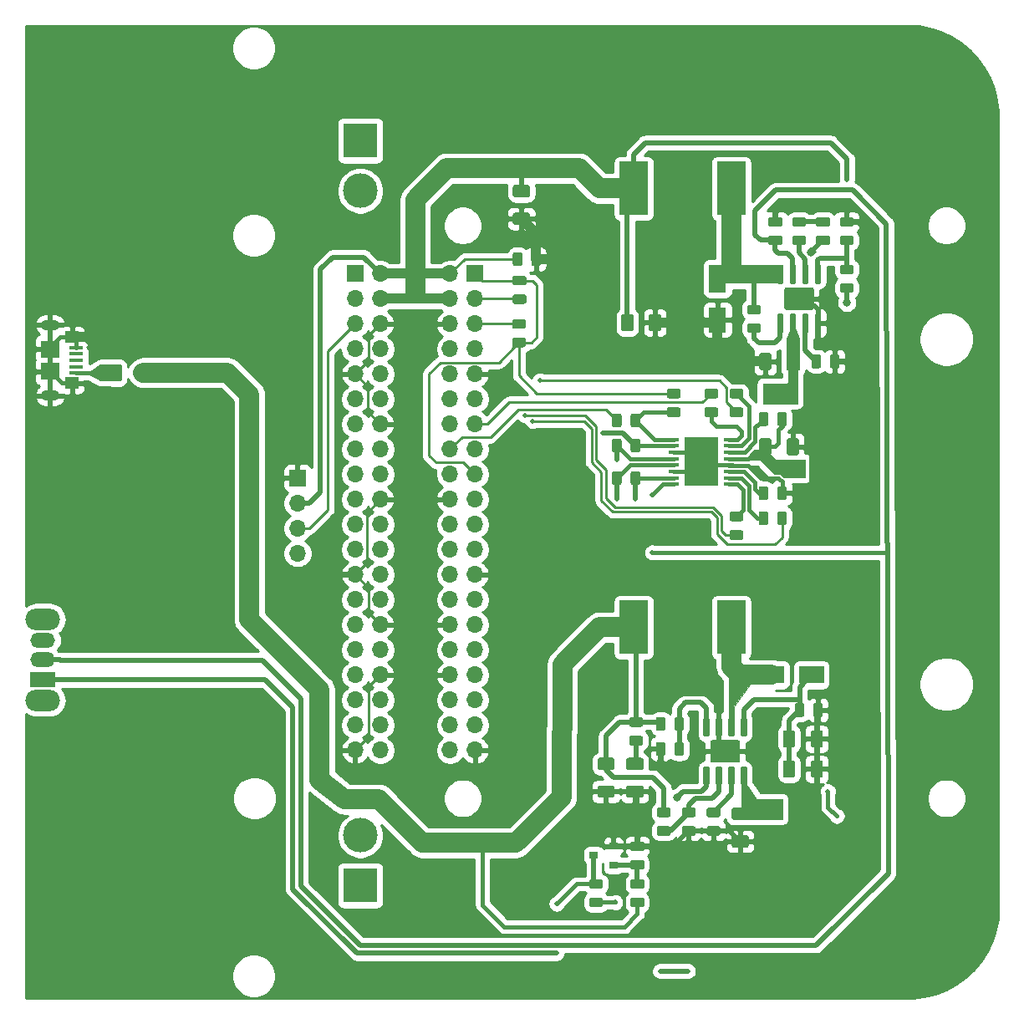
<source format=gbl>
G04 #@! TF.GenerationSoftware,KiCad,Pcbnew,(5.1.5)-3*
G04 #@! TF.CreationDate,2020-04-18T23:18:02+01:00*
G04 #@! TF.ProjectId,langpie,6c616e67-7069-4652-9e6b-696361645f70,rev?*
G04 #@! TF.SameCoordinates,Original*
G04 #@! TF.FileFunction,Copper,L2,Bot*
G04 #@! TF.FilePolarity,Positive*
%FSLAX46Y46*%
G04 Gerber Fmt 4.6, Leading zero omitted, Abs format (unit mm)*
G04 Created by KiCad (PCBNEW (5.1.5)-3) date 2020-04-18 23:18:02*
%MOMM*%
%LPD*%
G04 APERTURE LIST*
%ADD10C,0.100000*%
%ADD11R,1.700000X1.700000*%
%ADD12O,1.700000X1.700000*%
%ADD13R,1.800000X2.500000*%
%ADD14R,2.500000X1.800000*%
%ADD15R,1.900000X1.750000*%
%ADD16R,1.400000X0.400000*%
%ADD17O,1.900000X1.050000*%
%ADD18R,1.450000X1.150000*%
%ADD19R,3.500120X3.500120*%
%ADD20C,3.500120*%
%ADD21R,2.900000X5.400000*%
%ADD22R,0.900000X0.800000*%
%ADD23R,2.500000X1.500000*%
%ADD24O,2.500000X1.500000*%
%ADD25O,3.500000X2.200000*%
%ADD26R,1.050000X0.450000*%
%ADD27R,3.400000X5.000000*%
%ADD28C,0.750000*%
%ADD29C,0.500000*%
%ADD30C,0.800000*%
%ADD31C,0.508000*%
%ADD32C,0.381000*%
%ADD33C,1.016000*%
%ADD34C,0.250000*%
%ADD35C,2.032000*%
%ADD36C,0.254000*%
G04 APERTURE END LIST*
D10*
G36*
X172165000Y-128331000D02*
G01*
X174765000Y-128331000D01*
X174765000Y-130331000D01*
X170565000Y-130331000D01*
X170565000Y-126731000D01*
X171065000Y-126731000D01*
X172165000Y-128331000D01*
G37*
X172165000Y-128331000D02*
X174765000Y-128331000D01*
X174765000Y-130331000D01*
X170565000Y-130331000D01*
X170565000Y-126731000D01*
X171065000Y-126731000D01*
X172165000Y-128331000D01*
G36*
X107365000Y-85931000D02*
G01*
X105665000Y-85931000D01*
X104565000Y-85331000D01*
X103865000Y-85331000D01*
X103865000Y-85031000D01*
X104565000Y-85031000D01*
X105665000Y-84331000D01*
X107365000Y-84331000D01*
X107365000Y-85931000D01*
G37*
X107365000Y-85931000D02*
X105665000Y-85931000D01*
X104565000Y-85331000D01*
X103865000Y-85331000D01*
X103865000Y-85031000D01*
X104565000Y-85031000D01*
X105665000Y-84331000D01*
X107365000Y-84331000D01*
X107365000Y-85931000D01*
G36*
X171465000Y-116731000D02*
G01*
X169865000Y-118931000D01*
X169865000Y-121131000D01*
X169365000Y-121131000D01*
X169365000Y-115931000D01*
X170565000Y-114931000D01*
X171465000Y-114931000D01*
X171465000Y-116731000D01*
G37*
X171465000Y-116731000D02*
X169865000Y-118931000D01*
X169865000Y-121131000D01*
X169365000Y-121131000D01*
X169365000Y-115931000D01*
X170565000Y-114931000D01*
X171465000Y-114931000D01*
X171465000Y-116731000D01*
G36*
X174065000Y-93931000D02*
G01*
X177065000Y-93931000D01*
X177065000Y-95731000D01*
X174865000Y-95731000D01*
X174465000Y-95381000D01*
X173915000Y-95381000D01*
X172465000Y-93961000D01*
X171265000Y-93961000D01*
X171265000Y-93831000D01*
X171765000Y-93331000D01*
X173465000Y-93331000D01*
X174065000Y-93931000D01*
G37*
X174065000Y-93931000D02*
X177065000Y-93931000D01*
X177065000Y-95731000D01*
X174865000Y-95731000D01*
X174465000Y-95381000D01*
X173915000Y-95381000D01*
X172465000Y-93961000D01*
X171265000Y-93961000D01*
X171265000Y-93831000D01*
X171765000Y-93331000D01*
X173465000Y-93331000D01*
X174065000Y-93931000D01*
G36*
X176265000Y-88231000D02*
G01*
X172765000Y-88231000D01*
X172765000Y-86231000D01*
X176265000Y-86231000D01*
X176265000Y-88231000D01*
G37*
X176265000Y-88231000D02*
X172765000Y-88231000D01*
X172765000Y-86231000D01*
X176265000Y-86231000D01*
X176265000Y-88231000D01*
G36*
X176465000Y-81631000D02*
G01*
X176465000Y-84831000D01*
X175165000Y-84831000D01*
X175165000Y-81631000D01*
X175565000Y-80731000D01*
X176065000Y-80731000D01*
X176465000Y-81631000D01*
G37*
X176465000Y-81631000D02*
X176465000Y-84831000D01*
X175165000Y-84831000D01*
X175165000Y-81631000D01*
X175565000Y-80731000D01*
X176065000Y-80731000D01*
X176465000Y-81631000D01*
G36*
X174565000Y-76031000D02*
G01*
X167335000Y-76031000D01*
X167335000Y-74231000D01*
X174565000Y-74231000D01*
X174565000Y-76031000D01*
G37*
X174565000Y-76031000D02*
X167335000Y-76031000D01*
X167335000Y-74231000D01*
X174565000Y-74231000D01*
X174565000Y-76031000D01*
G04 #@! TA.AperFunction,SMDPad,CuDef*
G36*
X174981142Y-96622174D02*
G01*
X175004803Y-96625684D01*
X175028007Y-96631496D01*
X175050529Y-96639554D01*
X175072153Y-96649782D01*
X175092670Y-96662079D01*
X175111883Y-96676329D01*
X175129607Y-96692393D01*
X175145671Y-96710117D01*
X175159921Y-96729330D01*
X175172218Y-96749847D01*
X175182446Y-96771471D01*
X175190504Y-96793993D01*
X175196316Y-96817197D01*
X175199826Y-96840858D01*
X175201000Y-96864750D01*
X175201000Y-97777250D01*
X175199826Y-97801142D01*
X175196316Y-97824803D01*
X175190504Y-97848007D01*
X175182446Y-97870529D01*
X175172218Y-97892153D01*
X175159921Y-97912670D01*
X175145671Y-97931883D01*
X175129607Y-97949607D01*
X175111883Y-97965671D01*
X175092670Y-97979921D01*
X175072153Y-97992218D01*
X175050529Y-98002446D01*
X175028007Y-98010504D01*
X175004803Y-98016316D01*
X174981142Y-98019826D01*
X174957250Y-98021000D01*
X174469750Y-98021000D01*
X174445858Y-98019826D01*
X174422197Y-98016316D01*
X174398993Y-98010504D01*
X174376471Y-98002446D01*
X174354847Y-97992218D01*
X174334330Y-97979921D01*
X174315117Y-97965671D01*
X174297393Y-97949607D01*
X174281329Y-97931883D01*
X174267079Y-97912670D01*
X174254782Y-97892153D01*
X174244554Y-97870529D01*
X174236496Y-97848007D01*
X174230684Y-97824803D01*
X174227174Y-97801142D01*
X174226000Y-97777250D01*
X174226000Y-96864750D01*
X174227174Y-96840858D01*
X174230684Y-96817197D01*
X174236496Y-96793993D01*
X174244554Y-96771471D01*
X174254782Y-96749847D01*
X174267079Y-96729330D01*
X174281329Y-96710117D01*
X174297393Y-96692393D01*
X174315117Y-96676329D01*
X174334330Y-96662079D01*
X174354847Y-96649782D01*
X174376471Y-96639554D01*
X174398993Y-96631496D01*
X174422197Y-96625684D01*
X174445858Y-96622174D01*
X174469750Y-96621000D01*
X174957250Y-96621000D01*
X174981142Y-96622174D01*
G37*
G04 #@! TD.AperFunction*
G04 #@! TA.AperFunction,SMDPad,CuDef*
G36*
X173106142Y-96622174D02*
G01*
X173129803Y-96625684D01*
X173153007Y-96631496D01*
X173175529Y-96639554D01*
X173197153Y-96649782D01*
X173217670Y-96662079D01*
X173236883Y-96676329D01*
X173254607Y-96692393D01*
X173270671Y-96710117D01*
X173284921Y-96729330D01*
X173297218Y-96749847D01*
X173307446Y-96771471D01*
X173315504Y-96793993D01*
X173321316Y-96817197D01*
X173324826Y-96840858D01*
X173326000Y-96864750D01*
X173326000Y-97777250D01*
X173324826Y-97801142D01*
X173321316Y-97824803D01*
X173315504Y-97848007D01*
X173307446Y-97870529D01*
X173297218Y-97892153D01*
X173284921Y-97912670D01*
X173270671Y-97931883D01*
X173254607Y-97949607D01*
X173236883Y-97965671D01*
X173217670Y-97979921D01*
X173197153Y-97992218D01*
X173175529Y-98002446D01*
X173153007Y-98010504D01*
X173129803Y-98016316D01*
X173106142Y-98019826D01*
X173082250Y-98021000D01*
X172594750Y-98021000D01*
X172570858Y-98019826D01*
X172547197Y-98016316D01*
X172523993Y-98010504D01*
X172501471Y-98002446D01*
X172479847Y-97992218D01*
X172459330Y-97979921D01*
X172440117Y-97965671D01*
X172422393Y-97949607D01*
X172406329Y-97931883D01*
X172392079Y-97912670D01*
X172379782Y-97892153D01*
X172369554Y-97870529D01*
X172361496Y-97848007D01*
X172355684Y-97824803D01*
X172352174Y-97801142D01*
X172351000Y-97777250D01*
X172351000Y-96864750D01*
X172352174Y-96840858D01*
X172355684Y-96817197D01*
X172361496Y-96793993D01*
X172369554Y-96771471D01*
X172379782Y-96749847D01*
X172392079Y-96729330D01*
X172406329Y-96710117D01*
X172422393Y-96692393D01*
X172440117Y-96676329D01*
X172459330Y-96662079D01*
X172479847Y-96649782D01*
X172501471Y-96639554D01*
X172523993Y-96631496D01*
X172547197Y-96625684D01*
X172570858Y-96622174D01*
X172594750Y-96621000D01*
X173082250Y-96621000D01*
X173106142Y-96622174D01*
G37*
G04 #@! TD.AperFunction*
G04 #@! TA.AperFunction,SMDPad,CuDef*
G36*
X179336142Y-71229174D02*
G01*
X179359803Y-71232684D01*
X179383007Y-71238496D01*
X179405529Y-71246554D01*
X179427153Y-71256782D01*
X179447670Y-71269079D01*
X179466883Y-71283329D01*
X179484607Y-71299393D01*
X179500671Y-71317117D01*
X179514921Y-71336330D01*
X179527218Y-71356847D01*
X179537446Y-71378471D01*
X179545504Y-71400993D01*
X179551316Y-71424197D01*
X179554826Y-71447858D01*
X179556000Y-71471750D01*
X179556000Y-71959250D01*
X179554826Y-71983142D01*
X179551316Y-72006803D01*
X179545504Y-72030007D01*
X179537446Y-72052529D01*
X179527218Y-72074153D01*
X179514921Y-72094670D01*
X179500671Y-72113883D01*
X179484607Y-72131607D01*
X179466883Y-72147671D01*
X179447670Y-72161921D01*
X179427153Y-72174218D01*
X179405529Y-72184446D01*
X179383007Y-72192504D01*
X179359803Y-72198316D01*
X179336142Y-72201826D01*
X179312250Y-72203000D01*
X178399750Y-72203000D01*
X178375858Y-72201826D01*
X178352197Y-72198316D01*
X178328993Y-72192504D01*
X178306471Y-72184446D01*
X178284847Y-72174218D01*
X178264330Y-72161921D01*
X178245117Y-72147671D01*
X178227393Y-72131607D01*
X178211329Y-72113883D01*
X178197079Y-72094670D01*
X178184782Y-72074153D01*
X178174554Y-72052529D01*
X178166496Y-72030007D01*
X178160684Y-72006803D01*
X178157174Y-71983142D01*
X178156000Y-71959250D01*
X178156000Y-71471750D01*
X178157174Y-71447858D01*
X178160684Y-71424197D01*
X178166496Y-71400993D01*
X178174554Y-71378471D01*
X178184782Y-71356847D01*
X178197079Y-71336330D01*
X178211329Y-71317117D01*
X178227393Y-71299393D01*
X178245117Y-71283329D01*
X178264330Y-71269079D01*
X178284847Y-71256782D01*
X178306471Y-71246554D01*
X178328993Y-71238496D01*
X178352197Y-71232684D01*
X178375858Y-71229174D01*
X178399750Y-71228000D01*
X179312250Y-71228000D01*
X179336142Y-71229174D01*
G37*
G04 #@! TD.AperFunction*
G04 #@! TA.AperFunction,SMDPad,CuDef*
G36*
X179336142Y-69354174D02*
G01*
X179359803Y-69357684D01*
X179383007Y-69363496D01*
X179405529Y-69371554D01*
X179427153Y-69381782D01*
X179447670Y-69394079D01*
X179466883Y-69408329D01*
X179484607Y-69424393D01*
X179500671Y-69442117D01*
X179514921Y-69461330D01*
X179527218Y-69481847D01*
X179537446Y-69503471D01*
X179545504Y-69525993D01*
X179551316Y-69549197D01*
X179554826Y-69572858D01*
X179556000Y-69596750D01*
X179556000Y-70084250D01*
X179554826Y-70108142D01*
X179551316Y-70131803D01*
X179545504Y-70155007D01*
X179537446Y-70177529D01*
X179527218Y-70199153D01*
X179514921Y-70219670D01*
X179500671Y-70238883D01*
X179484607Y-70256607D01*
X179466883Y-70272671D01*
X179447670Y-70286921D01*
X179427153Y-70299218D01*
X179405529Y-70309446D01*
X179383007Y-70317504D01*
X179359803Y-70323316D01*
X179336142Y-70326826D01*
X179312250Y-70328000D01*
X178399750Y-70328000D01*
X178375858Y-70326826D01*
X178352197Y-70323316D01*
X178328993Y-70317504D01*
X178306471Y-70309446D01*
X178284847Y-70299218D01*
X178264330Y-70286921D01*
X178245117Y-70272671D01*
X178227393Y-70256607D01*
X178211329Y-70238883D01*
X178197079Y-70219670D01*
X178184782Y-70199153D01*
X178174554Y-70177529D01*
X178166496Y-70155007D01*
X178160684Y-70131803D01*
X178157174Y-70108142D01*
X178156000Y-70084250D01*
X178156000Y-69596750D01*
X178157174Y-69572858D01*
X178160684Y-69549197D01*
X178166496Y-69525993D01*
X178174554Y-69503471D01*
X178184782Y-69481847D01*
X178197079Y-69461330D01*
X178211329Y-69442117D01*
X178227393Y-69424393D01*
X178245117Y-69408329D01*
X178264330Y-69394079D01*
X178284847Y-69381782D01*
X178306471Y-69371554D01*
X178328993Y-69363496D01*
X178352197Y-69357684D01*
X178375858Y-69354174D01*
X178399750Y-69353000D01*
X179312250Y-69353000D01*
X179336142Y-69354174D01*
G37*
G04 #@! TD.AperFunction*
D11*
X131485000Y-75096000D03*
D12*
X134025000Y-75096000D03*
X131485000Y-77636000D03*
X134025000Y-77636000D03*
X131485000Y-80176000D03*
X134025000Y-80176000D03*
X131485000Y-82716000D03*
X134025000Y-82716000D03*
X131485000Y-85256000D03*
X134025000Y-85256000D03*
X131485000Y-87796000D03*
X134025000Y-87796000D03*
X131485000Y-90336000D03*
X134025000Y-90336000D03*
X131485000Y-92876000D03*
X134025000Y-92876000D03*
X131485000Y-95416000D03*
X134025000Y-95416000D03*
X131485000Y-97956000D03*
X134025000Y-97956000D03*
X131485000Y-100496000D03*
X134025000Y-100496000D03*
X131485000Y-103036000D03*
X134025000Y-103036000D03*
X131485000Y-105576000D03*
X134025000Y-105576000D03*
X131485000Y-108116000D03*
X134025000Y-108116000D03*
X131485000Y-110656000D03*
X134025000Y-110656000D03*
X131485000Y-113196000D03*
X134025000Y-113196000D03*
X131485000Y-115736000D03*
X134025000Y-115736000D03*
X131485000Y-118276000D03*
X134025000Y-118276000D03*
X131485000Y-120816000D03*
X134025000Y-120816000D03*
X131485000Y-123356000D03*
X134025000Y-123356000D03*
G04 #@! TA.AperFunction,SMDPad,CuDef*
D10*
G36*
X148964504Y-66107204D02*
G01*
X148988773Y-66110804D01*
X149012571Y-66116765D01*
X149035671Y-66125030D01*
X149057849Y-66135520D01*
X149078893Y-66148133D01*
X149098598Y-66162747D01*
X149116777Y-66179223D01*
X149133253Y-66197402D01*
X149147867Y-66217107D01*
X149160480Y-66238151D01*
X149170970Y-66260329D01*
X149179235Y-66283429D01*
X149185196Y-66307227D01*
X149188796Y-66331496D01*
X149190000Y-66356000D01*
X149190000Y-67106000D01*
X149188796Y-67130504D01*
X149185196Y-67154773D01*
X149179235Y-67178571D01*
X149170970Y-67201671D01*
X149160480Y-67223849D01*
X149147867Y-67244893D01*
X149133253Y-67264598D01*
X149116777Y-67282777D01*
X149098598Y-67299253D01*
X149078893Y-67313867D01*
X149057849Y-67326480D01*
X149035671Y-67336970D01*
X149012571Y-67345235D01*
X148988773Y-67351196D01*
X148964504Y-67354796D01*
X148940000Y-67356000D01*
X147690000Y-67356000D01*
X147665496Y-67354796D01*
X147641227Y-67351196D01*
X147617429Y-67345235D01*
X147594329Y-67336970D01*
X147572151Y-67326480D01*
X147551107Y-67313867D01*
X147531402Y-67299253D01*
X147513223Y-67282777D01*
X147496747Y-67264598D01*
X147482133Y-67244893D01*
X147469520Y-67223849D01*
X147459030Y-67201671D01*
X147450765Y-67178571D01*
X147444804Y-67154773D01*
X147441204Y-67130504D01*
X147440000Y-67106000D01*
X147440000Y-66356000D01*
X147441204Y-66331496D01*
X147444804Y-66307227D01*
X147450765Y-66283429D01*
X147459030Y-66260329D01*
X147469520Y-66238151D01*
X147482133Y-66217107D01*
X147496747Y-66197402D01*
X147513223Y-66179223D01*
X147531402Y-66162747D01*
X147551107Y-66148133D01*
X147572151Y-66135520D01*
X147594329Y-66125030D01*
X147617429Y-66116765D01*
X147641227Y-66110804D01*
X147665496Y-66107204D01*
X147690000Y-66106000D01*
X148940000Y-66106000D01*
X148964504Y-66107204D01*
G37*
G04 #@! TD.AperFunction*
G04 #@! TA.AperFunction,SMDPad,CuDef*
G36*
X148964504Y-68907204D02*
G01*
X148988773Y-68910804D01*
X149012571Y-68916765D01*
X149035671Y-68925030D01*
X149057849Y-68935520D01*
X149078893Y-68948133D01*
X149098598Y-68962747D01*
X149116777Y-68979223D01*
X149133253Y-68997402D01*
X149147867Y-69017107D01*
X149160480Y-69038151D01*
X149170970Y-69060329D01*
X149179235Y-69083429D01*
X149185196Y-69107227D01*
X149188796Y-69131496D01*
X149190000Y-69156000D01*
X149190000Y-69906000D01*
X149188796Y-69930504D01*
X149185196Y-69954773D01*
X149179235Y-69978571D01*
X149170970Y-70001671D01*
X149160480Y-70023849D01*
X149147867Y-70044893D01*
X149133253Y-70064598D01*
X149116777Y-70082777D01*
X149098598Y-70099253D01*
X149078893Y-70113867D01*
X149057849Y-70126480D01*
X149035671Y-70136970D01*
X149012571Y-70145235D01*
X148988773Y-70151196D01*
X148964504Y-70154796D01*
X148940000Y-70156000D01*
X147690000Y-70156000D01*
X147665496Y-70154796D01*
X147641227Y-70151196D01*
X147617429Y-70145235D01*
X147594329Y-70136970D01*
X147572151Y-70126480D01*
X147551107Y-70113867D01*
X147531402Y-70099253D01*
X147513223Y-70082777D01*
X147496747Y-70064598D01*
X147482133Y-70044893D01*
X147469520Y-70023849D01*
X147459030Y-70001671D01*
X147450765Y-69978571D01*
X147444804Y-69954773D01*
X147441204Y-69930504D01*
X147440000Y-69906000D01*
X147440000Y-69156000D01*
X147441204Y-69131496D01*
X147444804Y-69107227D01*
X147450765Y-69083429D01*
X147459030Y-69060329D01*
X147469520Y-69038151D01*
X147482133Y-69017107D01*
X147496747Y-68997402D01*
X147513223Y-68979223D01*
X147531402Y-68962747D01*
X147551107Y-68948133D01*
X147572151Y-68935520D01*
X147594329Y-68925030D01*
X147617429Y-68916765D01*
X147641227Y-68910804D01*
X147665496Y-68907204D01*
X147690000Y-68906000D01*
X148940000Y-68906000D01*
X148964504Y-68907204D01*
G37*
G04 #@! TD.AperFunction*
G04 #@! TA.AperFunction,SMDPad,CuDef*
G36*
X150070142Y-72932174D02*
G01*
X150093803Y-72935684D01*
X150117007Y-72941496D01*
X150139529Y-72949554D01*
X150161153Y-72959782D01*
X150181670Y-72972079D01*
X150200883Y-72986329D01*
X150218607Y-73002393D01*
X150234671Y-73020117D01*
X150248921Y-73039330D01*
X150261218Y-73059847D01*
X150271446Y-73081471D01*
X150279504Y-73103993D01*
X150285316Y-73127197D01*
X150288826Y-73150858D01*
X150290000Y-73174750D01*
X150290000Y-74087250D01*
X150288826Y-74111142D01*
X150285316Y-74134803D01*
X150279504Y-74158007D01*
X150271446Y-74180529D01*
X150261218Y-74202153D01*
X150248921Y-74222670D01*
X150234671Y-74241883D01*
X150218607Y-74259607D01*
X150200883Y-74275671D01*
X150181670Y-74289921D01*
X150161153Y-74302218D01*
X150139529Y-74312446D01*
X150117007Y-74320504D01*
X150093803Y-74326316D01*
X150070142Y-74329826D01*
X150046250Y-74331000D01*
X149558750Y-74331000D01*
X149534858Y-74329826D01*
X149511197Y-74326316D01*
X149487993Y-74320504D01*
X149465471Y-74312446D01*
X149443847Y-74302218D01*
X149423330Y-74289921D01*
X149404117Y-74275671D01*
X149386393Y-74259607D01*
X149370329Y-74241883D01*
X149356079Y-74222670D01*
X149343782Y-74202153D01*
X149333554Y-74180529D01*
X149325496Y-74158007D01*
X149319684Y-74134803D01*
X149316174Y-74111142D01*
X149315000Y-74087250D01*
X149315000Y-73174750D01*
X149316174Y-73150858D01*
X149319684Y-73127197D01*
X149325496Y-73103993D01*
X149333554Y-73081471D01*
X149343782Y-73059847D01*
X149356079Y-73039330D01*
X149370329Y-73020117D01*
X149386393Y-73002393D01*
X149404117Y-72986329D01*
X149423330Y-72972079D01*
X149443847Y-72959782D01*
X149465471Y-72949554D01*
X149487993Y-72941496D01*
X149511197Y-72935684D01*
X149534858Y-72932174D01*
X149558750Y-72931000D01*
X150046250Y-72931000D01*
X150070142Y-72932174D01*
G37*
G04 #@! TD.AperFunction*
G04 #@! TA.AperFunction,SMDPad,CuDef*
G36*
X148195142Y-72932174D02*
G01*
X148218803Y-72935684D01*
X148242007Y-72941496D01*
X148264529Y-72949554D01*
X148286153Y-72959782D01*
X148306670Y-72972079D01*
X148325883Y-72986329D01*
X148343607Y-73002393D01*
X148359671Y-73020117D01*
X148373921Y-73039330D01*
X148386218Y-73059847D01*
X148396446Y-73081471D01*
X148404504Y-73103993D01*
X148410316Y-73127197D01*
X148413826Y-73150858D01*
X148415000Y-73174750D01*
X148415000Y-74087250D01*
X148413826Y-74111142D01*
X148410316Y-74134803D01*
X148404504Y-74158007D01*
X148396446Y-74180529D01*
X148386218Y-74202153D01*
X148373921Y-74222670D01*
X148359671Y-74241883D01*
X148343607Y-74259607D01*
X148325883Y-74275671D01*
X148306670Y-74289921D01*
X148286153Y-74302218D01*
X148264529Y-74312446D01*
X148242007Y-74320504D01*
X148218803Y-74326316D01*
X148195142Y-74329826D01*
X148171250Y-74331000D01*
X147683750Y-74331000D01*
X147659858Y-74329826D01*
X147636197Y-74326316D01*
X147612993Y-74320504D01*
X147590471Y-74312446D01*
X147568847Y-74302218D01*
X147548330Y-74289921D01*
X147529117Y-74275671D01*
X147511393Y-74259607D01*
X147495329Y-74241883D01*
X147481079Y-74222670D01*
X147468782Y-74202153D01*
X147458554Y-74180529D01*
X147450496Y-74158007D01*
X147444684Y-74134803D01*
X147441174Y-74111142D01*
X147440000Y-74087250D01*
X147440000Y-73174750D01*
X147441174Y-73150858D01*
X147444684Y-73127197D01*
X147450496Y-73103993D01*
X147458554Y-73081471D01*
X147468782Y-73059847D01*
X147481079Y-73039330D01*
X147495329Y-73020117D01*
X147511393Y-73002393D01*
X147529117Y-72986329D01*
X147548330Y-72972079D01*
X147568847Y-72959782D01*
X147590471Y-72949554D01*
X147612993Y-72941496D01*
X147636197Y-72935684D01*
X147659858Y-72932174D01*
X147683750Y-72931000D01*
X148171250Y-72931000D01*
X148195142Y-72932174D01*
G37*
G04 #@! TD.AperFunction*
G04 #@! TA.AperFunction,SMDPad,CuDef*
G36*
X174981142Y-89129174D02*
G01*
X175004803Y-89132684D01*
X175028007Y-89138496D01*
X175050529Y-89146554D01*
X175072153Y-89156782D01*
X175092670Y-89169079D01*
X175111883Y-89183329D01*
X175129607Y-89199393D01*
X175145671Y-89217117D01*
X175159921Y-89236330D01*
X175172218Y-89256847D01*
X175182446Y-89278471D01*
X175190504Y-89300993D01*
X175196316Y-89324197D01*
X175199826Y-89347858D01*
X175201000Y-89371750D01*
X175201000Y-90284250D01*
X175199826Y-90308142D01*
X175196316Y-90331803D01*
X175190504Y-90355007D01*
X175182446Y-90377529D01*
X175172218Y-90399153D01*
X175159921Y-90419670D01*
X175145671Y-90438883D01*
X175129607Y-90456607D01*
X175111883Y-90472671D01*
X175092670Y-90486921D01*
X175072153Y-90499218D01*
X175050529Y-90509446D01*
X175028007Y-90517504D01*
X175004803Y-90523316D01*
X174981142Y-90526826D01*
X174957250Y-90528000D01*
X174469750Y-90528000D01*
X174445858Y-90526826D01*
X174422197Y-90523316D01*
X174398993Y-90517504D01*
X174376471Y-90509446D01*
X174354847Y-90499218D01*
X174334330Y-90486921D01*
X174315117Y-90472671D01*
X174297393Y-90456607D01*
X174281329Y-90438883D01*
X174267079Y-90419670D01*
X174254782Y-90399153D01*
X174244554Y-90377529D01*
X174236496Y-90355007D01*
X174230684Y-90331803D01*
X174227174Y-90308142D01*
X174226000Y-90284250D01*
X174226000Y-89371750D01*
X174227174Y-89347858D01*
X174230684Y-89324197D01*
X174236496Y-89300993D01*
X174244554Y-89278471D01*
X174254782Y-89256847D01*
X174267079Y-89236330D01*
X174281329Y-89217117D01*
X174297393Y-89199393D01*
X174315117Y-89183329D01*
X174334330Y-89169079D01*
X174354847Y-89156782D01*
X174376471Y-89146554D01*
X174398993Y-89138496D01*
X174422197Y-89132684D01*
X174445858Y-89129174D01*
X174469750Y-89128000D01*
X174957250Y-89128000D01*
X174981142Y-89129174D01*
G37*
G04 #@! TD.AperFunction*
G04 #@! TA.AperFunction,SMDPad,CuDef*
G36*
X173106142Y-89129174D02*
G01*
X173129803Y-89132684D01*
X173153007Y-89138496D01*
X173175529Y-89146554D01*
X173197153Y-89156782D01*
X173217670Y-89169079D01*
X173236883Y-89183329D01*
X173254607Y-89199393D01*
X173270671Y-89217117D01*
X173284921Y-89236330D01*
X173297218Y-89256847D01*
X173307446Y-89278471D01*
X173315504Y-89300993D01*
X173321316Y-89324197D01*
X173324826Y-89347858D01*
X173326000Y-89371750D01*
X173326000Y-90284250D01*
X173324826Y-90308142D01*
X173321316Y-90331803D01*
X173315504Y-90355007D01*
X173307446Y-90377529D01*
X173297218Y-90399153D01*
X173284921Y-90419670D01*
X173270671Y-90438883D01*
X173254607Y-90456607D01*
X173236883Y-90472671D01*
X173217670Y-90486921D01*
X173197153Y-90499218D01*
X173175529Y-90509446D01*
X173153007Y-90517504D01*
X173129803Y-90523316D01*
X173106142Y-90526826D01*
X173082250Y-90528000D01*
X172594750Y-90528000D01*
X172570858Y-90526826D01*
X172547197Y-90523316D01*
X172523993Y-90517504D01*
X172501471Y-90509446D01*
X172479847Y-90499218D01*
X172459330Y-90486921D01*
X172440117Y-90472671D01*
X172422393Y-90456607D01*
X172406329Y-90438883D01*
X172392079Y-90419670D01*
X172379782Y-90399153D01*
X172369554Y-90377529D01*
X172361496Y-90355007D01*
X172355684Y-90331803D01*
X172352174Y-90308142D01*
X172351000Y-90284250D01*
X172351000Y-89371750D01*
X172352174Y-89347858D01*
X172355684Y-89324197D01*
X172361496Y-89300993D01*
X172369554Y-89278471D01*
X172379782Y-89256847D01*
X172392079Y-89236330D01*
X172406329Y-89217117D01*
X172422393Y-89199393D01*
X172440117Y-89183329D01*
X172459330Y-89169079D01*
X172479847Y-89156782D01*
X172501471Y-89146554D01*
X172523993Y-89138496D01*
X172547197Y-89132684D01*
X172570858Y-89129174D01*
X172594750Y-89128000D01*
X173082250Y-89128000D01*
X173106142Y-89129174D01*
G37*
G04 #@! TD.AperFunction*
G04 #@! TA.AperFunction,SMDPad,CuDef*
G36*
X176210504Y-91748204D02*
G01*
X176234773Y-91751804D01*
X176258571Y-91757765D01*
X176281671Y-91766030D01*
X176303849Y-91776520D01*
X176324893Y-91789133D01*
X176344598Y-91803747D01*
X176362777Y-91820223D01*
X176379253Y-91838402D01*
X176393867Y-91858107D01*
X176406480Y-91879151D01*
X176416970Y-91901329D01*
X176425235Y-91924429D01*
X176431196Y-91948227D01*
X176434796Y-91972496D01*
X176436000Y-91997000D01*
X176436000Y-93247000D01*
X176434796Y-93271504D01*
X176431196Y-93295773D01*
X176425235Y-93319571D01*
X176416970Y-93342671D01*
X176406480Y-93364849D01*
X176393867Y-93385893D01*
X176379253Y-93405598D01*
X176362777Y-93423777D01*
X176344598Y-93440253D01*
X176324893Y-93454867D01*
X176303849Y-93467480D01*
X176281671Y-93477970D01*
X176258571Y-93486235D01*
X176234773Y-93492196D01*
X176210504Y-93495796D01*
X176186000Y-93497000D01*
X175436000Y-93497000D01*
X175411496Y-93495796D01*
X175387227Y-93492196D01*
X175363429Y-93486235D01*
X175340329Y-93477970D01*
X175318151Y-93467480D01*
X175297107Y-93454867D01*
X175277402Y-93440253D01*
X175259223Y-93423777D01*
X175242747Y-93405598D01*
X175228133Y-93385893D01*
X175215520Y-93364849D01*
X175205030Y-93342671D01*
X175196765Y-93319571D01*
X175190804Y-93295773D01*
X175187204Y-93271504D01*
X175186000Y-93247000D01*
X175186000Y-91997000D01*
X175187204Y-91972496D01*
X175190804Y-91948227D01*
X175196765Y-91924429D01*
X175205030Y-91901329D01*
X175215520Y-91879151D01*
X175228133Y-91858107D01*
X175242747Y-91838402D01*
X175259223Y-91820223D01*
X175277402Y-91803747D01*
X175297107Y-91789133D01*
X175318151Y-91776520D01*
X175340329Y-91766030D01*
X175363429Y-91757765D01*
X175387227Y-91751804D01*
X175411496Y-91748204D01*
X175436000Y-91747000D01*
X176186000Y-91747000D01*
X176210504Y-91748204D01*
G37*
G04 #@! TD.AperFunction*
G04 #@! TA.AperFunction,SMDPad,CuDef*
G36*
X173410504Y-91748204D02*
G01*
X173434773Y-91751804D01*
X173458571Y-91757765D01*
X173481671Y-91766030D01*
X173503849Y-91776520D01*
X173524893Y-91789133D01*
X173544598Y-91803747D01*
X173562777Y-91820223D01*
X173579253Y-91838402D01*
X173593867Y-91858107D01*
X173606480Y-91879151D01*
X173616970Y-91901329D01*
X173625235Y-91924429D01*
X173631196Y-91948227D01*
X173634796Y-91972496D01*
X173636000Y-91997000D01*
X173636000Y-93247000D01*
X173634796Y-93271504D01*
X173631196Y-93295773D01*
X173625235Y-93319571D01*
X173616970Y-93342671D01*
X173606480Y-93364849D01*
X173593867Y-93385893D01*
X173579253Y-93405598D01*
X173562777Y-93423777D01*
X173544598Y-93440253D01*
X173524893Y-93454867D01*
X173503849Y-93467480D01*
X173481671Y-93477970D01*
X173458571Y-93486235D01*
X173434773Y-93492196D01*
X173410504Y-93495796D01*
X173386000Y-93497000D01*
X172636000Y-93497000D01*
X172611496Y-93495796D01*
X172587227Y-93492196D01*
X172563429Y-93486235D01*
X172540329Y-93477970D01*
X172518151Y-93467480D01*
X172497107Y-93454867D01*
X172477402Y-93440253D01*
X172459223Y-93423777D01*
X172442747Y-93405598D01*
X172428133Y-93385893D01*
X172415520Y-93364849D01*
X172405030Y-93342671D01*
X172396765Y-93319571D01*
X172390804Y-93295773D01*
X172387204Y-93271504D01*
X172386000Y-93247000D01*
X172386000Y-91997000D01*
X172387204Y-91972496D01*
X172390804Y-91948227D01*
X172396765Y-91924429D01*
X172405030Y-91901329D01*
X172415520Y-91879151D01*
X172428133Y-91858107D01*
X172442747Y-91838402D01*
X172459223Y-91820223D01*
X172477402Y-91803747D01*
X172497107Y-91789133D01*
X172518151Y-91776520D01*
X172540329Y-91766030D01*
X172563429Y-91757765D01*
X172587227Y-91751804D01*
X172611496Y-91748204D01*
X172636000Y-91747000D01*
X173386000Y-91747000D01*
X173410504Y-91748204D01*
G37*
G04 #@! TD.AperFunction*
G04 #@! TA.AperFunction,SMDPad,CuDef*
G36*
X158247142Y-95098174D02*
G01*
X158270803Y-95101684D01*
X158294007Y-95107496D01*
X158316529Y-95115554D01*
X158338153Y-95125782D01*
X158358670Y-95138079D01*
X158377883Y-95152329D01*
X158395607Y-95168393D01*
X158411671Y-95186117D01*
X158425921Y-95205330D01*
X158438218Y-95225847D01*
X158448446Y-95247471D01*
X158456504Y-95269993D01*
X158462316Y-95293197D01*
X158465826Y-95316858D01*
X158467000Y-95340750D01*
X158467000Y-96253250D01*
X158465826Y-96277142D01*
X158462316Y-96300803D01*
X158456504Y-96324007D01*
X158448446Y-96346529D01*
X158438218Y-96368153D01*
X158425921Y-96388670D01*
X158411671Y-96407883D01*
X158395607Y-96425607D01*
X158377883Y-96441671D01*
X158358670Y-96455921D01*
X158338153Y-96468218D01*
X158316529Y-96478446D01*
X158294007Y-96486504D01*
X158270803Y-96492316D01*
X158247142Y-96495826D01*
X158223250Y-96497000D01*
X157735750Y-96497000D01*
X157711858Y-96495826D01*
X157688197Y-96492316D01*
X157664993Y-96486504D01*
X157642471Y-96478446D01*
X157620847Y-96468218D01*
X157600330Y-96455921D01*
X157581117Y-96441671D01*
X157563393Y-96425607D01*
X157547329Y-96407883D01*
X157533079Y-96388670D01*
X157520782Y-96368153D01*
X157510554Y-96346529D01*
X157502496Y-96324007D01*
X157496684Y-96300803D01*
X157493174Y-96277142D01*
X157492000Y-96253250D01*
X157492000Y-95340750D01*
X157493174Y-95316858D01*
X157496684Y-95293197D01*
X157502496Y-95269993D01*
X157510554Y-95247471D01*
X157520782Y-95225847D01*
X157533079Y-95205330D01*
X157547329Y-95186117D01*
X157563393Y-95168393D01*
X157581117Y-95152329D01*
X157600330Y-95138079D01*
X157620847Y-95125782D01*
X157642471Y-95115554D01*
X157664993Y-95107496D01*
X157688197Y-95101684D01*
X157711858Y-95098174D01*
X157735750Y-95097000D01*
X158223250Y-95097000D01*
X158247142Y-95098174D01*
G37*
G04 #@! TD.AperFunction*
G04 #@! TA.AperFunction,SMDPad,CuDef*
G36*
X160122142Y-95098174D02*
G01*
X160145803Y-95101684D01*
X160169007Y-95107496D01*
X160191529Y-95115554D01*
X160213153Y-95125782D01*
X160233670Y-95138079D01*
X160252883Y-95152329D01*
X160270607Y-95168393D01*
X160286671Y-95186117D01*
X160300921Y-95205330D01*
X160313218Y-95225847D01*
X160323446Y-95247471D01*
X160331504Y-95269993D01*
X160337316Y-95293197D01*
X160340826Y-95316858D01*
X160342000Y-95340750D01*
X160342000Y-96253250D01*
X160340826Y-96277142D01*
X160337316Y-96300803D01*
X160331504Y-96324007D01*
X160323446Y-96346529D01*
X160313218Y-96368153D01*
X160300921Y-96388670D01*
X160286671Y-96407883D01*
X160270607Y-96425607D01*
X160252883Y-96441671D01*
X160233670Y-96455921D01*
X160213153Y-96468218D01*
X160191529Y-96478446D01*
X160169007Y-96486504D01*
X160145803Y-96492316D01*
X160122142Y-96495826D01*
X160098250Y-96497000D01*
X159610750Y-96497000D01*
X159586858Y-96495826D01*
X159563197Y-96492316D01*
X159539993Y-96486504D01*
X159517471Y-96478446D01*
X159495847Y-96468218D01*
X159475330Y-96455921D01*
X159456117Y-96441671D01*
X159438393Y-96425607D01*
X159422329Y-96407883D01*
X159408079Y-96388670D01*
X159395782Y-96368153D01*
X159385554Y-96346529D01*
X159377496Y-96324007D01*
X159371684Y-96300803D01*
X159368174Y-96277142D01*
X159367000Y-96253250D01*
X159367000Y-95340750D01*
X159368174Y-95316858D01*
X159371684Y-95293197D01*
X159377496Y-95269993D01*
X159385554Y-95247471D01*
X159395782Y-95225847D01*
X159408079Y-95205330D01*
X159422329Y-95186117D01*
X159438393Y-95168393D01*
X159456117Y-95152329D01*
X159475330Y-95138079D01*
X159495847Y-95125782D01*
X159517471Y-95115554D01*
X159539993Y-95107496D01*
X159563197Y-95101684D01*
X159586858Y-95098174D01*
X159610750Y-95097000D01*
X160098250Y-95097000D01*
X160122142Y-95098174D01*
G37*
G04 #@! TD.AperFunction*
G04 #@! TA.AperFunction,SMDPad,CuDef*
G36*
X158247142Y-91796174D02*
G01*
X158270803Y-91799684D01*
X158294007Y-91805496D01*
X158316529Y-91813554D01*
X158338153Y-91823782D01*
X158358670Y-91836079D01*
X158377883Y-91850329D01*
X158395607Y-91866393D01*
X158411671Y-91884117D01*
X158425921Y-91903330D01*
X158438218Y-91923847D01*
X158448446Y-91945471D01*
X158456504Y-91967993D01*
X158462316Y-91991197D01*
X158465826Y-92014858D01*
X158467000Y-92038750D01*
X158467000Y-92951250D01*
X158465826Y-92975142D01*
X158462316Y-92998803D01*
X158456504Y-93022007D01*
X158448446Y-93044529D01*
X158438218Y-93066153D01*
X158425921Y-93086670D01*
X158411671Y-93105883D01*
X158395607Y-93123607D01*
X158377883Y-93139671D01*
X158358670Y-93153921D01*
X158338153Y-93166218D01*
X158316529Y-93176446D01*
X158294007Y-93184504D01*
X158270803Y-93190316D01*
X158247142Y-93193826D01*
X158223250Y-93195000D01*
X157735750Y-93195000D01*
X157711858Y-93193826D01*
X157688197Y-93190316D01*
X157664993Y-93184504D01*
X157642471Y-93176446D01*
X157620847Y-93166218D01*
X157600330Y-93153921D01*
X157581117Y-93139671D01*
X157563393Y-93123607D01*
X157547329Y-93105883D01*
X157533079Y-93086670D01*
X157520782Y-93066153D01*
X157510554Y-93044529D01*
X157502496Y-93022007D01*
X157496684Y-92998803D01*
X157493174Y-92975142D01*
X157492000Y-92951250D01*
X157492000Y-92038750D01*
X157493174Y-92014858D01*
X157496684Y-91991197D01*
X157502496Y-91967993D01*
X157510554Y-91945471D01*
X157520782Y-91923847D01*
X157533079Y-91903330D01*
X157547329Y-91884117D01*
X157563393Y-91866393D01*
X157581117Y-91850329D01*
X157600330Y-91836079D01*
X157620847Y-91823782D01*
X157642471Y-91813554D01*
X157664993Y-91805496D01*
X157688197Y-91799684D01*
X157711858Y-91796174D01*
X157735750Y-91795000D01*
X158223250Y-91795000D01*
X158247142Y-91796174D01*
G37*
G04 #@! TD.AperFunction*
G04 #@! TA.AperFunction,SMDPad,CuDef*
G36*
X160122142Y-91796174D02*
G01*
X160145803Y-91799684D01*
X160169007Y-91805496D01*
X160191529Y-91813554D01*
X160213153Y-91823782D01*
X160233670Y-91836079D01*
X160252883Y-91850329D01*
X160270607Y-91866393D01*
X160286671Y-91884117D01*
X160300921Y-91903330D01*
X160313218Y-91923847D01*
X160323446Y-91945471D01*
X160331504Y-91967993D01*
X160337316Y-91991197D01*
X160340826Y-92014858D01*
X160342000Y-92038750D01*
X160342000Y-92951250D01*
X160340826Y-92975142D01*
X160337316Y-92998803D01*
X160331504Y-93022007D01*
X160323446Y-93044529D01*
X160313218Y-93066153D01*
X160300921Y-93086670D01*
X160286671Y-93105883D01*
X160270607Y-93123607D01*
X160252883Y-93139671D01*
X160233670Y-93153921D01*
X160213153Y-93166218D01*
X160191529Y-93176446D01*
X160169007Y-93184504D01*
X160145803Y-93190316D01*
X160122142Y-93193826D01*
X160098250Y-93195000D01*
X159610750Y-93195000D01*
X159586858Y-93193826D01*
X159563197Y-93190316D01*
X159539993Y-93184504D01*
X159517471Y-93176446D01*
X159495847Y-93166218D01*
X159475330Y-93153921D01*
X159456117Y-93139671D01*
X159438393Y-93123607D01*
X159422329Y-93105883D01*
X159408079Y-93086670D01*
X159395782Y-93066153D01*
X159385554Y-93044529D01*
X159377496Y-93022007D01*
X159371684Y-92998803D01*
X159368174Y-92975142D01*
X159367000Y-92951250D01*
X159367000Y-92038750D01*
X159368174Y-92014858D01*
X159371684Y-91991197D01*
X159377496Y-91967993D01*
X159385554Y-91945471D01*
X159395782Y-91923847D01*
X159408079Y-91903330D01*
X159422329Y-91884117D01*
X159438393Y-91866393D01*
X159456117Y-91850329D01*
X159475330Y-91836079D01*
X159495847Y-91823782D01*
X159517471Y-91813554D01*
X159539993Y-91805496D01*
X159563197Y-91799684D01*
X159586858Y-91796174D01*
X159610750Y-91795000D01*
X160098250Y-91795000D01*
X160122142Y-91796174D01*
G37*
G04 #@! TD.AperFunction*
G04 #@! TA.AperFunction,SMDPad,CuDef*
G36*
X173410504Y-83112204D02*
G01*
X173434773Y-83115804D01*
X173458571Y-83121765D01*
X173481671Y-83130030D01*
X173503849Y-83140520D01*
X173524893Y-83153133D01*
X173544598Y-83167747D01*
X173562777Y-83184223D01*
X173579253Y-83202402D01*
X173593867Y-83222107D01*
X173606480Y-83243151D01*
X173616970Y-83265329D01*
X173625235Y-83288429D01*
X173631196Y-83312227D01*
X173634796Y-83336496D01*
X173636000Y-83361000D01*
X173636000Y-84611000D01*
X173634796Y-84635504D01*
X173631196Y-84659773D01*
X173625235Y-84683571D01*
X173616970Y-84706671D01*
X173606480Y-84728849D01*
X173593867Y-84749893D01*
X173579253Y-84769598D01*
X173562777Y-84787777D01*
X173544598Y-84804253D01*
X173524893Y-84818867D01*
X173503849Y-84831480D01*
X173481671Y-84841970D01*
X173458571Y-84850235D01*
X173434773Y-84856196D01*
X173410504Y-84859796D01*
X173386000Y-84861000D01*
X172636000Y-84861000D01*
X172611496Y-84859796D01*
X172587227Y-84856196D01*
X172563429Y-84850235D01*
X172540329Y-84841970D01*
X172518151Y-84831480D01*
X172497107Y-84818867D01*
X172477402Y-84804253D01*
X172459223Y-84787777D01*
X172442747Y-84769598D01*
X172428133Y-84749893D01*
X172415520Y-84728849D01*
X172405030Y-84706671D01*
X172396765Y-84683571D01*
X172390804Y-84659773D01*
X172387204Y-84635504D01*
X172386000Y-84611000D01*
X172386000Y-83361000D01*
X172387204Y-83336496D01*
X172390804Y-83312227D01*
X172396765Y-83288429D01*
X172405030Y-83265329D01*
X172415520Y-83243151D01*
X172428133Y-83222107D01*
X172442747Y-83202402D01*
X172459223Y-83184223D01*
X172477402Y-83167747D01*
X172497107Y-83153133D01*
X172518151Y-83140520D01*
X172540329Y-83130030D01*
X172563429Y-83121765D01*
X172587227Y-83115804D01*
X172611496Y-83112204D01*
X172636000Y-83111000D01*
X173386000Y-83111000D01*
X173410504Y-83112204D01*
G37*
G04 #@! TD.AperFunction*
G04 #@! TA.AperFunction,SMDPad,CuDef*
G36*
X176210504Y-83112204D02*
G01*
X176234773Y-83115804D01*
X176258571Y-83121765D01*
X176281671Y-83130030D01*
X176303849Y-83140520D01*
X176324893Y-83153133D01*
X176344598Y-83167747D01*
X176362777Y-83184223D01*
X176379253Y-83202402D01*
X176393867Y-83222107D01*
X176406480Y-83243151D01*
X176416970Y-83265329D01*
X176425235Y-83288429D01*
X176431196Y-83312227D01*
X176434796Y-83336496D01*
X176436000Y-83361000D01*
X176436000Y-84611000D01*
X176434796Y-84635504D01*
X176431196Y-84659773D01*
X176425235Y-84683571D01*
X176416970Y-84706671D01*
X176406480Y-84728849D01*
X176393867Y-84749893D01*
X176379253Y-84769598D01*
X176362777Y-84787777D01*
X176344598Y-84804253D01*
X176324893Y-84818867D01*
X176303849Y-84831480D01*
X176281671Y-84841970D01*
X176258571Y-84850235D01*
X176234773Y-84856196D01*
X176210504Y-84859796D01*
X176186000Y-84861000D01*
X175436000Y-84861000D01*
X175411496Y-84859796D01*
X175387227Y-84856196D01*
X175363429Y-84850235D01*
X175340329Y-84841970D01*
X175318151Y-84831480D01*
X175297107Y-84818867D01*
X175277402Y-84804253D01*
X175259223Y-84787777D01*
X175242747Y-84769598D01*
X175228133Y-84749893D01*
X175215520Y-84728849D01*
X175205030Y-84706671D01*
X175196765Y-84683571D01*
X175190804Y-84659773D01*
X175187204Y-84635504D01*
X175186000Y-84611000D01*
X175186000Y-83361000D01*
X175187204Y-83336496D01*
X175190804Y-83312227D01*
X175196765Y-83288429D01*
X175205030Y-83265329D01*
X175215520Y-83243151D01*
X175228133Y-83222107D01*
X175242747Y-83202402D01*
X175259223Y-83184223D01*
X175277402Y-83167747D01*
X175297107Y-83153133D01*
X175318151Y-83140520D01*
X175340329Y-83130030D01*
X175363429Y-83121765D01*
X175387227Y-83115804D01*
X175411496Y-83112204D01*
X175436000Y-83111000D01*
X176186000Y-83111000D01*
X176210504Y-83112204D01*
G37*
G04 #@! TD.AperFunction*
G04 #@! TA.AperFunction,SMDPad,CuDef*
G36*
X172351142Y-80119174D02*
G01*
X172374803Y-80122684D01*
X172398007Y-80128496D01*
X172420529Y-80136554D01*
X172442153Y-80146782D01*
X172462670Y-80159079D01*
X172481883Y-80173329D01*
X172499607Y-80189393D01*
X172515671Y-80207117D01*
X172529921Y-80226330D01*
X172542218Y-80246847D01*
X172552446Y-80268471D01*
X172560504Y-80290993D01*
X172566316Y-80314197D01*
X172569826Y-80337858D01*
X172571000Y-80361750D01*
X172571000Y-80849250D01*
X172569826Y-80873142D01*
X172566316Y-80896803D01*
X172560504Y-80920007D01*
X172552446Y-80942529D01*
X172542218Y-80964153D01*
X172529921Y-80984670D01*
X172515671Y-81003883D01*
X172499607Y-81021607D01*
X172481883Y-81037671D01*
X172462670Y-81051921D01*
X172442153Y-81064218D01*
X172420529Y-81074446D01*
X172398007Y-81082504D01*
X172374803Y-81088316D01*
X172351142Y-81091826D01*
X172327250Y-81093000D01*
X171414750Y-81093000D01*
X171390858Y-81091826D01*
X171367197Y-81088316D01*
X171343993Y-81082504D01*
X171321471Y-81074446D01*
X171299847Y-81064218D01*
X171279330Y-81051921D01*
X171260117Y-81037671D01*
X171242393Y-81021607D01*
X171226329Y-81003883D01*
X171212079Y-80984670D01*
X171199782Y-80964153D01*
X171189554Y-80942529D01*
X171181496Y-80920007D01*
X171175684Y-80896803D01*
X171172174Y-80873142D01*
X171171000Y-80849250D01*
X171171000Y-80361750D01*
X171172174Y-80337858D01*
X171175684Y-80314197D01*
X171181496Y-80290993D01*
X171189554Y-80268471D01*
X171199782Y-80246847D01*
X171212079Y-80226330D01*
X171226329Y-80207117D01*
X171242393Y-80189393D01*
X171260117Y-80173329D01*
X171279330Y-80159079D01*
X171299847Y-80146782D01*
X171321471Y-80136554D01*
X171343993Y-80128496D01*
X171367197Y-80122684D01*
X171390858Y-80119174D01*
X171414750Y-80118000D01*
X172327250Y-80118000D01*
X172351142Y-80119174D01*
G37*
G04 #@! TD.AperFunction*
G04 #@! TA.AperFunction,SMDPad,CuDef*
G36*
X172351142Y-78244174D02*
G01*
X172374803Y-78247684D01*
X172398007Y-78253496D01*
X172420529Y-78261554D01*
X172442153Y-78271782D01*
X172462670Y-78284079D01*
X172481883Y-78298329D01*
X172499607Y-78314393D01*
X172515671Y-78332117D01*
X172529921Y-78351330D01*
X172542218Y-78371847D01*
X172552446Y-78393471D01*
X172560504Y-78415993D01*
X172566316Y-78439197D01*
X172569826Y-78462858D01*
X172571000Y-78486750D01*
X172571000Y-78974250D01*
X172569826Y-78998142D01*
X172566316Y-79021803D01*
X172560504Y-79045007D01*
X172552446Y-79067529D01*
X172542218Y-79089153D01*
X172529921Y-79109670D01*
X172515671Y-79128883D01*
X172499607Y-79146607D01*
X172481883Y-79162671D01*
X172462670Y-79176921D01*
X172442153Y-79189218D01*
X172420529Y-79199446D01*
X172398007Y-79207504D01*
X172374803Y-79213316D01*
X172351142Y-79216826D01*
X172327250Y-79218000D01*
X171414750Y-79218000D01*
X171390858Y-79216826D01*
X171367197Y-79213316D01*
X171343993Y-79207504D01*
X171321471Y-79199446D01*
X171299847Y-79189218D01*
X171279330Y-79176921D01*
X171260117Y-79162671D01*
X171242393Y-79146607D01*
X171226329Y-79128883D01*
X171212079Y-79109670D01*
X171199782Y-79089153D01*
X171189554Y-79067529D01*
X171181496Y-79045007D01*
X171175684Y-79021803D01*
X171172174Y-78998142D01*
X171171000Y-78974250D01*
X171171000Y-78486750D01*
X171172174Y-78462858D01*
X171175684Y-78439197D01*
X171181496Y-78415993D01*
X171189554Y-78393471D01*
X171199782Y-78371847D01*
X171212079Y-78351330D01*
X171226329Y-78332117D01*
X171242393Y-78314393D01*
X171260117Y-78298329D01*
X171279330Y-78284079D01*
X171299847Y-78271782D01*
X171321471Y-78261554D01*
X171343993Y-78253496D01*
X171367197Y-78247684D01*
X171390858Y-78244174D01*
X171414750Y-78243000D01*
X172327250Y-78243000D01*
X172351142Y-78244174D01*
G37*
G04 #@! TD.AperFunction*
G04 #@! TA.AperFunction,SMDPad,CuDef*
G36*
X176923142Y-71229174D02*
G01*
X176946803Y-71232684D01*
X176970007Y-71238496D01*
X176992529Y-71246554D01*
X177014153Y-71256782D01*
X177034670Y-71269079D01*
X177053883Y-71283329D01*
X177071607Y-71299393D01*
X177087671Y-71317117D01*
X177101921Y-71336330D01*
X177114218Y-71356847D01*
X177124446Y-71378471D01*
X177132504Y-71400993D01*
X177138316Y-71424197D01*
X177141826Y-71447858D01*
X177143000Y-71471750D01*
X177143000Y-71959250D01*
X177141826Y-71983142D01*
X177138316Y-72006803D01*
X177132504Y-72030007D01*
X177124446Y-72052529D01*
X177114218Y-72074153D01*
X177101921Y-72094670D01*
X177087671Y-72113883D01*
X177071607Y-72131607D01*
X177053883Y-72147671D01*
X177034670Y-72161921D01*
X177014153Y-72174218D01*
X176992529Y-72184446D01*
X176970007Y-72192504D01*
X176946803Y-72198316D01*
X176923142Y-72201826D01*
X176899250Y-72203000D01*
X175986750Y-72203000D01*
X175962858Y-72201826D01*
X175939197Y-72198316D01*
X175915993Y-72192504D01*
X175893471Y-72184446D01*
X175871847Y-72174218D01*
X175851330Y-72161921D01*
X175832117Y-72147671D01*
X175814393Y-72131607D01*
X175798329Y-72113883D01*
X175784079Y-72094670D01*
X175771782Y-72074153D01*
X175761554Y-72052529D01*
X175753496Y-72030007D01*
X175747684Y-72006803D01*
X175744174Y-71983142D01*
X175743000Y-71959250D01*
X175743000Y-71471750D01*
X175744174Y-71447858D01*
X175747684Y-71424197D01*
X175753496Y-71400993D01*
X175761554Y-71378471D01*
X175771782Y-71356847D01*
X175784079Y-71336330D01*
X175798329Y-71317117D01*
X175814393Y-71299393D01*
X175832117Y-71283329D01*
X175851330Y-71269079D01*
X175871847Y-71256782D01*
X175893471Y-71246554D01*
X175915993Y-71238496D01*
X175939197Y-71232684D01*
X175962858Y-71229174D01*
X175986750Y-71228000D01*
X176899250Y-71228000D01*
X176923142Y-71229174D01*
G37*
G04 #@! TD.AperFunction*
G04 #@! TA.AperFunction,SMDPad,CuDef*
G36*
X176923142Y-69354174D02*
G01*
X176946803Y-69357684D01*
X176970007Y-69363496D01*
X176992529Y-69371554D01*
X177014153Y-69381782D01*
X177034670Y-69394079D01*
X177053883Y-69408329D01*
X177071607Y-69424393D01*
X177087671Y-69442117D01*
X177101921Y-69461330D01*
X177114218Y-69481847D01*
X177124446Y-69503471D01*
X177132504Y-69525993D01*
X177138316Y-69549197D01*
X177141826Y-69572858D01*
X177143000Y-69596750D01*
X177143000Y-70084250D01*
X177141826Y-70108142D01*
X177138316Y-70131803D01*
X177132504Y-70155007D01*
X177124446Y-70177529D01*
X177114218Y-70199153D01*
X177101921Y-70219670D01*
X177087671Y-70238883D01*
X177071607Y-70256607D01*
X177053883Y-70272671D01*
X177034670Y-70286921D01*
X177014153Y-70299218D01*
X176992529Y-70309446D01*
X176970007Y-70317504D01*
X176946803Y-70323316D01*
X176923142Y-70326826D01*
X176899250Y-70328000D01*
X175986750Y-70328000D01*
X175962858Y-70326826D01*
X175939197Y-70323316D01*
X175915993Y-70317504D01*
X175893471Y-70309446D01*
X175871847Y-70299218D01*
X175851330Y-70286921D01*
X175832117Y-70272671D01*
X175814393Y-70256607D01*
X175798329Y-70238883D01*
X175784079Y-70219670D01*
X175771782Y-70199153D01*
X175761554Y-70177529D01*
X175753496Y-70155007D01*
X175747684Y-70131803D01*
X175744174Y-70108142D01*
X175743000Y-70084250D01*
X175743000Y-69596750D01*
X175744174Y-69572858D01*
X175747684Y-69549197D01*
X175753496Y-69525993D01*
X175761554Y-69503471D01*
X175771782Y-69481847D01*
X175784079Y-69461330D01*
X175798329Y-69442117D01*
X175814393Y-69424393D01*
X175832117Y-69408329D01*
X175851330Y-69394079D01*
X175871847Y-69381782D01*
X175893471Y-69371554D01*
X175915993Y-69363496D01*
X175939197Y-69357684D01*
X175962858Y-69354174D01*
X175986750Y-69353000D01*
X176899250Y-69353000D01*
X176923142Y-69354174D01*
G37*
G04 #@! TD.AperFunction*
G04 #@! TA.AperFunction,SMDPad,CuDef*
G36*
X162240504Y-79175204D02*
G01*
X162264773Y-79178804D01*
X162288571Y-79184765D01*
X162311671Y-79193030D01*
X162333849Y-79203520D01*
X162354893Y-79216133D01*
X162374598Y-79230747D01*
X162392777Y-79247223D01*
X162409253Y-79265402D01*
X162423867Y-79285107D01*
X162436480Y-79306151D01*
X162446970Y-79328329D01*
X162455235Y-79351429D01*
X162461196Y-79375227D01*
X162464796Y-79399496D01*
X162466000Y-79424000D01*
X162466000Y-80674000D01*
X162464796Y-80698504D01*
X162461196Y-80722773D01*
X162455235Y-80746571D01*
X162446970Y-80769671D01*
X162436480Y-80791849D01*
X162423867Y-80812893D01*
X162409253Y-80832598D01*
X162392777Y-80850777D01*
X162374598Y-80867253D01*
X162354893Y-80881867D01*
X162333849Y-80894480D01*
X162311671Y-80904970D01*
X162288571Y-80913235D01*
X162264773Y-80919196D01*
X162240504Y-80922796D01*
X162216000Y-80924000D01*
X161466000Y-80924000D01*
X161441496Y-80922796D01*
X161417227Y-80919196D01*
X161393429Y-80913235D01*
X161370329Y-80904970D01*
X161348151Y-80894480D01*
X161327107Y-80881867D01*
X161307402Y-80867253D01*
X161289223Y-80850777D01*
X161272747Y-80832598D01*
X161258133Y-80812893D01*
X161245520Y-80791849D01*
X161235030Y-80769671D01*
X161226765Y-80746571D01*
X161220804Y-80722773D01*
X161217204Y-80698504D01*
X161216000Y-80674000D01*
X161216000Y-79424000D01*
X161217204Y-79399496D01*
X161220804Y-79375227D01*
X161226765Y-79351429D01*
X161235030Y-79328329D01*
X161245520Y-79306151D01*
X161258133Y-79285107D01*
X161272747Y-79265402D01*
X161289223Y-79247223D01*
X161307402Y-79230747D01*
X161327107Y-79216133D01*
X161348151Y-79203520D01*
X161370329Y-79193030D01*
X161393429Y-79184765D01*
X161417227Y-79178804D01*
X161441496Y-79175204D01*
X161466000Y-79174000D01*
X162216000Y-79174000D01*
X162240504Y-79175204D01*
G37*
G04 #@! TD.AperFunction*
G04 #@! TA.AperFunction,SMDPad,CuDef*
G36*
X159440504Y-79175204D02*
G01*
X159464773Y-79178804D01*
X159488571Y-79184765D01*
X159511671Y-79193030D01*
X159533849Y-79203520D01*
X159554893Y-79216133D01*
X159574598Y-79230747D01*
X159592777Y-79247223D01*
X159609253Y-79265402D01*
X159623867Y-79285107D01*
X159636480Y-79306151D01*
X159646970Y-79328329D01*
X159655235Y-79351429D01*
X159661196Y-79375227D01*
X159664796Y-79399496D01*
X159666000Y-79424000D01*
X159666000Y-80674000D01*
X159664796Y-80698504D01*
X159661196Y-80722773D01*
X159655235Y-80746571D01*
X159646970Y-80769671D01*
X159636480Y-80791849D01*
X159623867Y-80812893D01*
X159609253Y-80832598D01*
X159592777Y-80850777D01*
X159574598Y-80867253D01*
X159554893Y-80881867D01*
X159533849Y-80894480D01*
X159511671Y-80904970D01*
X159488571Y-80913235D01*
X159464773Y-80919196D01*
X159440504Y-80922796D01*
X159416000Y-80924000D01*
X158666000Y-80924000D01*
X158641496Y-80922796D01*
X158617227Y-80919196D01*
X158593429Y-80913235D01*
X158570329Y-80904970D01*
X158548151Y-80894480D01*
X158527107Y-80881867D01*
X158507402Y-80867253D01*
X158489223Y-80850777D01*
X158472747Y-80832598D01*
X158458133Y-80812893D01*
X158445520Y-80791849D01*
X158435030Y-80769671D01*
X158426765Y-80746571D01*
X158420804Y-80722773D01*
X158417204Y-80698504D01*
X158416000Y-80674000D01*
X158416000Y-79424000D01*
X158417204Y-79399496D01*
X158420804Y-79375227D01*
X158426765Y-79351429D01*
X158435030Y-79328329D01*
X158445520Y-79306151D01*
X158458133Y-79285107D01*
X158472747Y-79265402D01*
X158489223Y-79247223D01*
X158507402Y-79230747D01*
X158527107Y-79216133D01*
X158548151Y-79203520D01*
X158570329Y-79193030D01*
X158593429Y-79184765D01*
X158617227Y-79178804D01*
X158641496Y-79175204D01*
X158666000Y-79174000D01*
X159416000Y-79174000D01*
X159440504Y-79175204D01*
G37*
G04 #@! TD.AperFunction*
G04 #@! TA.AperFunction,SMDPad,CuDef*
G36*
X160455504Y-124126204D02*
G01*
X160479773Y-124129804D01*
X160503571Y-124135765D01*
X160526671Y-124144030D01*
X160548849Y-124154520D01*
X160569893Y-124167133D01*
X160589598Y-124181747D01*
X160607777Y-124198223D01*
X160624253Y-124216402D01*
X160638867Y-124236107D01*
X160651480Y-124257151D01*
X160661970Y-124279329D01*
X160670235Y-124302429D01*
X160676196Y-124326227D01*
X160679796Y-124350496D01*
X160681000Y-124375000D01*
X160681000Y-125125000D01*
X160679796Y-125149504D01*
X160676196Y-125173773D01*
X160670235Y-125197571D01*
X160661970Y-125220671D01*
X160651480Y-125242849D01*
X160638867Y-125263893D01*
X160624253Y-125283598D01*
X160607777Y-125301777D01*
X160589598Y-125318253D01*
X160569893Y-125332867D01*
X160548849Y-125345480D01*
X160526671Y-125355970D01*
X160503571Y-125364235D01*
X160479773Y-125370196D01*
X160455504Y-125373796D01*
X160431000Y-125375000D01*
X159181000Y-125375000D01*
X159156496Y-125373796D01*
X159132227Y-125370196D01*
X159108429Y-125364235D01*
X159085329Y-125355970D01*
X159063151Y-125345480D01*
X159042107Y-125332867D01*
X159022402Y-125318253D01*
X159004223Y-125301777D01*
X158987747Y-125283598D01*
X158973133Y-125263893D01*
X158960520Y-125242849D01*
X158950030Y-125220671D01*
X158941765Y-125197571D01*
X158935804Y-125173773D01*
X158932204Y-125149504D01*
X158931000Y-125125000D01*
X158931000Y-124375000D01*
X158932204Y-124350496D01*
X158935804Y-124326227D01*
X158941765Y-124302429D01*
X158950030Y-124279329D01*
X158960520Y-124257151D01*
X158973133Y-124236107D01*
X158987747Y-124216402D01*
X159004223Y-124198223D01*
X159022402Y-124181747D01*
X159042107Y-124167133D01*
X159063151Y-124154520D01*
X159085329Y-124144030D01*
X159108429Y-124135765D01*
X159132227Y-124129804D01*
X159156496Y-124126204D01*
X159181000Y-124125000D01*
X160431000Y-124125000D01*
X160455504Y-124126204D01*
G37*
G04 #@! TD.AperFunction*
G04 #@! TA.AperFunction,SMDPad,CuDef*
G36*
X160455504Y-126926204D02*
G01*
X160479773Y-126929804D01*
X160503571Y-126935765D01*
X160526671Y-126944030D01*
X160548849Y-126954520D01*
X160569893Y-126967133D01*
X160589598Y-126981747D01*
X160607777Y-126998223D01*
X160624253Y-127016402D01*
X160638867Y-127036107D01*
X160651480Y-127057151D01*
X160661970Y-127079329D01*
X160670235Y-127102429D01*
X160676196Y-127126227D01*
X160679796Y-127150496D01*
X160681000Y-127175000D01*
X160681000Y-127925000D01*
X160679796Y-127949504D01*
X160676196Y-127973773D01*
X160670235Y-127997571D01*
X160661970Y-128020671D01*
X160651480Y-128042849D01*
X160638867Y-128063893D01*
X160624253Y-128083598D01*
X160607777Y-128101777D01*
X160589598Y-128118253D01*
X160569893Y-128132867D01*
X160548849Y-128145480D01*
X160526671Y-128155970D01*
X160503571Y-128164235D01*
X160479773Y-128170196D01*
X160455504Y-128173796D01*
X160431000Y-128175000D01*
X159181000Y-128175000D01*
X159156496Y-128173796D01*
X159132227Y-128170196D01*
X159108429Y-128164235D01*
X159085329Y-128155970D01*
X159063151Y-128145480D01*
X159042107Y-128132867D01*
X159022402Y-128118253D01*
X159004223Y-128101777D01*
X158987747Y-128083598D01*
X158973133Y-128063893D01*
X158960520Y-128042849D01*
X158950030Y-128020671D01*
X158941765Y-127997571D01*
X158935804Y-127973773D01*
X158932204Y-127949504D01*
X158931000Y-127925000D01*
X158931000Y-127175000D01*
X158932204Y-127150496D01*
X158935804Y-127126227D01*
X158941765Y-127102429D01*
X158950030Y-127079329D01*
X158960520Y-127057151D01*
X158973133Y-127036107D01*
X158987747Y-127016402D01*
X159004223Y-126998223D01*
X159022402Y-126981747D01*
X159042107Y-126967133D01*
X159063151Y-126954520D01*
X159085329Y-126944030D01*
X159108429Y-126935765D01*
X159132227Y-126929804D01*
X159156496Y-126926204D01*
X159181000Y-126925000D01*
X160431000Y-126925000D01*
X160455504Y-126926204D01*
G37*
G04 #@! TD.AperFunction*
G04 #@! TA.AperFunction,SMDPad,CuDef*
G36*
X157534504Y-126926204D02*
G01*
X157558773Y-126929804D01*
X157582571Y-126935765D01*
X157605671Y-126944030D01*
X157627849Y-126954520D01*
X157648893Y-126967133D01*
X157668598Y-126981747D01*
X157686777Y-126998223D01*
X157703253Y-127016402D01*
X157717867Y-127036107D01*
X157730480Y-127057151D01*
X157740970Y-127079329D01*
X157749235Y-127102429D01*
X157755196Y-127126227D01*
X157758796Y-127150496D01*
X157760000Y-127175000D01*
X157760000Y-127925000D01*
X157758796Y-127949504D01*
X157755196Y-127973773D01*
X157749235Y-127997571D01*
X157740970Y-128020671D01*
X157730480Y-128042849D01*
X157717867Y-128063893D01*
X157703253Y-128083598D01*
X157686777Y-128101777D01*
X157668598Y-128118253D01*
X157648893Y-128132867D01*
X157627849Y-128145480D01*
X157605671Y-128155970D01*
X157582571Y-128164235D01*
X157558773Y-128170196D01*
X157534504Y-128173796D01*
X157510000Y-128175000D01*
X156260000Y-128175000D01*
X156235496Y-128173796D01*
X156211227Y-128170196D01*
X156187429Y-128164235D01*
X156164329Y-128155970D01*
X156142151Y-128145480D01*
X156121107Y-128132867D01*
X156101402Y-128118253D01*
X156083223Y-128101777D01*
X156066747Y-128083598D01*
X156052133Y-128063893D01*
X156039520Y-128042849D01*
X156029030Y-128020671D01*
X156020765Y-127997571D01*
X156014804Y-127973773D01*
X156011204Y-127949504D01*
X156010000Y-127925000D01*
X156010000Y-127175000D01*
X156011204Y-127150496D01*
X156014804Y-127126227D01*
X156020765Y-127102429D01*
X156029030Y-127079329D01*
X156039520Y-127057151D01*
X156052133Y-127036107D01*
X156066747Y-127016402D01*
X156083223Y-126998223D01*
X156101402Y-126981747D01*
X156121107Y-126967133D01*
X156142151Y-126954520D01*
X156164329Y-126944030D01*
X156187429Y-126935765D01*
X156211227Y-126929804D01*
X156235496Y-126926204D01*
X156260000Y-126925000D01*
X157510000Y-126925000D01*
X157534504Y-126926204D01*
G37*
G04 #@! TD.AperFunction*
G04 #@! TA.AperFunction,SMDPad,CuDef*
G36*
X157534504Y-124126204D02*
G01*
X157558773Y-124129804D01*
X157582571Y-124135765D01*
X157605671Y-124144030D01*
X157627849Y-124154520D01*
X157648893Y-124167133D01*
X157668598Y-124181747D01*
X157686777Y-124198223D01*
X157703253Y-124216402D01*
X157717867Y-124236107D01*
X157730480Y-124257151D01*
X157740970Y-124279329D01*
X157749235Y-124302429D01*
X157755196Y-124326227D01*
X157758796Y-124350496D01*
X157760000Y-124375000D01*
X157760000Y-125125000D01*
X157758796Y-125149504D01*
X157755196Y-125173773D01*
X157749235Y-125197571D01*
X157740970Y-125220671D01*
X157730480Y-125242849D01*
X157717867Y-125263893D01*
X157703253Y-125283598D01*
X157686777Y-125301777D01*
X157668598Y-125318253D01*
X157648893Y-125332867D01*
X157627849Y-125345480D01*
X157605671Y-125355970D01*
X157582571Y-125364235D01*
X157558773Y-125370196D01*
X157534504Y-125373796D01*
X157510000Y-125375000D01*
X156260000Y-125375000D01*
X156235496Y-125373796D01*
X156211227Y-125370196D01*
X156187429Y-125364235D01*
X156164329Y-125355970D01*
X156142151Y-125345480D01*
X156121107Y-125332867D01*
X156101402Y-125318253D01*
X156083223Y-125301777D01*
X156066747Y-125283598D01*
X156052133Y-125263893D01*
X156039520Y-125242849D01*
X156029030Y-125220671D01*
X156020765Y-125197571D01*
X156014804Y-125173773D01*
X156011204Y-125149504D01*
X156010000Y-125125000D01*
X156010000Y-124375000D01*
X156011204Y-124350496D01*
X156014804Y-124326227D01*
X156020765Y-124302429D01*
X156029030Y-124279329D01*
X156039520Y-124257151D01*
X156052133Y-124236107D01*
X156066747Y-124216402D01*
X156083223Y-124198223D01*
X156101402Y-124181747D01*
X156121107Y-124167133D01*
X156142151Y-124154520D01*
X156164329Y-124144030D01*
X156187429Y-124135765D01*
X156211227Y-124129804D01*
X156235496Y-124126204D01*
X156260000Y-124125000D01*
X157510000Y-124125000D01*
X157534504Y-124126204D01*
G37*
G04 #@! TD.AperFunction*
G04 #@! TA.AperFunction,SMDPad,CuDef*
G36*
X175823504Y-121339204D02*
G01*
X175847773Y-121342804D01*
X175871571Y-121348765D01*
X175894671Y-121357030D01*
X175916849Y-121367520D01*
X175937893Y-121380133D01*
X175957598Y-121394747D01*
X175975777Y-121411223D01*
X175992253Y-121429402D01*
X176006867Y-121449107D01*
X176019480Y-121470151D01*
X176029970Y-121492329D01*
X176038235Y-121515429D01*
X176044196Y-121539227D01*
X176047796Y-121563496D01*
X176049000Y-121588000D01*
X176049000Y-122838000D01*
X176047796Y-122862504D01*
X176044196Y-122886773D01*
X176038235Y-122910571D01*
X176029970Y-122933671D01*
X176019480Y-122955849D01*
X176006867Y-122976893D01*
X175992253Y-122996598D01*
X175975777Y-123014777D01*
X175957598Y-123031253D01*
X175937893Y-123045867D01*
X175916849Y-123058480D01*
X175894671Y-123068970D01*
X175871571Y-123077235D01*
X175847773Y-123083196D01*
X175823504Y-123086796D01*
X175799000Y-123088000D01*
X175049000Y-123088000D01*
X175024496Y-123086796D01*
X175000227Y-123083196D01*
X174976429Y-123077235D01*
X174953329Y-123068970D01*
X174931151Y-123058480D01*
X174910107Y-123045867D01*
X174890402Y-123031253D01*
X174872223Y-123014777D01*
X174855747Y-122996598D01*
X174841133Y-122976893D01*
X174828520Y-122955849D01*
X174818030Y-122933671D01*
X174809765Y-122910571D01*
X174803804Y-122886773D01*
X174800204Y-122862504D01*
X174799000Y-122838000D01*
X174799000Y-121588000D01*
X174800204Y-121563496D01*
X174803804Y-121539227D01*
X174809765Y-121515429D01*
X174818030Y-121492329D01*
X174828520Y-121470151D01*
X174841133Y-121449107D01*
X174855747Y-121429402D01*
X174872223Y-121411223D01*
X174890402Y-121394747D01*
X174910107Y-121380133D01*
X174931151Y-121367520D01*
X174953329Y-121357030D01*
X174976429Y-121348765D01*
X175000227Y-121342804D01*
X175024496Y-121339204D01*
X175049000Y-121338000D01*
X175799000Y-121338000D01*
X175823504Y-121339204D01*
G37*
G04 #@! TD.AperFunction*
G04 #@! TA.AperFunction,SMDPad,CuDef*
G36*
X178623504Y-121339204D02*
G01*
X178647773Y-121342804D01*
X178671571Y-121348765D01*
X178694671Y-121357030D01*
X178716849Y-121367520D01*
X178737893Y-121380133D01*
X178757598Y-121394747D01*
X178775777Y-121411223D01*
X178792253Y-121429402D01*
X178806867Y-121449107D01*
X178819480Y-121470151D01*
X178829970Y-121492329D01*
X178838235Y-121515429D01*
X178844196Y-121539227D01*
X178847796Y-121563496D01*
X178849000Y-121588000D01*
X178849000Y-122838000D01*
X178847796Y-122862504D01*
X178844196Y-122886773D01*
X178838235Y-122910571D01*
X178829970Y-122933671D01*
X178819480Y-122955849D01*
X178806867Y-122976893D01*
X178792253Y-122996598D01*
X178775777Y-123014777D01*
X178757598Y-123031253D01*
X178737893Y-123045867D01*
X178716849Y-123058480D01*
X178694671Y-123068970D01*
X178671571Y-123077235D01*
X178647773Y-123083196D01*
X178623504Y-123086796D01*
X178599000Y-123088000D01*
X177849000Y-123088000D01*
X177824496Y-123086796D01*
X177800227Y-123083196D01*
X177776429Y-123077235D01*
X177753329Y-123068970D01*
X177731151Y-123058480D01*
X177710107Y-123045867D01*
X177690402Y-123031253D01*
X177672223Y-123014777D01*
X177655747Y-122996598D01*
X177641133Y-122976893D01*
X177628520Y-122955849D01*
X177618030Y-122933671D01*
X177609765Y-122910571D01*
X177603804Y-122886773D01*
X177600204Y-122862504D01*
X177599000Y-122838000D01*
X177599000Y-121588000D01*
X177600204Y-121563496D01*
X177603804Y-121539227D01*
X177609765Y-121515429D01*
X177618030Y-121492329D01*
X177628520Y-121470151D01*
X177641133Y-121449107D01*
X177655747Y-121429402D01*
X177672223Y-121411223D01*
X177690402Y-121394747D01*
X177710107Y-121380133D01*
X177731151Y-121367520D01*
X177753329Y-121357030D01*
X177776429Y-121348765D01*
X177800227Y-121342804D01*
X177824496Y-121339204D01*
X177849000Y-121338000D01*
X178599000Y-121338000D01*
X178623504Y-121339204D01*
G37*
G04 #@! TD.AperFunction*
G04 #@! TA.AperFunction,SMDPad,CuDef*
G36*
X178623504Y-124387204D02*
G01*
X178647773Y-124390804D01*
X178671571Y-124396765D01*
X178694671Y-124405030D01*
X178716849Y-124415520D01*
X178737893Y-124428133D01*
X178757598Y-124442747D01*
X178775777Y-124459223D01*
X178792253Y-124477402D01*
X178806867Y-124497107D01*
X178819480Y-124518151D01*
X178829970Y-124540329D01*
X178838235Y-124563429D01*
X178844196Y-124587227D01*
X178847796Y-124611496D01*
X178849000Y-124636000D01*
X178849000Y-125886000D01*
X178847796Y-125910504D01*
X178844196Y-125934773D01*
X178838235Y-125958571D01*
X178829970Y-125981671D01*
X178819480Y-126003849D01*
X178806867Y-126024893D01*
X178792253Y-126044598D01*
X178775777Y-126062777D01*
X178757598Y-126079253D01*
X178737893Y-126093867D01*
X178716849Y-126106480D01*
X178694671Y-126116970D01*
X178671571Y-126125235D01*
X178647773Y-126131196D01*
X178623504Y-126134796D01*
X178599000Y-126136000D01*
X177849000Y-126136000D01*
X177824496Y-126134796D01*
X177800227Y-126131196D01*
X177776429Y-126125235D01*
X177753329Y-126116970D01*
X177731151Y-126106480D01*
X177710107Y-126093867D01*
X177690402Y-126079253D01*
X177672223Y-126062777D01*
X177655747Y-126044598D01*
X177641133Y-126024893D01*
X177628520Y-126003849D01*
X177618030Y-125981671D01*
X177609765Y-125958571D01*
X177603804Y-125934773D01*
X177600204Y-125910504D01*
X177599000Y-125886000D01*
X177599000Y-124636000D01*
X177600204Y-124611496D01*
X177603804Y-124587227D01*
X177609765Y-124563429D01*
X177618030Y-124540329D01*
X177628520Y-124518151D01*
X177641133Y-124497107D01*
X177655747Y-124477402D01*
X177672223Y-124459223D01*
X177690402Y-124442747D01*
X177710107Y-124428133D01*
X177731151Y-124415520D01*
X177753329Y-124405030D01*
X177776429Y-124396765D01*
X177800227Y-124390804D01*
X177824496Y-124387204D01*
X177849000Y-124386000D01*
X178599000Y-124386000D01*
X178623504Y-124387204D01*
G37*
G04 #@! TD.AperFunction*
G04 #@! TA.AperFunction,SMDPad,CuDef*
G36*
X175823504Y-124387204D02*
G01*
X175847773Y-124390804D01*
X175871571Y-124396765D01*
X175894671Y-124405030D01*
X175916849Y-124415520D01*
X175937893Y-124428133D01*
X175957598Y-124442747D01*
X175975777Y-124459223D01*
X175992253Y-124477402D01*
X176006867Y-124497107D01*
X176019480Y-124518151D01*
X176029970Y-124540329D01*
X176038235Y-124563429D01*
X176044196Y-124587227D01*
X176047796Y-124611496D01*
X176049000Y-124636000D01*
X176049000Y-125886000D01*
X176047796Y-125910504D01*
X176044196Y-125934773D01*
X176038235Y-125958571D01*
X176029970Y-125981671D01*
X176019480Y-126003849D01*
X176006867Y-126024893D01*
X175992253Y-126044598D01*
X175975777Y-126062777D01*
X175957598Y-126079253D01*
X175937893Y-126093867D01*
X175916849Y-126106480D01*
X175894671Y-126116970D01*
X175871571Y-126125235D01*
X175847773Y-126131196D01*
X175823504Y-126134796D01*
X175799000Y-126136000D01*
X175049000Y-126136000D01*
X175024496Y-126134796D01*
X175000227Y-126131196D01*
X174976429Y-126125235D01*
X174953329Y-126116970D01*
X174931151Y-126106480D01*
X174910107Y-126093867D01*
X174890402Y-126079253D01*
X174872223Y-126062777D01*
X174855747Y-126044598D01*
X174841133Y-126024893D01*
X174828520Y-126003849D01*
X174818030Y-125981671D01*
X174809765Y-125958571D01*
X174803804Y-125934773D01*
X174800204Y-125910504D01*
X174799000Y-125886000D01*
X174799000Y-124636000D01*
X174800204Y-124611496D01*
X174803804Y-124587227D01*
X174809765Y-124563429D01*
X174818030Y-124540329D01*
X174828520Y-124518151D01*
X174841133Y-124497107D01*
X174855747Y-124477402D01*
X174872223Y-124459223D01*
X174890402Y-124442747D01*
X174910107Y-124428133D01*
X174931151Y-124415520D01*
X174953329Y-124405030D01*
X174976429Y-124396765D01*
X175000227Y-124390804D01*
X175024496Y-124387204D01*
X175049000Y-124386000D01*
X175799000Y-124386000D01*
X175823504Y-124387204D01*
G37*
G04 #@! TD.AperFunction*
G04 #@! TA.AperFunction,SMDPad,CuDef*
G36*
X162692142Y-122530174D02*
G01*
X162715803Y-122533684D01*
X162739007Y-122539496D01*
X162761529Y-122547554D01*
X162783153Y-122557782D01*
X162803670Y-122570079D01*
X162822883Y-122584329D01*
X162840607Y-122600393D01*
X162856671Y-122618117D01*
X162870921Y-122637330D01*
X162883218Y-122657847D01*
X162893446Y-122679471D01*
X162901504Y-122701993D01*
X162907316Y-122725197D01*
X162910826Y-122748858D01*
X162912000Y-122772750D01*
X162912000Y-123685250D01*
X162910826Y-123709142D01*
X162907316Y-123732803D01*
X162901504Y-123756007D01*
X162893446Y-123778529D01*
X162883218Y-123800153D01*
X162870921Y-123820670D01*
X162856671Y-123839883D01*
X162840607Y-123857607D01*
X162822883Y-123873671D01*
X162803670Y-123887921D01*
X162783153Y-123900218D01*
X162761529Y-123910446D01*
X162739007Y-123918504D01*
X162715803Y-123924316D01*
X162692142Y-123927826D01*
X162668250Y-123929000D01*
X162180750Y-123929000D01*
X162156858Y-123927826D01*
X162133197Y-123924316D01*
X162109993Y-123918504D01*
X162087471Y-123910446D01*
X162065847Y-123900218D01*
X162045330Y-123887921D01*
X162026117Y-123873671D01*
X162008393Y-123857607D01*
X161992329Y-123839883D01*
X161978079Y-123820670D01*
X161965782Y-123800153D01*
X161955554Y-123778529D01*
X161947496Y-123756007D01*
X161941684Y-123732803D01*
X161938174Y-123709142D01*
X161937000Y-123685250D01*
X161937000Y-122772750D01*
X161938174Y-122748858D01*
X161941684Y-122725197D01*
X161947496Y-122701993D01*
X161955554Y-122679471D01*
X161965782Y-122657847D01*
X161978079Y-122637330D01*
X161992329Y-122618117D01*
X162008393Y-122600393D01*
X162026117Y-122584329D01*
X162045330Y-122570079D01*
X162065847Y-122557782D01*
X162087471Y-122547554D01*
X162109993Y-122539496D01*
X162133197Y-122533684D01*
X162156858Y-122530174D01*
X162180750Y-122529000D01*
X162668250Y-122529000D01*
X162692142Y-122530174D01*
G37*
G04 #@! TD.AperFunction*
G04 #@! TA.AperFunction,SMDPad,CuDef*
G36*
X164567142Y-122530174D02*
G01*
X164590803Y-122533684D01*
X164614007Y-122539496D01*
X164636529Y-122547554D01*
X164658153Y-122557782D01*
X164678670Y-122570079D01*
X164697883Y-122584329D01*
X164715607Y-122600393D01*
X164731671Y-122618117D01*
X164745921Y-122637330D01*
X164758218Y-122657847D01*
X164768446Y-122679471D01*
X164776504Y-122701993D01*
X164782316Y-122725197D01*
X164785826Y-122748858D01*
X164787000Y-122772750D01*
X164787000Y-123685250D01*
X164785826Y-123709142D01*
X164782316Y-123732803D01*
X164776504Y-123756007D01*
X164768446Y-123778529D01*
X164758218Y-123800153D01*
X164745921Y-123820670D01*
X164731671Y-123839883D01*
X164715607Y-123857607D01*
X164697883Y-123873671D01*
X164678670Y-123887921D01*
X164658153Y-123900218D01*
X164636529Y-123910446D01*
X164614007Y-123918504D01*
X164590803Y-123924316D01*
X164567142Y-123927826D01*
X164543250Y-123929000D01*
X164055750Y-123929000D01*
X164031858Y-123927826D01*
X164008197Y-123924316D01*
X163984993Y-123918504D01*
X163962471Y-123910446D01*
X163940847Y-123900218D01*
X163920330Y-123887921D01*
X163901117Y-123873671D01*
X163883393Y-123857607D01*
X163867329Y-123839883D01*
X163853079Y-123820670D01*
X163840782Y-123800153D01*
X163830554Y-123778529D01*
X163822496Y-123756007D01*
X163816684Y-123732803D01*
X163813174Y-123709142D01*
X163812000Y-123685250D01*
X163812000Y-122772750D01*
X163813174Y-122748858D01*
X163816684Y-122725197D01*
X163822496Y-122701993D01*
X163830554Y-122679471D01*
X163840782Y-122657847D01*
X163853079Y-122637330D01*
X163867329Y-122618117D01*
X163883393Y-122600393D01*
X163901117Y-122584329D01*
X163920330Y-122570079D01*
X163940847Y-122557782D01*
X163962471Y-122547554D01*
X163984993Y-122539496D01*
X164008197Y-122533684D01*
X164031858Y-122530174D01*
X164055750Y-122529000D01*
X164543250Y-122529000D01*
X164567142Y-122530174D01*
G37*
G04 #@! TD.AperFunction*
G04 #@! TA.AperFunction,SMDPad,CuDef*
G36*
X178629142Y-118593174D02*
G01*
X178652803Y-118596684D01*
X178676007Y-118602496D01*
X178698529Y-118610554D01*
X178720153Y-118620782D01*
X178740670Y-118633079D01*
X178759883Y-118647329D01*
X178777607Y-118663393D01*
X178793671Y-118681117D01*
X178807921Y-118700330D01*
X178820218Y-118720847D01*
X178830446Y-118742471D01*
X178838504Y-118764993D01*
X178844316Y-118788197D01*
X178847826Y-118811858D01*
X178849000Y-118835750D01*
X178849000Y-119748250D01*
X178847826Y-119772142D01*
X178844316Y-119795803D01*
X178838504Y-119819007D01*
X178830446Y-119841529D01*
X178820218Y-119863153D01*
X178807921Y-119883670D01*
X178793671Y-119902883D01*
X178777607Y-119920607D01*
X178759883Y-119936671D01*
X178740670Y-119950921D01*
X178720153Y-119963218D01*
X178698529Y-119973446D01*
X178676007Y-119981504D01*
X178652803Y-119987316D01*
X178629142Y-119990826D01*
X178605250Y-119992000D01*
X178117750Y-119992000D01*
X178093858Y-119990826D01*
X178070197Y-119987316D01*
X178046993Y-119981504D01*
X178024471Y-119973446D01*
X178002847Y-119963218D01*
X177982330Y-119950921D01*
X177963117Y-119936671D01*
X177945393Y-119920607D01*
X177929329Y-119902883D01*
X177915079Y-119883670D01*
X177902782Y-119863153D01*
X177892554Y-119841529D01*
X177884496Y-119819007D01*
X177878684Y-119795803D01*
X177875174Y-119772142D01*
X177874000Y-119748250D01*
X177874000Y-118835750D01*
X177875174Y-118811858D01*
X177878684Y-118788197D01*
X177884496Y-118764993D01*
X177892554Y-118742471D01*
X177902782Y-118720847D01*
X177915079Y-118700330D01*
X177929329Y-118681117D01*
X177945393Y-118663393D01*
X177963117Y-118647329D01*
X177982330Y-118633079D01*
X178002847Y-118620782D01*
X178024471Y-118610554D01*
X178046993Y-118602496D01*
X178070197Y-118596684D01*
X178093858Y-118593174D01*
X178117750Y-118592000D01*
X178605250Y-118592000D01*
X178629142Y-118593174D01*
G37*
G04 #@! TD.AperFunction*
G04 #@! TA.AperFunction,SMDPad,CuDef*
G36*
X176754142Y-118593174D02*
G01*
X176777803Y-118596684D01*
X176801007Y-118602496D01*
X176823529Y-118610554D01*
X176845153Y-118620782D01*
X176865670Y-118633079D01*
X176884883Y-118647329D01*
X176902607Y-118663393D01*
X176918671Y-118681117D01*
X176932921Y-118700330D01*
X176945218Y-118720847D01*
X176955446Y-118742471D01*
X176963504Y-118764993D01*
X176969316Y-118788197D01*
X176972826Y-118811858D01*
X176974000Y-118835750D01*
X176974000Y-119748250D01*
X176972826Y-119772142D01*
X176969316Y-119795803D01*
X176963504Y-119819007D01*
X176955446Y-119841529D01*
X176945218Y-119863153D01*
X176932921Y-119883670D01*
X176918671Y-119902883D01*
X176902607Y-119920607D01*
X176884883Y-119936671D01*
X176865670Y-119950921D01*
X176845153Y-119963218D01*
X176823529Y-119973446D01*
X176801007Y-119981504D01*
X176777803Y-119987316D01*
X176754142Y-119990826D01*
X176730250Y-119992000D01*
X176242750Y-119992000D01*
X176218858Y-119990826D01*
X176195197Y-119987316D01*
X176171993Y-119981504D01*
X176149471Y-119973446D01*
X176127847Y-119963218D01*
X176107330Y-119950921D01*
X176088117Y-119936671D01*
X176070393Y-119920607D01*
X176054329Y-119902883D01*
X176040079Y-119883670D01*
X176027782Y-119863153D01*
X176017554Y-119841529D01*
X176009496Y-119819007D01*
X176003684Y-119795803D01*
X176000174Y-119772142D01*
X175999000Y-119748250D01*
X175999000Y-118835750D01*
X176000174Y-118811858D01*
X176003684Y-118788197D01*
X176009496Y-118764993D01*
X176017554Y-118742471D01*
X176027782Y-118720847D01*
X176040079Y-118700330D01*
X176054329Y-118681117D01*
X176070393Y-118663393D01*
X176088117Y-118647329D01*
X176107330Y-118633079D01*
X176127847Y-118620782D01*
X176149471Y-118610554D01*
X176171993Y-118602496D01*
X176195197Y-118596684D01*
X176218858Y-118593174D01*
X176242750Y-118592000D01*
X176730250Y-118592000D01*
X176754142Y-118593174D01*
G37*
G04 #@! TD.AperFunction*
G04 #@! TA.AperFunction,SMDPad,CuDef*
G36*
X171123504Y-129171204D02*
G01*
X171147773Y-129174804D01*
X171171571Y-129180765D01*
X171194671Y-129189030D01*
X171216849Y-129199520D01*
X171237893Y-129212133D01*
X171257598Y-129226747D01*
X171275777Y-129243223D01*
X171292253Y-129261402D01*
X171306867Y-129281107D01*
X171319480Y-129302151D01*
X171329970Y-129324329D01*
X171338235Y-129347429D01*
X171344196Y-129371227D01*
X171347796Y-129395496D01*
X171349000Y-129420000D01*
X171349000Y-130170000D01*
X171347796Y-130194504D01*
X171344196Y-130218773D01*
X171338235Y-130242571D01*
X171329970Y-130265671D01*
X171319480Y-130287849D01*
X171306867Y-130308893D01*
X171292253Y-130328598D01*
X171275777Y-130346777D01*
X171257598Y-130363253D01*
X171237893Y-130377867D01*
X171216849Y-130390480D01*
X171194671Y-130400970D01*
X171171571Y-130409235D01*
X171147773Y-130415196D01*
X171123504Y-130418796D01*
X171099000Y-130420000D01*
X169849000Y-130420000D01*
X169824496Y-130418796D01*
X169800227Y-130415196D01*
X169776429Y-130409235D01*
X169753329Y-130400970D01*
X169731151Y-130390480D01*
X169710107Y-130377867D01*
X169690402Y-130363253D01*
X169672223Y-130346777D01*
X169655747Y-130328598D01*
X169641133Y-130308893D01*
X169628520Y-130287849D01*
X169618030Y-130265671D01*
X169609765Y-130242571D01*
X169603804Y-130218773D01*
X169600204Y-130194504D01*
X169599000Y-130170000D01*
X169599000Y-129420000D01*
X169600204Y-129395496D01*
X169603804Y-129371227D01*
X169609765Y-129347429D01*
X169618030Y-129324329D01*
X169628520Y-129302151D01*
X169641133Y-129281107D01*
X169655747Y-129261402D01*
X169672223Y-129243223D01*
X169690402Y-129226747D01*
X169710107Y-129212133D01*
X169731151Y-129199520D01*
X169753329Y-129189030D01*
X169776429Y-129180765D01*
X169800227Y-129174804D01*
X169824496Y-129171204D01*
X169849000Y-129170000D01*
X171099000Y-129170000D01*
X171123504Y-129171204D01*
G37*
G04 #@! TD.AperFunction*
G04 #@! TA.AperFunction,SMDPad,CuDef*
G36*
X171123504Y-131971204D02*
G01*
X171147773Y-131974804D01*
X171171571Y-131980765D01*
X171194671Y-131989030D01*
X171216849Y-131999520D01*
X171237893Y-132012133D01*
X171257598Y-132026747D01*
X171275777Y-132043223D01*
X171292253Y-132061402D01*
X171306867Y-132081107D01*
X171319480Y-132102151D01*
X171329970Y-132124329D01*
X171338235Y-132147429D01*
X171344196Y-132171227D01*
X171347796Y-132195496D01*
X171349000Y-132220000D01*
X171349000Y-132970000D01*
X171347796Y-132994504D01*
X171344196Y-133018773D01*
X171338235Y-133042571D01*
X171329970Y-133065671D01*
X171319480Y-133087849D01*
X171306867Y-133108893D01*
X171292253Y-133128598D01*
X171275777Y-133146777D01*
X171257598Y-133163253D01*
X171237893Y-133177867D01*
X171216849Y-133190480D01*
X171194671Y-133200970D01*
X171171571Y-133209235D01*
X171147773Y-133215196D01*
X171123504Y-133218796D01*
X171099000Y-133220000D01*
X169849000Y-133220000D01*
X169824496Y-133218796D01*
X169800227Y-133215196D01*
X169776429Y-133209235D01*
X169753329Y-133200970D01*
X169731151Y-133190480D01*
X169710107Y-133177867D01*
X169690402Y-133163253D01*
X169672223Y-133146777D01*
X169655747Y-133128598D01*
X169641133Y-133108893D01*
X169628520Y-133087849D01*
X169618030Y-133065671D01*
X169609765Y-133042571D01*
X169603804Y-133018773D01*
X169600204Y-132994504D01*
X169599000Y-132970000D01*
X169599000Y-132220000D01*
X169600204Y-132195496D01*
X169603804Y-132171227D01*
X169609765Y-132147429D01*
X169618030Y-132124329D01*
X169628520Y-132102151D01*
X169641133Y-132081107D01*
X169655747Y-132061402D01*
X169672223Y-132043223D01*
X169690402Y-132026747D01*
X169710107Y-132012133D01*
X169731151Y-131999520D01*
X169753329Y-131989030D01*
X169776429Y-131980765D01*
X169800227Y-131974804D01*
X169824496Y-131971204D01*
X169849000Y-131970000D01*
X171099000Y-131970000D01*
X171123504Y-131971204D01*
G37*
G04 #@! TD.AperFunction*
D13*
X168188000Y-79763000D03*
X168188000Y-75763000D03*
D14*
X177681000Y-115736000D03*
X173681000Y-115736000D03*
G04 #@! TA.AperFunction,SMDPad,CuDef*
D10*
G36*
X110421504Y-84255204D02*
G01*
X110445773Y-84258804D01*
X110469571Y-84264765D01*
X110492671Y-84273030D01*
X110514849Y-84283520D01*
X110535893Y-84296133D01*
X110555598Y-84310747D01*
X110573777Y-84327223D01*
X110590253Y-84345402D01*
X110604867Y-84365107D01*
X110617480Y-84386151D01*
X110627970Y-84408329D01*
X110636235Y-84431429D01*
X110642196Y-84455227D01*
X110645796Y-84479496D01*
X110647000Y-84504000D01*
X110647000Y-85754000D01*
X110645796Y-85778504D01*
X110642196Y-85802773D01*
X110636235Y-85826571D01*
X110627970Y-85849671D01*
X110617480Y-85871849D01*
X110604867Y-85892893D01*
X110590253Y-85912598D01*
X110573777Y-85930777D01*
X110555598Y-85947253D01*
X110535893Y-85961867D01*
X110514849Y-85974480D01*
X110492671Y-85984970D01*
X110469571Y-85993235D01*
X110445773Y-85999196D01*
X110421504Y-86002796D01*
X110397000Y-86004000D01*
X109647000Y-86004000D01*
X109622496Y-86002796D01*
X109598227Y-85999196D01*
X109574429Y-85993235D01*
X109551329Y-85984970D01*
X109529151Y-85974480D01*
X109508107Y-85961867D01*
X109488402Y-85947253D01*
X109470223Y-85930777D01*
X109453747Y-85912598D01*
X109439133Y-85892893D01*
X109426520Y-85871849D01*
X109416030Y-85849671D01*
X109407765Y-85826571D01*
X109401804Y-85802773D01*
X109398204Y-85778504D01*
X109397000Y-85754000D01*
X109397000Y-84504000D01*
X109398204Y-84479496D01*
X109401804Y-84455227D01*
X109407765Y-84431429D01*
X109416030Y-84408329D01*
X109426520Y-84386151D01*
X109439133Y-84365107D01*
X109453747Y-84345402D01*
X109470223Y-84327223D01*
X109488402Y-84310747D01*
X109508107Y-84296133D01*
X109529151Y-84283520D01*
X109551329Y-84273030D01*
X109574429Y-84264765D01*
X109598227Y-84258804D01*
X109622496Y-84255204D01*
X109647000Y-84254000D01*
X110397000Y-84254000D01*
X110421504Y-84255204D01*
G37*
G04 #@! TD.AperFunction*
G04 #@! TA.AperFunction,SMDPad,CuDef*
G36*
X107621504Y-84255204D02*
G01*
X107645773Y-84258804D01*
X107669571Y-84264765D01*
X107692671Y-84273030D01*
X107714849Y-84283520D01*
X107735893Y-84296133D01*
X107755598Y-84310747D01*
X107773777Y-84327223D01*
X107790253Y-84345402D01*
X107804867Y-84365107D01*
X107817480Y-84386151D01*
X107827970Y-84408329D01*
X107836235Y-84431429D01*
X107842196Y-84455227D01*
X107845796Y-84479496D01*
X107847000Y-84504000D01*
X107847000Y-85754000D01*
X107845796Y-85778504D01*
X107842196Y-85802773D01*
X107836235Y-85826571D01*
X107827970Y-85849671D01*
X107817480Y-85871849D01*
X107804867Y-85892893D01*
X107790253Y-85912598D01*
X107773777Y-85930777D01*
X107755598Y-85947253D01*
X107735893Y-85961867D01*
X107714849Y-85974480D01*
X107692671Y-85984970D01*
X107669571Y-85993235D01*
X107645773Y-85999196D01*
X107621504Y-86002796D01*
X107597000Y-86004000D01*
X106847000Y-86004000D01*
X106822496Y-86002796D01*
X106798227Y-85999196D01*
X106774429Y-85993235D01*
X106751329Y-85984970D01*
X106729151Y-85974480D01*
X106708107Y-85961867D01*
X106688402Y-85947253D01*
X106670223Y-85930777D01*
X106653747Y-85912598D01*
X106639133Y-85892893D01*
X106626520Y-85871849D01*
X106616030Y-85849671D01*
X106607765Y-85826571D01*
X106601804Y-85802773D01*
X106598204Y-85778504D01*
X106597000Y-85754000D01*
X106597000Y-84504000D01*
X106598204Y-84479496D01*
X106601804Y-84455227D01*
X106607765Y-84431429D01*
X106616030Y-84408329D01*
X106626520Y-84386151D01*
X106639133Y-84365107D01*
X106653747Y-84345402D01*
X106670223Y-84327223D01*
X106688402Y-84310747D01*
X106708107Y-84296133D01*
X106729151Y-84283520D01*
X106751329Y-84273030D01*
X106774429Y-84264765D01*
X106798227Y-84258804D01*
X106822496Y-84255204D01*
X106847000Y-84254000D01*
X107597000Y-84254000D01*
X107621504Y-84255204D01*
G37*
G04 #@! TD.AperFunction*
D15*
X100567000Y-82734000D03*
D16*
X103217000Y-84509000D03*
X103217000Y-85159000D03*
X103217000Y-82559000D03*
X103217000Y-83209000D03*
X103217000Y-83859000D03*
D15*
X100567000Y-84984000D03*
D17*
X100567000Y-87434000D03*
X100567000Y-80284000D03*
D18*
X102797000Y-81539000D03*
X102797000Y-86179000D03*
D11*
X125643000Y-95797000D03*
D12*
X125643000Y-98337000D03*
X125643000Y-100877000D03*
X125643000Y-103417000D03*
D19*
X131993000Y-137072000D03*
D20*
X131993000Y-131992000D03*
X131993000Y-66714000D03*
D19*
X131993000Y-61634000D03*
D11*
X143625000Y-75101000D03*
D12*
X141085000Y-75101000D03*
X143625000Y-77641000D03*
X141085000Y-77641000D03*
X143625000Y-80181000D03*
X141085000Y-80181000D03*
X143625000Y-82721000D03*
X141085000Y-82721000D03*
X143625000Y-85261000D03*
X141085000Y-85261000D03*
X143625000Y-87801000D03*
X141085000Y-87801000D03*
X143625000Y-90341000D03*
X141085000Y-90341000D03*
X143625000Y-92881000D03*
X141085000Y-92881000D03*
X143625000Y-95421000D03*
X141085000Y-95421000D03*
X143625000Y-97961000D03*
X141085000Y-97961000D03*
X143625000Y-100501000D03*
X141085000Y-100501000D03*
X143625000Y-103041000D03*
X141085000Y-103041000D03*
X143625000Y-105581000D03*
X141085000Y-105581000D03*
X143625000Y-108121000D03*
X141085000Y-108121000D03*
X143625000Y-110661000D03*
X141085000Y-110661000D03*
X143625000Y-113201000D03*
X141085000Y-113201000D03*
X143625000Y-115741000D03*
X141085000Y-115741000D03*
X143625000Y-118281000D03*
X141085000Y-118281000D03*
X143625000Y-120821000D03*
X141085000Y-120821000D03*
X143625000Y-123361000D03*
X141085000Y-123361000D03*
D21*
X169582000Y-66460000D03*
X159682000Y-66460000D03*
X159682000Y-110910000D03*
X169582000Y-110910000D03*
D22*
X157631000Y-133074000D03*
X157631000Y-134974000D03*
X155631000Y-134024000D03*
G04 #@! TA.AperFunction,SMDPad,CuDef*
D10*
G36*
X160540142Y-136410174D02*
G01*
X160563803Y-136413684D01*
X160587007Y-136419496D01*
X160609529Y-136427554D01*
X160631153Y-136437782D01*
X160651670Y-136450079D01*
X160670883Y-136464329D01*
X160688607Y-136480393D01*
X160704671Y-136498117D01*
X160718921Y-136517330D01*
X160731218Y-136537847D01*
X160741446Y-136559471D01*
X160749504Y-136581993D01*
X160755316Y-136605197D01*
X160758826Y-136628858D01*
X160760000Y-136652750D01*
X160760000Y-137140250D01*
X160758826Y-137164142D01*
X160755316Y-137187803D01*
X160749504Y-137211007D01*
X160741446Y-137233529D01*
X160731218Y-137255153D01*
X160718921Y-137275670D01*
X160704671Y-137294883D01*
X160688607Y-137312607D01*
X160670883Y-137328671D01*
X160651670Y-137342921D01*
X160631153Y-137355218D01*
X160609529Y-137365446D01*
X160587007Y-137373504D01*
X160563803Y-137379316D01*
X160540142Y-137382826D01*
X160516250Y-137384000D01*
X159603750Y-137384000D01*
X159579858Y-137382826D01*
X159556197Y-137379316D01*
X159532993Y-137373504D01*
X159510471Y-137365446D01*
X159488847Y-137355218D01*
X159468330Y-137342921D01*
X159449117Y-137328671D01*
X159431393Y-137312607D01*
X159415329Y-137294883D01*
X159401079Y-137275670D01*
X159388782Y-137255153D01*
X159378554Y-137233529D01*
X159370496Y-137211007D01*
X159364684Y-137187803D01*
X159361174Y-137164142D01*
X159360000Y-137140250D01*
X159360000Y-136652750D01*
X159361174Y-136628858D01*
X159364684Y-136605197D01*
X159370496Y-136581993D01*
X159378554Y-136559471D01*
X159388782Y-136537847D01*
X159401079Y-136517330D01*
X159415329Y-136498117D01*
X159431393Y-136480393D01*
X159449117Y-136464329D01*
X159468330Y-136450079D01*
X159488847Y-136437782D01*
X159510471Y-136427554D01*
X159532993Y-136419496D01*
X159556197Y-136413684D01*
X159579858Y-136410174D01*
X159603750Y-136409000D01*
X160516250Y-136409000D01*
X160540142Y-136410174D01*
G37*
G04 #@! TD.AperFunction*
G04 #@! TA.AperFunction,SMDPad,CuDef*
G36*
X160540142Y-138285174D02*
G01*
X160563803Y-138288684D01*
X160587007Y-138294496D01*
X160609529Y-138302554D01*
X160631153Y-138312782D01*
X160651670Y-138325079D01*
X160670883Y-138339329D01*
X160688607Y-138355393D01*
X160704671Y-138373117D01*
X160718921Y-138392330D01*
X160731218Y-138412847D01*
X160741446Y-138434471D01*
X160749504Y-138456993D01*
X160755316Y-138480197D01*
X160758826Y-138503858D01*
X160760000Y-138527750D01*
X160760000Y-139015250D01*
X160758826Y-139039142D01*
X160755316Y-139062803D01*
X160749504Y-139086007D01*
X160741446Y-139108529D01*
X160731218Y-139130153D01*
X160718921Y-139150670D01*
X160704671Y-139169883D01*
X160688607Y-139187607D01*
X160670883Y-139203671D01*
X160651670Y-139217921D01*
X160631153Y-139230218D01*
X160609529Y-139240446D01*
X160587007Y-139248504D01*
X160563803Y-139254316D01*
X160540142Y-139257826D01*
X160516250Y-139259000D01*
X159603750Y-139259000D01*
X159579858Y-139257826D01*
X159556197Y-139254316D01*
X159532993Y-139248504D01*
X159510471Y-139240446D01*
X159488847Y-139230218D01*
X159468330Y-139217921D01*
X159449117Y-139203671D01*
X159431393Y-139187607D01*
X159415329Y-139169883D01*
X159401079Y-139150670D01*
X159388782Y-139130153D01*
X159378554Y-139108529D01*
X159370496Y-139086007D01*
X159364684Y-139062803D01*
X159361174Y-139039142D01*
X159360000Y-139015250D01*
X159360000Y-138527750D01*
X159361174Y-138503858D01*
X159364684Y-138480197D01*
X159370496Y-138456993D01*
X159378554Y-138434471D01*
X159388782Y-138412847D01*
X159401079Y-138392330D01*
X159415329Y-138373117D01*
X159431393Y-138355393D01*
X159449117Y-138339329D01*
X159468330Y-138325079D01*
X159488847Y-138312782D01*
X159510471Y-138302554D01*
X159532993Y-138294496D01*
X159556197Y-138288684D01*
X159579858Y-138285174D01*
X159603750Y-138284000D01*
X160516250Y-138284000D01*
X160540142Y-138285174D01*
G37*
G04 #@! TD.AperFunction*
G04 #@! TA.AperFunction,SMDPad,CuDef*
G36*
X160540142Y-132600174D02*
G01*
X160563803Y-132603684D01*
X160587007Y-132609496D01*
X160609529Y-132617554D01*
X160631153Y-132627782D01*
X160651670Y-132640079D01*
X160670883Y-132654329D01*
X160688607Y-132670393D01*
X160704671Y-132688117D01*
X160718921Y-132707330D01*
X160731218Y-132727847D01*
X160741446Y-132749471D01*
X160749504Y-132771993D01*
X160755316Y-132795197D01*
X160758826Y-132818858D01*
X160760000Y-132842750D01*
X160760000Y-133330250D01*
X160758826Y-133354142D01*
X160755316Y-133377803D01*
X160749504Y-133401007D01*
X160741446Y-133423529D01*
X160731218Y-133445153D01*
X160718921Y-133465670D01*
X160704671Y-133484883D01*
X160688607Y-133502607D01*
X160670883Y-133518671D01*
X160651670Y-133532921D01*
X160631153Y-133545218D01*
X160609529Y-133555446D01*
X160587007Y-133563504D01*
X160563803Y-133569316D01*
X160540142Y-133572826D01*
X160516250Y-133574000D01*
X159603750Y-133574000D01*
X159579858Y-133572826D01*
X159556197Y-133569316D01*
X159532993Y-133563504D01*
X159510471Y-133555446D01*
X159488847Y-133545218D01*
X159468330Y-133532921D01*
X159449117Y-133518671D01*
X159431393Y-133502607D01*
X159415329Y-133484883D01*
X159401079Y-133465670D01*
X159388782Y-133445153D01*
X159378554Y-133423529D01*
X159370496Y-133401007D01*
X159364684Y-133377803D01*
X159361174Y-133354142D01*
X159360000Y-133330250D01*
X159360000Y-132842750D01*
X159361174Y-132818858D01*
X159364684Y-132795197D01*
X159370496Y-132771993D01*
X159378554Y-132749471D01*
X159388782Y-132727847D01*
X159401079Y-132707330D01*
X159415329Y-132688117D01*
X159431393Y-132670393D01*
X159449117Y-132654329D01*
X159468330Y-132640079D01*
X159488847Y-132627782D01*
X159510471Y-132617554D01*
X159532993Y-132609496D01*
X159556197Y-132603684D01*
X159579858Y-132600174D01*
X159603750Y-132599000D01*
X160516250Y-132599000D01*
X160540142Y-132600174D01*
G37*
G04 #@! TD.AperFunction*
G04 #@! TA.AperFunction,SMDPad,CuDef*
G36*
X160540142Y-134475174D02*
G01*
X160563803Y-134478684D01*
X160587007Y-134484496D01*
X160609529Y-134492554D01*
X160631153Y-134502782D01*
X160651670Y-134515079D01*
X160670883Y-134529329D01*
X160688607Y-134545393D01*
X160704671Y-134563117D01*
X160718921Y-134582330D01*
X160731218Y-134602847D01*
X160741446Y-134624471D01*
X160749504Y-134646993D01*
X160755316Y-134670197D01*
X160758826Y-134693858D01*
X160760000Y-134717750D01*
X160760000Y-135205250D01*
X160758826Y-135229142D01*
X160755316Y-135252803D01*
X160749504Y-135276007D01*
X160741446Y-135298529D01*
X160731218Y-135320153D01*
X160718921Y-135340670D01*
X160704671Y-135359883D01*
X160688607Y-135377607D01*
X160670883Y-135393671D01*
X160651670Y-135407921D01*
X160631153Y-135420218D01*
X160609529Y-135430446D01*
X160587007Y-135438504D01*
X160563803Y-135444316D01*
X160540142Y-135447826D01*
X160516250Y-135449000D01*
X159603750Y-135449000D01*
X159579858Y-135447826D01*
X159556197Y-135444316D01*
X159532993Y-135438504D01*
X159510471Y-135430446D01*
X159488847Y-135420218D01*
X159468330Y-135407921D01*
X159449117Y-135393671D01*
X159431393Y-135377607D01*
X159415329Y-135359883D01*
X159401079Y-135340670D01*
X159388782Y-135320153D01*
X159378554Y-135298529D01*
X159370496Y-135276007D01*
X159364684Y-135252803D01*
X159361174Y-135229142D01*
X159360000Y-135205250D01*
X159360000Y-134717750D01*
X159361174Y-134693858D01*
X159364684Y-134670197D01*
X159370496Y-134646993D01*
X159378554Y-134624471D01*
X159388782Y-134602847D01*
X159401079Y-134582330D01*
X159415329Y-134563117D01*
X159431393Y-134545393D01*
X159449117Y-134529329D01*
X159468330Y-134515079D01*
X159488847Y-134502782D01*
X159510471Y-134492554D01*
X159532993Y-134484496D01*
X159556197Y-134478684D01*
X159579858Y-134475174D01*
X159603750Y-134474000D01*
X160516250Y-134474000D01*
X160540142Y-134475174D01*
G37*
G04 #@! TD.AperFunction*
G04 #@! TA.AperFunction,SMDPad,CuDef*
G36*
X156349142Y-138285174D02*
G01*
X156372803Y-138288684D01*
X156396007Y-138294496D01*
X156418529Y-138302554D01*
X156440153Y-138312782D01*
X156460670Y-138325079D01*
X156479883Y-138339329D01*
X156497607Y-138355393D01*
X156513671Y-138373117D01*
X156527921Y-138392330D01*
X156540218Y-138412847D01*
X156550446Y-138434471D01*
X156558504Y-138456993D01*
X156564316Y-138480197D01*
X156567826Y-138503858D01*
X156569000Y-138527750D01*
X156569000Y-139015250D01*
X156567826Y-139039142D01*
X156564316Y-139062803D01*
X156558504Y-139086007D01*
X156550446Y-139108529D01*
X156540218Y-139130153D01*
X156527921Y-139150670D01*
X156513671Y-139169883D01*
X156497607Y-139187607D01*
X156479883Y-139203671D01*
X156460670Y-139217921D01*
X156440153Y-139230218D01*
X156418529Y-139240446D01*
X156396007Y-139248504D01*
X156372803Y-139254316D01*
X156349142Y-139257826D01*
X156325250Y-139259000D01*
X155412750Y-139259000D01*
X155388858Y-139257826D01*
X155365197Y-139254316D01*
X155341993Y-139248504D01*
X155319471Y-139240446D01*
X155297847Y-139230218D01*
X155277330Y-139217921D01*
X155258117Y-139203671D01*
X155240393Y-139187607D01*
X155224329Y-139169883D01*
X155210079Y-139150670D01*
X155197782Y-139130153D01*
X155187554Y-139108529D01*
X155179496Y-139086007D01*
X155173684Y-139062803D01*
X155170174Y-139039142D01*
X155169000Y-139015250D01*
X155169000Y-138527750D01*
X155170174Y-138503858D01*
X155173684Y-138480197D01*
X155179496Y-138456993D01*
X155187554Y-138434471D01*
X155197782Y-138412847D01*
X155210079Y-138392330D01*
X155224329Y-138373117D01*
X155240393Y-138355393D01*
X155258117Y-138339329D01*
X155277330Y-138325079D01*
X155297847Y-138312782D01*
X155319471Y-138302554D01*
X155341993Y-138294496D01*
X155365197Y-138288684D01*
X155388858Y-138285174D01*
X155412750Y-138284000D01*
X156325250Y-138284000D01*
X156349142Y-138285174D01*
G37*
G04 #@! TD.AperFunction*
G04 #@! TA.AperFunction,SMDPad,CuDef*
G36*
X156349142Y-136410174D02*
G01*
X156372803Y-136413684D01*
X156396007Y-136419496D01*
X156418529Y-136427554D01*
X156440153Y-136437782D01*
X156460670Y-136450079D01*
X156479883Y-136464329D01*
X156497607Y-136480393D01*
X156513671Y-136498117D01*
X156527921Y-136517330D01*
X156540218Y-136537847D01*
X156550446Y-136559471D01*
X156558504Y-136581993D01*
X156564316Y-136605197D01*
X156567826Y-136628858D01*
X156569000Y-136652750D01*
X156569000Y-137140250D01*
X156567826Y-137164142D01*
X156564316Y-137187803D01*
X156558504Y-137211007D01*
X156550446Y-137233529D01*
X156540218Y-137255153D01*
X156527921Y-137275670D01*
X156513671Y-137294883D01*
X156497607Y-137312607D01*
X156479883Y-137328671D01*
X156460670Y-137342921D01*
X156440153Y-137355218D01*
X156418529Y-137365446D01*
X156396007Y-137373504D01*
X156372803Y-137379316D01*
X156349142Y-137382826D01*
X156325250Y-137384000D01*
X155412750Y-137384000D01*
X155388858Y-137382826D01*
X155365197Y-137379316D01*
X155341993Y-137373504D01*
X155319471Y-137365446D01*
X155297847Y-137355218D01*
X155277330Y-137342921D01*
X155258117Y-137328671D01*
X155240393Y-137312607D01*
X155224329Y-137294883D01*
X155210079Y-137275670D01*
X155197782Y-137255153D01*
X155187554Y-137233529D01*
X155179496Y-137211007D01*
X155173684Y-137187803D01*
X155170174Y-137164142D01*
X155169000Y-137140250D01*
X155169000Y-136652750D01*
X155170174Y-136628858D01*
X155173684Y-136605197D01*
X155179496Y-136581993D01*
X155187554Y-136559471D01*
X155197782Y-136537847D01*
X155210079Y-136517330D01*
X155224329Y-136498117D01*
X155240393Y-136480393D01*
X155258117Y-136464329D01*
X155277330Y-136450079D01*
X155297847Y-136437782D01*
X155319471Y-136427554D01*
X155341993Y-136419496D01*
X155365197Y-136413684D01*
X155388858Y-136410174D01*
X155412750Y-136409000D01*
X156325250Y-136409000D01*
X156349142Y-136410174D01*
G37*
G04 #@! TD.AperFunction*
G04 #@! TA.AperFunction,SMDPad,CuDef*
G36*
X148595142Y-75307174D02*
G01*
X148618803Y-75310684D01*
X148642007Y-75316496D01*
X148664529Y-75324554D01*
X148686153Y-75334782D01*
X148706670Y-75347079D01*
X148725883Y-75361329D01*
X148743607Y-75377393D01*
X148759671Y-75395117D01*
X148773921Y-75414330D01*
X148786218Y-75434847D01*
X148796446Y-75456471D01*
X148804504Y-75478993D01*
X148810316Y-75502197D01*
X148813826Y-75525858D01*
X148815000Y-75549750D01*
X148815000Y-76037250D01*
X148813826Y-76061142D01*
X148810316Y-76084803D01*
X148804504Y-76108007D01*
X148796446Y-76130529D01*
X148786218Y-76152153D01*
X148773921Y-76172670D01*
X148759671Y-76191883D01*
X148743607Y-76209607D01*
X148725883Y-76225671D01*
X148706670Y-76239921D01*
X148686153Y-76252218D01*
X148664529Y-76262446D01*
X148642007Y-76270504D01*
X148618803Y-76276316D01*
X148595142Y-76279826D01*
X148571250Y-76281000D01*
X147658750Y-76281000D01*
X147634858Y-76279826D01*
X147611197Y-76276316D01*
X147587993Y-76270504D01*
X147565471Y-76262446D01*
X147543847Y-76252218D01*
X147523330Y-76239921D01*
X147504117Y-76225671D01*
X147486393Y-76209607D01*
X147470329Y-76191883D01*
X147456079Y-76172670D01*
X147443782Y-76152153D01*
X147433554Y-76130529D01*
X147425496Y-76108007D01*
X147419684Y-76084803D01*
X147416174Y-76061142D01*
X147415000Y-76037250D01*
X147415000Y-75549750D01*
X147416174Y-75525858D01*
X147419684Y-75502197D01*
X147425496Y-75478993D01*
X147433554Y-75456471D01*
X147443782Y-75434847D01*
X147456079Y-75414330D01*
X147470329Y-75395117D01*
X147486393Y-75377393D01*
X147504117Y-75361329D01*
X147523330Y-75347079D01*
X147543847Y-75334782D01*
X147565471Y-75324554D01*
X147587993Y-75316496D01*
X147611197Y-75310684D01*
X147634858Y-75307174D01*
X147658750Y-75306000D01*
X148571250Y-75306000D01*
X148595142Y-75307174D01*
G37*
G04 #@! TD.AperFunction*
G04 #@! TA.AperFunction,SMDPad,CuDef*
G36*
X148595142Y-77182174D02*
G01*
X148618803Y-77185684D01*
X148642007Y-77191496D01*
X148664529Y-77199554D01*
X148686153Y-77209782D01*
X148706670Y-77222079D01*
X148725883Y-77236329D01*
X148743607Y-77252393D01*
X148759671Y-77270117D01*
X148773921Y-77289330D01*
X148786218Y-77309847D01*
X148796446Y-77331471D01*
X148804504Y-77353993D01*
X148810316Y-77377197D01*
X148813826Y-77400858D01*
X148815000Y-77424750D01*
X148815000Y-77912250D01*
X148813826Y-77936142D01*
X148810316Y-77959803D01*
X148804504Y-77983007D01*
X148796446Y-78005529D01*
X148786218Y-78027153D01*
X148773921Y-78047670D01*
X148759671Y-78066883D01*
X148743607Y-78084607D01*
X148725883Y-78100671D01*
X148706670Y-78114921D01*
X148686153Y-78127218D01*
X148664529Y-78137446D01*
X148642007Y-78145504D01*
X148618803Y-78151316D01*
X148595142Y-78154826D01*
X148571250Y-78156000D01*
X147658750Y-78156000D01*
X147634858Y-78154826D01*
X147611197Y-78151316D01*
X147587993Y-78145504D01*
X147565471Y-78137446D01*
X147543847Y-78127218D01*
X147523330Y-78114921D01*
X147504117Y-78100671D01*
X147486393Y-78084607D01*
X147470329Y-78066883D01*
X147456079Y-78047670D01*
X147443782Y-78027153D01*
X147433554Y-78005529D01*
X147425496Y-77983007D01*
X147419684Y-77959803D01*
X147416174Y-77936142D01*
X147415000Y-77912250D01*
X147415000Y-77424750D01*
X147416174Y-77400858D01*
X147419684Y-77377197D01*
X147425496Y-77353993D01*
X147433554Y-77331471D01*
X147443782Y-77309847D01*
X147456079Y-77289330D01*
X147470329Y-77270117D01*
X147486393Y-77252393D01*
X147504117Y-77236329D01*
X147523330Y-77222079D01*
X147543847Y-77209782D01*
X147565471Y-77199554D01*
X147587993Y-77191496D01*
X147611197Y-77185684D01*
X147634858Y-77182174D01*
X147658750Y-77181000D01*
X148571250Y-77181000D01*
X148595142Y-77182174D01*
G37*
G04 #@! TD.AperFunction*
G04 #@! TA.AperFunction,SMDPad,CuDef*
G36*
X148545142Y-81582174D02*
G01*
X148568803Y-81585684D01*
X148592007Y-81591496D01*
X148614529Y-81599554D01*
X148636153Y-81609782D01*
X148656670Y-81622079D01*
X148675883Y-81636329D01*
X148693607Y-81652393D01*
X148709671Y-81670117D01*
X148723921Y-81689330D01*
X148736218Y-81709847D01*
X148746446Y-81731471D01*
X148754504Y-81753993D01*
X148760316Y-81777197D01*
X148763826Y-81800858D01*
X148765000Y-81824750D01*
X148765000Y-82312250D01*
X148763826Y-82336142D01*
X148760316Y-82359803D01*
X148754504Y-82383007D01*
X148746446Y-82405529D01*
X148736218Y-82427153D01*
X148723921Y-82447670D01*
X148709671Y-82466883D01*
X148693607Y-82484607D01*
X148675883Y-82500671D01*
X148656670Y-82514921D01*
X148636153Y-82527218D01*
X148614529Y-82537446D01*
X148592007Y-82545504D01*
X148568803Y-82551316D01*
X148545142Y-82554826D01*
X148521250Y-82556000D01*
X147608750Y-82556000D01*
X147584858Y-82554826D01*
X147561197Y-82551316D01*
X147537993Y-82545504D01*
X147515471Y-82537446D01*
X147493847Y-82527218D01*
X147473330Y-82514921D01*
X147454117Y-82500671D01*
X147436393Y-82484607D01*
X147420329Y-82466883D01*
X147406079Y-82447670D01*
X147393782Y-82427153D01*
X147383554Y-82405529D01*
X147375496Y-82383007D01*
X147369684Y-82359803D01*
X147366174Y-82336142D01*
X147365000Y-82312250D01*
X147365000Y-81824750D01*
X147366174Y-81800858D01*
X147369684Y-81777197D01*
X147375496Y-81753993D01*
X147383554Y-81731471D01*
X147393782Y-81709847D01*
X147406079Y-81689330D01*
X147420329Y-81670117D01*
X147436393Y-81652393D01*
X147454117Y-81636329D01*
X147473330Y-81622079D01*
X147493847Y-81609782D01*
X147515471Y-81599554D01*
X147537993Y-81591496D01*
X147561197Y-81585684D01*
X147584858Y-81582174D01*
X147608750Y-81581000D01*
X148521250Y-81581000D01*
X148545142Y-81582174D01*
G37*
G04 #@! TD.AperFunction*
G04 #@! TA.AperFunction,SMDPad,CuDef*
G36*
X148545142Y-79707174D02*
G01*
X148568803Y-79710684D01*
X148592007Y-79716496D01*
X148614529Y-79724554D01*
X148636153Y-79734782D01*
X148656670Y-79747079D01*
X148675883Y-79761329D01*
X148693607Y-79777393D01*
X148709671Y-79795117D01*
X148723921Y-79814330D01*
X148736218Y-79834847D01*
X148746446Y-79856471D01*
X148754504Y-79878993D01*
X148760316Y-79902197D01*
X148763826Y-79925858D01*
X148765000Y-79949750D01*
X148765000Y-80437250D01*
X148763826Y-80461142D01*
X148760316Y-80484803D01*
X148754504Y-80508007D01*
X148746446Y-80530529D01*
X148736218Y-80552153D01*
X148723921Y-80572670D01*
X148709671Y-80591883D01*
X148693607Y-80609607D01*
X148675883Y-80625671D01*
X148656670Y-80639921D01*
X148636153Y-80652218D01*
X148614529Y-80662446D01*
X148592007Y-80670504D01*
X148568803Y-80676316D01*
X148545142Y-80679826D01*
X148521250Y-80681000D01*
X147608750Y-80681000D01*
X147584858Y-80679826D01*
X147561197Y-80676316D01*
X147537993Y-80670504D01*
X147515471Y-80662446D01*
X147493847Y-80652218D01*
X147473330Y-80639921D01*
X147454117Y-80625671D01*
X147436393Y-80609607D01*
X147420329Y-80591883D01*
X147406079Y-80572670D01*
X147393782Y-80552153D01*
X147383554Y-80530529D01*
X147375496Y-80508007D01*
X147369684Y-80484803D01*
X147366174Y-80461142D01*
X147365000Y-80437250D01*
X147365000Y-79949750D01*
X147366174Y-79925858D01*
X147369684Y-79902197D01*
X147375496Y-79878993D01*
X147383554Y-79856471D01*
X147393782Y-79834847D01*
X147406079Y-79814330D01*
X147420329Y-79795117D01*
X147436393Y-79777393D01*
X147454117Y-79761329D01*
X147473330Y-79747079D01*
X147493847Y-79734782D01*
X147515471Y-79724554D01*
X147537993Y-79716496D01*
X147561197Y-79710684D01*
X147584858Y-79707174D01*
X147608750Y-79706000D01*
X148521250Y-79706000D01*
X148545142Y-79707174D01*
G37*
G04 #@! TD.AperFunction*
G04 #@! TA.AperFunction,SMDPad,CuDef*
G36*
X160122142Y-89256174D02*
G01*
X160145803Y-89259684D01*
X160169007Y-89265496D01*
X160191529Y-89273554D01*
X160213153Y-89283782D01*
X160233670Y-89296079D01*
X160252883Y-89310329D01*
X160270607Y-89326393D01*
X160286671Y-89344117D01*
X160300921Y-89363330D01*
X160313218Y-89383847D01*
X160323446Y-89405471D01*
X160331504Y-89427993D01*
X160337316Y-89451197D01*
X160340826Y-89474858D01*
X160342000Y-89498750D01*
X160342000Y-90411250D01*
X160340826Y-90435142D01*
X160337316Y-90458803D01*
X160331504Y-90482007D01*
X160323446Y-90504529D01*
X160313218Y-90526153D01*
X160300921Y-90546670D01*
X160286671Y-90565883D01*
X160270607Y-90583607D01*
X160252883Y-90599671D01*
X160233670Y-90613921D01*
X160213153Y-90626218D01*
X160191529Y-90636446D01*
X160169007Y-90644504D01*
X160145803Y-90650316D01*
X160122142Y-90653826D01*
X160098250Y-90655000D01*
X159610750Y-90655000D01*
X159586858Y-90653826D01*
X159563197Y-90650316D01*
X159539993Y-90644504D01*
X159517471Y-90636446D01*
X159495847Y-90626218D01*
X159475330Y-90613921D01*
X159456117Y-90599671D01*
X159438393Y-90583607D01*
X159422329Y-90565883D01*
X159408079Y-90546670D01*
X159395782Y-90526153D01*
X159385554Y-90504529D01*
X159377496Y-90482007D01*
X159371684Y-90458803D01*
X159368174Y-90435142D01*
X159367000Y-90411250D01*
X159367000Y-89498750D01*
X159368174Y-89474858D01*
X159371684Y-89451197D01*
X159377496Y-89427993D01*
X159385554Y-89405471D01*
X159395782Y-89383847D01*
X159408079Y-89363330D01*
X159422329Y-89344117D01*
X159438393Y-89326393D01*
X159456117Y-89310329D01*
X159475330Y-89296079D01*
X159495847Y-89283782D01*
X159517471Y-89273554D01*
X159539993Y-89265496D01*
X159563197Y-89259684D01*
X159586858Y-89256174D01*
X159610750Y-89255000D01*
X160098250Y-89255000D01*
X160122142Y-89256174D01*
G37*
G04 #@! TD.AperFunction*
G04 #@! TA.AperFunction,SMDPad,CuDef*
G36*
X158247142Y-89256174D02*
G01*
X158270803Y-89259684D01*
X158294007Y-89265496D01*
X158316529Y-89273554D01*
X158338153Y-89283782D01*
X158358670Y-89296079D01*
X158377883Y-89310329D01*
X158395607Y-89326393D01*
X158411671Y-89344117D01*
X158425921Y-89363330D01*
X158438218Y-89383847D01*
X158448446Y-89405471D01*
X158456504Y-89427993D01*
X158462316Y-89451197D01*
X158465826Y-89474858D01*
X158467000Y-89498750D01*
X158467000Y-90411250D01*
X158465826Y-90435142D01*
X158462316Y-90458803D01*
X158456504Y-90482007D01*
X158448446Y-90504529D01*
X158438218Y-90526153D01*
X158425921Y-90546670D01*
X158411671Y-90565883D01*
X158395607Y-90583607D01*
X158377883Y-90599671D01*
X158358670Y-90613921D01*
X158338153Y-90626218D01*
X158316529Y-90636446D01*
X158294007Y-90644504D01*
X158270803Y-90650316D01*
X158247142Y-90653826D01*
X158223250Y-90655000D01*
X157735750Y-90655000D01*
X157711858Y-90653826D01*
X157688197Y-90650316D01*
X157664993Y-90644504D01*
X157642471Y-90636446D01*
X157620847Y-90626218D01*
X157600330Y-90613921D01*
X157581117Y-90599671D01*
X157563393Y-90583607D01*
X157547329Y-90565883D01*
X157533079Y-90546670D01*
X157520782Y-90526153D01*
X157510554Y-90504529D01*
X157502496Y-90482007D01*
X157496684Y-90458803D01*
X157493174Y-90435142D01*
X157492000Y-90411250D01*
X157492000Y-89498750D01*
X157493174Y-89474858D01*
X157496684Y-89451197D01*
X157502496Y-89427993D01*
X157510554Y-89405471D01*
X157520782Y-89383847D01*
X157533079Y-89363330D01*
X157547329Y-89344117D01*
X157563393Y-89326393D01*
X157581117Y-89310329D01*
X157600330Y-89296079D01*
X157620847Y-89283782D01*
X157642471Y-89273554D01*
X157664993Y-89265496D01*
X157688197Y-89259684D01*
X157711858Y-89256174D01*
X157735750Y-89255000D01*
X158223250Y-89255000D01*
X158247142Y-89256174D01*
G37*
G04 #@! TD.AperFunction*
G04 #@! TA.AperFunction,SMDPad,CuDef*
G36*
X170573142Y-99199174D02*
G01*
X170596803Y-99202684D01*
X170620007Y-99208496D01*
X170642529Y-99216554D01*
X170664153Y-99226782D01*
X170684670Y-99239079D01*
X170703883Y-99253329D01*
X170721607Y-99269393D01*
X170737671Y-99287117D01*
X170751921Y-99306330D01*
X170764218Y-99326847D01*
X170774446Y-99348471D01*
X170782504Y-99370993D01*
X170788316Y-99394197D01*
X170791826Y-99417858D01*
X170793000Y-99441750D01*
X170793000Y-99929250D01*
X170791826Y-99953142D01*
X170788316Y-99976803D01*
X170782504Y-100000007D01*
X170774446Y-100022529D01*
X170764218Y-100044153D01*
X170751921Y-100064670D01*
X170737671Y-100083883D01*
X170721607Y-100101607D01*
X170703883Y-100117671D01*
X170684670Y-100131921D01*
X170664153Y-100144218D01*
X170642529Y-100154446D01*
X170620007Y-100162504D01*
X170596803Y-100168316D01*
X170573142Y-100171826D01*
X170549250Y-100173000D01*
X169636750Y-100173000D01*
X169612858Y-100171826D01*
X169589197Y-100168316D01*
X169565993Y-100162504D01*
X169543471Y-100154446D01*
X169521847Y-100144218D01*
X169501330Y-100131921D01*
X169482117Y-100117671D01*
X169464393Y-100101607D01*
X169448329Y-100083883D01*
X169434079Y-100064670D01*
X169421782Y-100044153D01*
X169411554Y-100022529D01*
X169403496Y-100000007D01*
X169397684Y-99976803D01*
X169394174Y-99953142D01*
X169393000Y-99929250D01*
X169393000Y-99441750D01*
X169394174Y-99417858D01*
X169397684Y-99394197D01*
X169403496Y-99370993D01*
X169411554Y-99348471D01*
X169421782Y-99326847D01*
X169434079Y-99306330D01*
X169448329Y-99287117D01*
X169464393Y-99269393D01*
X169482117Y-99253329D01*
X169501330Y-99239079D01*
X169521847Y-99226782D01*
X169543471Y-99216554D01*
X169565993Y-99208496D01*
X169589197Y-99202684D01*
X169612858Y-99199174D01*
X169636750Y-99198000D01*
X170549250Y-99198000D01*
X170573142Y-99199174D01*
G37*
G04 #@! TD.AperFunction*
G04 #@! TA.AperFunction,SMDPad,CuDef*
G36*
X170573142Y-101074174D02*
G01*
X170596803Y-101077684D01*
X170620007Y-101083496D01*
X170642529Y-101091554D01*
X170664153Y-101101782D01*
X170684670Y-101114079D01*
X170703883Y-101128329D01*
X170721607Y-101144393D01*
X170737671Y-101162117D01*
X170751921Y-101181330D01*
X170764218Y-101201847D01*
X170774446Y-101223471D01*
X170782504Y-101245993D01*
X170788316Y-101269197D01*
X170791826Y-101292858D01*
X170793000Y-101316750D01*
X170793000Y-101804250D01*
X170791826Y-101828142D01*
X170788316Y-101851803D01*
X170782504Y-101875007D01*
X170774446Y-101897529D01*
X170764218Y-101919153D01*
X170751921Y-101939670D01*
X170737671Y-101958883D01*
X170721607Y-101976607D01*
X170703883Y-101992671D01*
X170684670Y-102006921D01*
X170664153Y-102019218D01*
X170642529Y-102029446D01*
X170620007Y-102037504D01*
X170596803Y-102043316D01*
X170573142Y-102046826D01*
X170549250Y-102048000D01*
X169636750Y-102048000D01*
X169612858Y-102046826D01*
X169589197Y-102043316D01*
X169565993Y-102037504D01*
X169543471Y-102029446D01*
X169521847Y-102019218D01*
X169501330Y-102006921D01*
X169482117Y-101992671D01*
X169464393Y-101976607D01*
X169448329Y-101958883D01*
X169434079Y-101939670D01*
X169421782Y-101919153D01*
X169411554Y-101897529D01*
X169403496Y-101875007D01*
X169397684Y-101851803D01*
X169394174Y-101828142D01*
X169393000Y-101804250D01*
X169393000Y-101316750D01*
X169394174Y-101292858D01*
X169397684Y-101269197D01*
X169403496Y-101245993D01*
X169411554Y-101223471D01*
X169421782Y-101201847D01*
X169434079Y-101181330D01*
X169448329Y-101162117D01*
X169464393Y-101144393D01*
X169482117Y-101128329D01*
X169501330Y-101114079D01*
X169521847Y-101101782D01*
X169543471Y-101091554D01*
X169565993Y-101083496D01*
X169589197Y-101077684D01*
X169612858Y-101074174D01*
X169636750Y-101073000D01*
X170549250Y-101073000D01*
X170573142Y-101074174D01*
G37*
G04 #@! TD.AperFunction*
G04 #@! TA.AperFunction,SMDPad,CuDef*
G36*
X174981142Y-99162174D02*
G01*
X175004803Y-99165684D01*
X175028007Y-99171496D01*
X175050529Y-99179554D01*
X175072153Y-99189782D01*
X175092670Y-99202079D01*
X175111883Y-99216329D01*
X175129607Y-99232393D01*
X175145671Y-99250117D01*
X175159921Y-99269330D01*
X175172218Y-99289847D01*
X175182446Y-99311471D01*
X175190504Y-99333993D01*
X175196316Y-99357197D01*
X175199826Y-99380858D01*
X175201000Y-99404750D01*
X175201000Y-100317250D01*
X175199826Y-100341142D01*
X175196316Y-100364803D01*
X175190504Y-100388007D01*
X175182446Y-100410529D01*
X175172218Y-100432153D01*
X175159921Y-100452670D01*
X175145671Y-100471883D01*
X175129607Y-100489607D01*
X175111883Y-100505671D01*
X175092670Y-100519921D01*
X175072153Y-100532218D01*
X175050529Y-100542446D01*
X175028007Y-100550504D01*
X175004803Y-100556316D01*
X174981142Y-100559826D01*
X174957250Y-100561000D01*
X174469750Y-100561000D01*
X174445858Y-100559826D01*
X174422197Y-100556316D01*
X174398993Y-100550504D01*
X174376471Y-100542446D01*
X174354847Y-100532218D01*
X174334330Y-100519921D01*
X174315117Y-100505671D01*
X174297393Y-100489607D01*
X174281329Y-100471883D01*
X174267079Y-100452670D01*
X174254782Y-100432153D01*
X174244554Y-100410529D01*
X174236496Y-100388007D01*
X174230684Y-100364803D01*
X174227174Y-100341142D01*
X174226000Y-100317250D01*
X174226000Y-99404750D01*
X174227174Y-99380858D01*
X174230684Y-99357197D01*
X174236496Y-99333993D01*
X174244554Y-99311471D01*
X174254782Y-99289847D01*
X174267079Y-99269330D01*
X174281329Y-99250117D01*
X174297393Y-99232393D01*
X174315117Y-99216329D01*
X174334330Y-99202079D01*
X174354847Y-99189782D01*
X174376471Y-99179554D01*
X174398993Y-99171496D01*
X174422197Y-99165684D01*
X174445858Y-99162174D01*
X174469750Y-99161000D01*
X174957250Y-99161000D01*
X174981142Y-99162174D01*
G37*
G04 #@! TD.AperFunction*
G04 #@! TA.AperFunction,SMDPad,CuDef*
G36*
X173106142Y-99162174D02*
G01*
X173129803Y-99165684D01*
X173153007Y-99171496D01*
X173175529Y-99179554D01*
X173197153Y-99189782D01*
X173217670Y-99202079D01*
X173236883Y-99216329D01*
X173254607Y-99232393D01*
X173270671Y-99250117D01*
X173284921Y-99269330D01*
X173297218Y-99289847D01*
X173307446Y-99311471D01*
X173315504Y-99333993D01*
X173321316Y-99357197D01*
X173324826Y-99380858D01*
X173326000Y-99404750D01*
X173326000Y-100317250D01*
X173324826Y-100341142D01*
X173321316Y-100364803D01*
X173315504Y-100388007D01*
X173307446Y-100410529D01*
X173297218Y-100432153D01*
X173284921Y-100452670D01*
X173270671Y-100471883D01*
X173254607Y-100489607D01*
X173236883Y-100505671D01*
X173217670Y-100519921D01*
X173197153Y-100532218D01*
X173175529Y-100542446D01*
X173153007Y-100550504D01*
X173129803Y-100556316D01*
X173106142Y-100559826D01*
X173082250Y-100561000D01*
X172594750Y-100561000D01*
X172570858Y-100559826D01*
X172547197Y-100556316D01*
X172523993Y-100550504D01*
X172501471Y-100542446D01*
X172479847Y-100532218D01*
X172459330Y-100519921D01*
X172440117Y-100505671D01*
X172422393Y-100489607D01*
X172406329Y-100471883D01*
X172392079Y-100452670D01*
X172379782Y-100432153D01*
X172369554Y-100410529D01*
X172361496Y-100388007D01*
X172355684Y-100364803D01*
X172352174Y-100341142D01*
X172351000Y-100317250D01*
X172351000Y-99404750D01*
X172352174Y-99380858D01*
X172355684Y-99357197D01*
X172361496Y-99333993D01*
X172369554Y-99311471D01*
X172379782Y-99289847D01*
X172392079Y-99269330D01*
X172406329Y-99250117D01*
X172422393Y-99232393D01*
X172440117Y-99216329D01*
X172459330Y-99202079D01*
X172479847Y-99189782D01*
X172501471Y-99179554D01*
X172523993Y-99171496D01*
X172547197Y-99165684D01*
X172570858Y-99162174D01*
X172594750Y-99161000D01*
X173082250Y-99161000D01*
X173106142Y-99162174D01*
G37*
G04 #@! TD.AperFunction*
G04 #@! TA.AperFunction,SMDPad,CuDef*
G36*
X168033142Y-88628174D02*
G01*
X168056803Y-88631684D01*
X168080007Y-88637496D01*
X168102529Y-88645554D01*
X168124153Y-88655782D01*
X168144670Y-88668079D01*
X168163883Y-88682329D01*
X168181607Y-88698393D01*
X168197671Y-88716117D01*
X168211921Y-88735330D01*
X168224218Y-88755847D01*
X168234446Y-88777471D01*
X168242504Y-88799993D01*
X168248316Y-88823197D01*
X168251826Y-88846858D01*
X168253000Y-88870750D01*
X168253000Y-89358250D01*
X168251826Y-89382142D01*
X168248316Y-89405803D01*
X168242504Y-89429007D01*
X168234446Y-89451529D01*
X168224218Y-89473153D01*
X168211921Y-89493670D01*
X168197671Y-89512883D01*
X168181607Y-89530607D01*
X168163883Y-89546671D01*
X168144670Y-89560921D01*
X168124153Y-89573218D01*
X168102529Y-89583446D01*
X168080007Y-89591504D01*
X168056803Y-89597316D01*
X168033142Y-89600826D01*
X168009250Y-89602000D01*
X167096750Y-89602000D01*
X167072858Y-89600826D01*
X167049197Y-89597316D01*
X167025993Y-89591504D01*
X167003471Y-89583446D01*
X166981847Y-89573218D01*
X166961330Y-89560921D01*
X166942117Y-89546671D01*
X166924393Y-89530607D01*
X166908329Y-89512883D01*
X166894079Y-89493670D01*
X166881782Y-89473153D01*
X166871554Y-89451529D01*
X166863496Y-89429007D01*
X166857684Y-89405803D01*
X166854174Y-89382142D01*
X166853000Y-89358250D01*
X166853000Y-88870750D01*
X166854174Y-88846858D01*
X166857684Y-88823197D01*
X166863496Y-88799993D01*
X166871554Y-88777471D01*
X166881782Y-88755847D01*
X166894079Y-88735330D01*
X166908329Y-88716117D01*
X166924393Y-88698393D01*
X166942117Y-88682329D01*
X166961330Y-88668079D01*
X166981847Y-88655782D01*
X167003471Y-88645554D01*
X167025993Y-88637496D01*
X167049197Y-88631684D01*
X167072858Y-88628174D01*
X167096750Y-88627000D01*
X168009250Y-88627000D01*
X168033142Y-88628174D01*
G37*
G04 #@! TD.AperFunction*
G04 #@! TA.AperFunction,SMDPad,CuDef*
G36*
X168033142Y-86753174D02*
G01*
X168056803Y-86756684D01*
X168080007Y-86762496D01*
X168102529Y-86770554D01*
X168124153Y-86780782D01*
X168144670Y-86793079D01*
X168163883Y-86807329D01*
X168181607Y-86823393D01*
X168197671Y-86841117D01*
X168211921Y-86860330D01*
X168224218Y-86880847D01*
X168234446Y-86902471D01*
X168242504Y-86924993D01*
X168248316Y-86948197D01*
X168251826Y-86971858D01*
X168253000Y-86995750D01*
X168253000Y-87483250D01*
X168251826Y-87507142D01*
X168248316Y-87530803D01*
X168242504Y-87554007D01*
X168234446Y-87576529D01*
X168224218Y-87598153D01*
X168211921Y-87618670D01*
X168197671Y-87637883D01*
X168181607Y-87655607D01*
X168163883Y-87671671D01*
X168144670Y-87685921D01*
X168124153Y-87698218D01*
X168102529Y-87708446D01*
X168080007Y-87716504D01*
X168056803Y-87722316D01*
X168033142Y-87725826D01*
X168009250Y-87727000D01*
X167096750Y-87727000D01*
X167072858Y-87725826D01*
X167049197Y-87722316D01*
X167025993Y-87716504D01*
X167003471Y-87708446D01*
X166981847Y-87698218D01*
X166961330Y-87685921D01*
X166942117Y-87671671D01*
X166924393Y-87655607D01*
X166908329Y-87637883D01*
X166894079Y-87618670D01*
X166881782Y-87598153D01*
X166871554Y-87576529D01*
X166863496Y-87554007D01*
X166857684Y-87530803D01*
X166854174Y-87507142D01*
X166853000Y-87483250D01*
X166853000Y-86995750D01*
X166854174Y-86971858D01*
X166857684Y-86948197D01*
X166863496Y-86924993D01*
X166871554Y-86902471D01*
X166881782Y-86880847D01*
X166894079Y-86860330D01*
X166908329Y-86841117D01*
X166924393Y-86823393D01*
X166942117Y-86807329D01*
X166961330Y-86793079D01*
X166981847Y-86780782D01*
X167003471Y-86770554D01*
X167025993Y-86762496D01*
X167049197Y-86756684D01*
X167072858Y-86753174D01*
X167096750Y-86752000D01*
X168009250Y-86752000D01*
X168033142Y-86753174D01*
G37*
G04 #@! TD.AperFunction*
G04 #@! TA.AperFunction,SMDPad,CuDef*
G36*
X170573142Y-88628174D02*
G01*
X170596803Y-88631684D01*
X170620007Y-88637496D01*
X170642529Y-88645554D01*
X170664153Y-88655782D01*
X170684670Y-88668079D01*
X170703883Y-88682329D01*
X170721607Y-88698393D01*
X170737671Y-88716117D01*
X170751921Y-88735330D01*
X170764218Y-88755847D01*
X170774446Y-88777471D01*
X170782504Y-88799993D01*
X170788316Y-88823197D01*
X170791826Y-88846858D01*
X170793000Y-88870750D01*
X170793000Y-89358250D01*
X170791826Y-89382142D01*
X170788316Y-89405803D01*
X170782504Y-89429007D01*
X170774446Y-89451529D01*
X170764218Y-89473153D01*
X170751921Y-89493670D01*
X170737671Y-89512883D01*
X170721607Y-89530607D01*
X170703883Y-89546671D01*
X170684670Y-89560921D01*
X170664153Y-89573218D01*
X170642529Y-89583446D01*
X170620007Y-89591504D01*
X170596803Y-89597316D01*
X170573142Y-89600826D01*
X170549250Y-89602000D01*
X169636750Y-89602000D01*
X169612858Y-89600826D01*
X169589197Y-89597316D01*
X169565993Y-89591504D01*
X169543471Y-89583446D01*
X169521847Y-89573218D01*
X169501330Y-89560921D01*
X169482117Y-89546671D01*
X169464393Y-89530607D01*
X169448329Y-89512883D01*
X169434079Y-89493670D01*
X169421782Y-89473153D01*
X169411554Y-89451529D01*
X169403496Y-89429007D01*
X169397684Y-89405803D01*
X169394174Y-89382142D01*
X169393000Y-89358250D01*
X169393000Y-88870750D01*
X169394174Y-88846858D01*
X169397684Y-88823197D01*
X169403496Y-88799993D01*
X169411554Y-88777471D01*
X169421782Y-88755847D01*
X169434079Y-88735330D01*
X169448329Y-88716117D01*
X169464393Y-88698393D01*
X169482117Y-88682329D01*
X169501330Y-88668079D01*
X169521847Y-88655782D01*
X169543471Y-88645554D01*
X169565993Y-88637496D01*
X169589197Y-88631684D01*
X169612858Y-88628174D01*
X169636750Y-88627000D01*
X170549250Y-88627000D01*
X170573142Y-88628174D01*
G37*
G04 #@! TD.AperFunction*
G04 #@! TA.AperFunction,SMDPad,CuDef*
G36*
X170573142Y-86753174D02*
G01*
X170596803Y-86756684D01*
X170620007Y-86762496D01*
X170642529Y-86770554D01*
X170664153Y-86780782D01*
X170684670Y-86793079D01*
X170703883Y-86807329D01*
X170721607Y-86823393D01*
X170737671Y-86841117D01*
X170751921Y-86860330D01*
X170764218Y-86880847D01*
X170774446Y-86902471D01*
X170782504Y-86924993D01*
X170788316Y-86948197D01*
X170791826Y-86971858D01*
X170793000Y-86995750D01*
X170793000Y-87483250D01*
X170791826Y-87507142D01*
X170788316Y-87530803D01*
X170782504Y-87554007D01*
X170774446Y-87576529D01*
X170764218Y-87598153D01*
X170751921Y-87618670D01*
X170737671Y-87637883D01*
X170721607Y-87655607D01*
X170703883Y-87671671D01*
X170684670Y-87685921D01*
X170664153Y-87698218D01*
X170642529Y-87708446D01*
X170620007Y-87716504D01*
X170596803Y-87722316D01*
X170573142Y-87725826D01*
X170549250Y-87727000D01*
X169636750Y-87727000D01*
X169612858Y-87725826D01*
X169589197Y-87722316D01*
X169565993Y-87716504D01*
X169543471Y-87708446D01*
X169521847Y-87698218D01*
X169501330Y-87685921D01*
X169482117Y-87671671D01*
X169464393Y-87655607D01*
X169448329Y-87637883D01*
X169434079Y-87618670D01*
X169421782Y-87598153D01*
X169411554Y-87576529D01*
X169403496Y-87554007D01*
X169397684Y-87530803D01*
X169394174Y-87507142D01*
X169393000Y-87483250D01*
X169393000Y-86995750D01*
X169394174Y-86971858D01*
X169397684Y-86948197D01*
X169403496Y-86924993D01*
X169411554Y-86902471D01*
X169421782Y-86880847D01*
X169434079Y-86860330D01*
X169448329Y-86841117D01*
X169464393Y-86823393D01*
X169482117Y-86807329D01*
X169501330Y-86793079D01*
X169521847Y-86780782D01*
X169543471Y-86770554D01*
X169565993Y-86762496D01*
X169589197Y-86756684D01*
X169612858Y-86753174D01*
X169636750Y-86752000D01*
X170549250Y-86752000D01*
X170573142Y-86753174D01*
G37*
G04 #@! TD.AperFunction*
G04 #@! TA.AperFunction,SMDPad,CuDef*
G36*
X164223142Y-88628174D02*
G01*
X164246803Y-88631684D01*
X164270007Y-88637496D01*
X164292529Y-88645554D01*
X164314153Y-88655782D01*
X164334670Y-88668079D01*
X164353883Y-88682329D01*
X164371607Y-88698393D01*
X164387671Y-88716117D01*
X164401921Y-88735330D01*
X164414218Y-88755847D01*
X164424446Y-88777471D01*
X164432504Y-88799993D01*
X164438316Y-88823197D01*
X164441826Y-88846858D01*
X164443000Y-88870750D01*
X164443000Y-89358250D01*
X164441826Y-89382142D01*
X164438316Y-89405803D01*
X164432504Y-89429007D01*
X164424446Y-89451529D01*
X164414218Y-89473153D01*
X164401921Y-89493670D01*
X164387671Y-89512883D01*
X164371607Y-89530607D01*
X164353883Y-89546671D01*
X164334670Y-89560921D01*
X164314153Y-89573218D01*
X164292529Y-89583446D01*
X164270007Y-89591504D01*
X164246803Y-89597316D01*
X164223142Y-89600826D01*
X164199250Y-89602000D01*
X163286750Y-89602000D01*
X163262858Y-89600826D01*
X163239197Y-89597316D01*
X163215993Y-89591504D01*
X163193471Y-89583446D01*
X163171847Y-89573218D01*
X163151330Y-89560921D01*
X163132117Y-89546671D01*
X163114393Y-89530607D01*
X163098329Y-89512883D01*
X163084079Y-89493670D01*
X163071782Y-89473153D01*
X163061554Y-89451529D01*
X163053496Y-89429007D01*
X163047684Y-89405803D01*
X163044174Y-89382142D01*
X163043000Y-89358250D01*
X163043000Y-88870750D01*
X163044174Y-88846858D01*
X163047684Y-88823197D01*
X163053496Y-88799993D01*
X163061554Y-88777471D01*
X163071782Y-88755847D01*
X163084079Y-88735330D01*
X163098329Y-88716117D01*
X163114393Y-88698393D01*
X163132117Y-88682329D01*
X163151330Y-88668079D01*
X163171847Y-88655782D01*
X163193471Y-88645554D01*
X163215993Y-88637496D01*
X163239197Y-88631684D01*
X163262858Y-88628174D01*
X163286750Y-88627000D01*
X164199250Y-88627000D01*
X164223142Y-88628174D01*
G37*
G04 #@! TD.AperFunction*
G04 #@! TA.AperFunction,SMDPad,CuDef*
G36*
X164223142Y-86753174D02*
G01*
X164246803Y-86756684D01*
X164270007Y-86762496D01*
X164292529Y-86770554D01*
X164314153Y-86780782D01*
X164334670Y-86793079D01*
X164353883Y-86807329D01*
X164371607Y-86823393D01*
X164387671Y-86841117D01*
X164401921Y-86860330D01*
X164414218Y-86880847D01*
X164424446Y-86902471D01*
X164432504Y-86924993D01*
X164438316Y-86948197D01*
X164441826Y-86971858D01*
X164443000Y-86995750D01*
X164443000Y-87483250D01*
X164441826Y-87507142D01*
X164438316Y-87530803D01*
X164432504Y-87554007D01*
X164424446Y-87576529D01*
X164414218Y-87598153D01*
X164401921Y-87618670D01*
X164387671Y-87637883D01*
X164371607Y-87655607D01*
X164353883Y-87671671D01*
X164334670Y-87685921D01*
X164314153Y-87698218D01*
X164292529Y-87708446D01*
X164270007Y-87716504D01*
X164246803Y-87722316D01*
X164223142Y-87725826D01*
X164199250Y-87727000D01*
X163286750Y-87727000D01*
X163262858Y-87725826D01*
X163239197Y-87722316D01*
X163215993Y-87716504D01*
X163193471Y-87708446D01*
X163171847Y-87698218D01*
X163151330Y-87685921D01*
X163132117Y-87671671D01*
X163114393Y-87655607D01*
X163098329Y-87637883D01*
X163084079Y-87618670D01*
X163071782Y-87598153D01*
X163061554Y-87576529D01*
X163053496Y-87554007D01*
X163047684Y-87530803D01*
X163044174Y-87507142D01*
X163043000Y-87483250D01*
X163043000Y-86995750D01*
X163044174Y-86971858D01*
X163047684Y-86948197D01*
X163053496Y-86924993D01*
X163061554Y-86902471D01*
X163071782Y-86880847D01*
X163084079Y-86860330D01*
X163098329Y-86841117D01*
X163114393Y-86823393D01*
X163132117Y-86807329D01*
X163151330Y-86793079D01*
X163171847Y-86780782D01*
X163193471Y-86770554D01*
X163215993Y-86762496D01*
X163239197Y-86756684D01*
X163262858Y-86753174D01*
X163286750Y-86752000D01*
X164199250Y-86752000D01*
X164223142Y-86753174D01*
G37*
G04 #@! TD.AperFunction*
G04 #@! TA.AperFunction,SMDPad,CuDef*
G36*
X174510142Y-69354174D02*
G01*
X174533803Y-69357684D01*
X174557007Y-69363496D01*
X174579529Y-69371554D01*
X174601153Y-69381782D01*
X174621670Y-69394079D01*
X174640883Y-69408329D01*
X174658607Y-69424393D01*
X174674671Y-69442117D01*
X174688921Y-69461330D01*
X174701218Y-69481847D01*
X174711446Y-69503471D01*
X174719504Y-69525993D01*
X174725316Y-69549197D01*
X174728826Y-69572858D01*
X174730000Y-69596750D01*
X174730000Y-70084250D01*
X174728826Y-70108142D01*
X174725316Y-70131803D01*
X174719504Y-70155007D01*
X174711446Y-70177529D01*
X174701218Y-70199153D01*
X174688921Y-70219670D01*
X174674671Y-70238883D01*
X174658607Y-70256607D01*
X174640883Y-70272671D01*
X174621670Y-70286921D01*
X174601153Y-70299218D01*
X174579529Y-70309446D01*
X174557007Y-70317504D01*
X174533803Y-70323316D01*
X174510142Y-70326826D01*
X174486250Y-70328000D01*
X173573750Y-70328000D01*
X173549858Y-70326826D01*
X173526197Y-70323316D01*
X173502993Y-70317504D01*
X173480471Y-70309446D01*
X173458847Y-70299218D01*
X173438330Y-70286921D01*
X173419117Y-70272671D01*
X173401393Y-70256607D01*
X173385329Y-70238883D01*
X173371079Y-70219670D01*
X173358782Y-70199153D01*
X173348554Y-70177529D01*
X173340496Y-70155007D01*
X173334684Y-70131803D01*
X173331174Y-70108142D01*
X173330000Y-70084250D01*
X173330000Y-69596750D01*
X173331174Y-69572858D01*
X173334684Y-69549197D01*
X173340496Y-69525993D01*
X173348554Y-69503471D01*
X173358782Y-69481847D01*
X173371079Y-69461330D01*
X173385329Y-69442117D01*
X173401393Y-69424393D01*
X173419117Y-69408329D01*
X173438330Y-69394079D01*
X173458847Y-69381782D01*
X173480471Y-69371554D01*
X173502993Y-69363496D01*
X173526197Y-69357684D01*
X173549858Y-69354174D01*
X173573750Y-69353000D01*
X174486250Y-69353000D01*
X174510142Y-69354174D01*
G37*
G04 #@! TD.AperFunction*
G04 #@! TA.AperFunction,SMDPad,CuDef*
G36*
X174510142Y-71229174D02*
G01*
X174533803Y-71232684D01*
X174557007Y-71238496D01*
X174579529Y-71246554D01*
X174601153Y-71256782D01*
X174621670Y-71269079D01*
X174640883Y-71283329D01*
X174658607Y-71299393D01*
X174674671Y-71317117D01*
X174688921Y-71336330D01*
X174701218Y-71356847D01*
X174711446Y-71378471D01*
X174719504Y-71400993D01*
X174725316Y-71424197D01*
X174728826Y-71447858D01*
X174730000Y-71471750D01*
X174730000Y-71959250D01*
X174728826Y-71983142D01*
X174725316Y-72006803D01*
X174719504Y-72030007D01*
X174711446Y-72052529D01*
X174701218Y-72074153D01*
X174688921Y-72094670D01*
X174674671Y-72113883D01*
X174658607Y-72131607D01*
X174640883Y-72147671D01*
X174621670Y-72161921D01*
X174601153Y-72174218D01*
X174579529Y-72184446D01*
X174557007Y-72192504D01*
X174533803Y-72198316D01*
X174510142Y-72201826D01*
X174486250Y-72203000D01*
X173573750Y-72203000D01*
X173549858Y-72201826D01*
X173526197Y-72198316D01*
X173502993Y-72192504D01*
X173480471Y-72184446D01*
X173458847Y-72174218D01*
X173438330Y-72161921D01*
X173419117Y-72147671D01*
X173401393Y-72131607D01*
X173385329Y-72113883D01*
X173371079Y-72094670D01*
X173358782Y-72074153D01*
X173348554Y-72052529D01*
X173340496Y-72030007D01*
X173334684Y-72006803D01*
X173331174Y-71983142D01*
X173330000Y-71959250D01*
X173330000Y-71471750D01*
X173331174Y-71447858D01*
X173334684Y-71424197D01*
X173340496Y-71400993D01*
X173348554Y-71378471D01*
X173358782Y-71356847D01*
X173371079Y-71336330D01*
X173385329Y-71317117D01*
X173401393Y-71299393D01*
X173419117Y-71283329D01*
X173438330Y-71269079D01*
X173458847Y-71256782D01*
X173480471Y-71246554D01*
X173502993Y-71238496D01*
X173526197Y-71232684D01*
X173549858Y-71229174D01*
X173573750Y-71228000D01*
X174486250Y-71228000D01*
X174510142Y-71229174D01*
G37*
G04 #@! TD.AperFunction*
G04 #@! TA.AperFunction,SMDPad,CuDef*
G36*
X178440142Y-83287174D02*
G01*
X178463803Y-83290684D01*
X178487007Y-83296496D01*
X178509529Y-83304554D01*
X178531153Y-83314782D01*
X178551670Y-83327079D01*
X178570883Y-83341329D01*
X178588607Y-83357393D01*
X178604671Y-83375117D01*
X178618921Y-83394330D01*
X178631218Y-83414847D01*
X178641446Y-83436471D01*
X178649504Y-83458993D01*
X178655316Y-83482197D01*
X178658826Y-83505858D01*
X178660000Y-83529750D01*
X178660000Y-84442250D01*
X178658826Y-84466142D01*
X178655316Y-84489803D01*
X178649504Y-84513007D01*
X178641446Y-84535529D01*
X178631218Y-84557153D01*
X178618921Y-84577670D01*
X178604671Y-84596883D01*
X178588607Y-84614607D01*
X178570883Y-84630671D01*
X178551670Y-84644921D01*
X178531153Y-84657218D01*
X178509529Y-84667446D01*
X178487007Y-84675504D01*
X178463803Y-84681316D01*
X178440142Y-84684826D01*
X178416250Y-84686000D01*
X177928750Y-84686000D01*
X177904858Y-84684826D01*
X177881197Y-84681316D01*
X177857993Y-84675504D01*
X177835471Y-84667446D01*
X177813847Y-84657218D01*
X177793330Y-84644921D01*
X177774117Y-84630671D01*
X177756393Y-84614607D01*
X177740329Y-84596883D01*
X177726079Y-84577670D01*
X177713782Y-84557153D01*
X177703554Y-84535529D01*
X177695496Y-84513007D01*
X177689684Y-84489803D01*
X177686174Y-84466142D01*
X177685000Y-84442250D01*
X177685000Y-83529750D01*
X177686174Y-83505858D01*
X177689684Y-83482197D01*
X177695496Y-83458993D01*
X177703554Y-83436471D01*
X177713782Y-83414847D01*
X177726079Y-83394330D01*
X177740329Y-83375117D01*
X177756393Y-83357393D01*
X177774117Y-83341329D01*
X177793330Y-83327079D01*
X177813847Y-83314782D01*
X177835471Y-83304554D01*
X177857993Y-83296496D01*
X177881197Y-83290684D01*
X177904858Y-83287174D01*
X177928750Y-83286000D01*
X178416250Y-83286000D01*
X178440142Y-83287174D01*
G37*
G04 #@! TD.AperFunction*
G04 #@! TA.AperFunction,SMDPad,CuDef*
G36*
X180315142Y-83287174D02*
G01*
X180338803Y-83290684D01*
X180362007Y-83296496D01*
X180384529Y-83304554D01*
X180406153Y-83314782D01*
X180426670Y-83327079D01*
X180445883Y-83341329D01*
X180463607Y-83357393D01*
X180479671Y-83375117D01*
X180493921Y-83394330D01*
X180506218Y-83414847D01*
X180516446Y-83436471D01*
X180524504Y-83458993D01*
X180530316Y-83482197D01*
X180533826Y-83505858D01*
X180535000Y-83529750D01*
X180535000Y-84442250D01*
X180533826Y-84466142D01*
X180530316Y-84489803D01*
X180524504Y-84513007D01*
X180516446Y-84535529D01*
X180506218Y-84557153D01*
X180493921Y-84577670D01*
X180479671Y-84596883D01*
X180463607Y-84614607D01*
X180445883Y-84630671D01*
X180426670Y-84644921D01*
X180406153Y-84657218D01*
X180384529Y-84667446D01*
X180362007Y-84675504D01*
X180338803Y-84681316D01*
X180315142Y-84684826D01*
X180291250Y-84686000D01*
X179803750Y-84686000D01*
X179779858Y-84684826D01*
X179756197Y-84681316D01*
X179732993Y-84675504D01*
X179710471Y-84667446D01*
X179688847Y-84657218D01*
X179668330Y-84644921D01*
X179649117Y-84630671D01*
X179631393Y-84614607D01*
X179615329Y-84596883D01*
X179601079Y-84577670D01*
X179588782Y-84557153D01*
X179578554Y-84535529D01*
X179570496Y-84513007D01*
X179564684Y-84489803D01*
X179561174Y-84466142D01*
X179560000Y-84442250D01*
X179560000Y-83529750D01*
X179561174Y-83505858D01*
X179564684Y-83482197D01*
X179570496Y-83458993D01*
X179578554Y-83436471D01*
X179588782Y-83414847D01*
X179601079Y-83394330D01*
X179615329Y-83375117D01*
X179631393Y-83357393D01*
X179649117Y-83341329D01*
X179668330Y-83327079D01*
X179688847Y-83314782D01*
X179710471Y-83304554D01*
X179732993Y-83296496D01*
X179756197Y-83290684D01*
X179779858Y-83287174D01*
X179803750Y-83286000D01*
X180291250Y-83286000D01*
X180315142Y-83287174D01*
G37*
G04 #@! TD.AperFunction*
G04 #@! TA.AperFunction,SMDPad,CuDef*
G36*
X181749142Y-76055174D02*
G01*
X181772803Y-76058684D01*
X181796007Y-76064496D01*
X181818529Y-76072554D01*
X181840153Y-76082782D01*
X181860670Y-76095079D01*
X181879883Y-76109329D01*
X181897607Y-76125393D01*
X181913671Y-76143117D01*
X181927921Y-76162330D01*
X181940218Y-76182847D01*
X181950446Y-76204471D01*
X181958504Y-76226993D01*
X181964316Y-76250197D01*
X181967826Y-76273858D01*
X181969000Y-76297750D01*
X181969000Y-76785250D01*
X181967826Y-76809142D01*
X181964316Y-76832803D01*
X181958504Y-76856007D01*
X181950446Y-76878529D01*
X181940218Y-76900153D01*
X181927921Y-76920670D01*
X181913671Y-76939883D01*
X181897607Y-76957607D01*
X181879883Y-76973671D01*
X181860670Y-76987921D01*
X181840153Y-77000218D01*
X181818529Y-77010446D01*
X181796007Y-77018504D01*
X181772803Y-77024316D01*
X181749142Y-77027826D01*
X181725250Y-77029000D01*
X180812750Y-77029000D01*
X180788858Y-77027826D01*
X180765197Y-77024316D01*
X180741993Y-77018504D01*
X180719471Y-77010446D01*
X180697847Y-77000218D01*
X180677330Y-76987921D01*
X180658117Y-76973671D01*
X180640393Y-76957607D01*
X180624329Y-76939883D01*
X180610079Y-76920670D01*
X180597782Y-76900153D01*
X180587554Y-76878529D01*
X180579496Y-76856007D01*
X180573684Y-76832803D01*
X180570174Y-76809142D01*
X180569000Y-76785250D01*
X180569000Y-76297750D01*
X180570174Y-76273858D01*
X180573684Y-76250197D01*
X180579496Y-76226993D01*
X180587554Y-76204471D01*
X180597782Y-76182847D01*
X180610079Y-76162330D01*
X180624329Y-76143117D01*
X180640393Y-76125393D01*
X180658117Y-76109329D01*
X180677330Y-76095079D01*
X180697847Y-76082782D01*
X180719471Y-76072554D01*
X180741993Y-76064496D01*
X180765197Y-76058684D01*
X180788858Y-76055174D01*
X180812750Y-76054000D01*
X181725250Y-76054000D01*
X181749142Y-76055174D01*
G37*
G04 #@! TD.AperFunction*
G04 #@! TA.AperFunction,SMDPad,CuDef*
G36*
X181749142Y-74180174D02*
G01*
X181772803Y-74183684D01*
X181796007Y-74189496D01*
X181818529Y-74197554D01*
X181840153Y-74207782D01*
X181860670Y-74220079D01*
X181879883Y-74234329D01*
X181897607Y-74250393D01*
X181913671Y-74268117D01*
X181927921Y-74287330D01*
X181940218Y-74307847D01*
X181950446Y-74329471D01*
X181958504Y-74351993D01*
X181964316Y-74375197D01*
X181967826Y-74398858D01*
X181969000Y-74422750D01*
X181969000Y-74910250D01*
X181967826Y-74934142D01*
X181964316Y-74957803D01*
X181958504Y-74981007D01*
X181950446Y-75003529D01*
X181940218Y-75025153D01*
X181927921Y-75045670D01*
X181913671Y-75064883D01*
X181897607Y-75082607D01*
X181879883Y-75098671D01*
X181860670Y-75112921D01*
X181840153Y-75125218D01*
X181818529Y-75135446D01*
X181796007Y-75143504D01*
X181772803Y-75149316D01*
X181749142Y-75152826D01*
X181725250Y-75154000D01*
X180812750Y-75154000D01*
X180788858Y-75152826D01*
X180765197Y-75149316D01*
X180741993Y-75143504D01*
X180719471Y-75135446D01*
X180697847Y-75125218D01*
X180677330Y-75112921D01*
X180658117Y-75098671D01*
X180640393Y-75082607D01*
X180624329Y-75064883D01*
X180610079Y-75045670D01*
X180597782Y-75025153D01*
X180587554Y-75003529D01*
X180579496Y-74981007D01*
X180573684Y-74957803D01*
X180570174Y-74934142D01*
X180569000Y-74910250D01*
X180569000Y-74422750D01*
X180570174Y-74398858D01*
X180573684Y-74375197D01*
X180579496Y-74351993D01*
X180587554Y-74329471D01*
X180597782Y-74307847D01*
X180610079Y-74287330D01*
X180624329Y-74268117D01*
X180640393Y-74250393D01*
X180658117Y-74234329D01*
X180677330Y-74220079D01*
X180697847Y-74207782D01*
X180719471Y-74197554D01*
X180741993Y-74189496D01*
X180765197Y-74183684D01*
X180788858Y-74180174D01*
X180812750Y-74179000D01*
X181725250Y-74179000D01*
X181749142Y-74180174D01*
G37*
G04 #@! TD.AperFunction*
G04 #@! TA.AperFunction,SMDPad,CuDef*
G36*
X181749142Y-71229174D02*
G01*
X181772803Y-71232684D01*
X181796007Y-71238496D01*
X181818529Y-71246554D01*
X181840153Y-71256782D01*
X181860670Y-71269079D01*
X181879883Y-71283329D01*
X181897607Y-71299393D01*
X181913671Y-71317117D01*
X181927921Y-71336330D01*
X181940218Y-71356847D01*
X181950446Y-71378471D01*
X181958504Y-71400993D01*
X181964316Y-71424197D01*
X181967826Y-71447858D01*
X181969000Y-71471750D01*
X181969000Y-71959250D01*
X181967826Y-71983142D01*
X181964316Y-72006803D01*
X181958504Y-72030007D01*
X181950446Y-72052529D01*
X181940218Y-72074153D01*
X181927921Y-72094670D01*
X181913671Y-72113883D01*
X181897607Y-72131607D01*
X181879883Y-72147671D01*
X181860670Y-72161921D01*
X181840153Y-72174218D01*
X181818529Y-72184446D01*
X181796007Y-72192504D01*
X181772803Y-72198316D01*
X181749142Y-72201826D01*
X181725250Y-72203000D01*
X180812750Y-72203000D01*
X180788858Y-72201826D01*
X180765197Y-72198316D01*
X180741993Y-72192504D01*
X180719471Y-72184446D01*
X180697847Y-72174218D01*
X180677330Y-72161921D01*
X180658117Y-72147671D01*
X180640393Y-72131607D01*
X180624329Y-72113883D01*
X180610079Y-72094670D01*
X180597782Y-72074153D01*
X180587554Y-72052529D01*
X180579496Y-72030007D01*
X180573684Y-72006803D01*
X180570174Y-71983142D01*
X180569000Y-71959250D01*
X180569000Y-71471750D01*
X180570174Y-71447858D01*
X180573684Y-71424197D01*
X180579496Y-71400993D01*
X180587554Y-71378471D01*
X180597782Y-71356847D01*
X180610079Y-71336330D01*
X180624329Y-71317117D01*
X180640393Y-71299393D01*
X180658117Y-71283329D01*
X180677330Y-71269079D01*
X180697847Y-71256782D01*
X180719471Y-71246554D01*
X180741993Y-71238496D01*
X180765197Y-71232684D01*
X180788858Y-71229174D01*
X180812750Y-71228000D01*
X181725250Y-71228000D01*
X181749142Y-71229174D01*
G37*
G04 #@! TD.AperFunction*
G04 #@! TA.AperFunction,SMDPad,CuDef*
G36*
X181749142Y-69354174D02*
G01*
X181772803Y-69357684D01*
X181796007Y-69363496D01*
X181818529Y-69371554D01*
X181840153Y-69381782D01*
X181860670Y-69394079D01*
X181879883Y-69408329D01*
X181897607Y-69424393D01*
X181913671Y-69442117D01*
X181927921Y-69461330D01*
X181940218Y-69481847D01*
X181950446Y-69503471D01*
X181958504Y-69525993D01*
X181964316Y-69549197D01*
X181967826Y-69572858D01*
X181969000Y-69596750D01*
X181969000Y-70084250D01*
X181967826Y-70108142D01*
X181964316Y-70131803D01*
X181958504Y-70155007D01*
X181950446Y-70177529D01*
X181940218Y-70199153D01*
X181927921Y-70219670D01*
X181913671Y-70238883D01*
X181897607Y-70256607D01*
X181879883Y-70272671D01*
X181860670Y-70286921D01*
X181840153Y-70299218D01*
X181818529Y-70309446D01*
X181796007Y-70317504D01*
X181772803Y-70323316D01*
X181749142Y-70326826D01*
X181725250Y-70328000D01*
X180812750Y-70328000D01*
X180788858Y-70326826D01*
X180765197Y-70323316D01*
X180741993Y-70317504D01*
X180719471Y-70309446D01*
X180697847Y-70299218D01*
X180677330Y-70286921D01*
X180658117Y-70272671D01*
X180640393Y-70256607D01*
X180624329Y-70238883D01*
X180610079Y-70219670D01*
X180597782Y-70199153D01*
X180587554Y-70177529D01*
X180579496Y-70155007D01*
X180573684Y-70131803D01*
X180570174Y-70108142D01*
X180569000Y-70084250D01*
X180569000Y-69596750D01*
X180570174Y-69572858D01*
X180573684Y-69549197D01*
X180579496Y-69525993D01*
X180587554Y-69503471D01*
X180597782Y-69481847D01*
X180610079Y-69461330D01*
X180624329Y-69442117D01*
X180640393Y-69424393D01*
X180658117Y-69408329D01*
X180677330Y-69394079D01*
X180697847Y-69381782D01*
X180719471Y-69371554D01*
X180741993Y-69363496D01*
X180765197Y-69357684D01*
X180788858Y-69354174D01*
X180812750Y-69353000D01*
X181725250Y-69353000D01*
X181749142Y-69354174D01*
G37*
G04 #@! TD.AperFunction*
G04 #@! TA.AperFunction,SMDPad,CuDef*
G36*
X160413142Y-121902174D02*
G01*
X160436803Y-121905684D01*
X160460007Y-121911496D01*
X160482529Y-121919554D01*
X160504153Y-121929782D01*
X160524670Y-121942079D01*
X160543883Y-121956329D01*
X160561607Y-121972393D01*
X160577671Y-121990117D01*
X160591921Y-122009330D01*
X160604218Y-122029847D01*
X160614446Y-122051471D01*
X160622504Y-122073993D01*
X160628316Y-122097197D01*
X160631826Y-122120858D01*
X160633000Y-122144750D01*
X160633000Y-122632250D01*
X160631826Y-122656142D01*
X160628316Y-122679803D01*
X160622504Y-122703007D01*
X160614446Y-122725529D01*
X160604218Y-122747153D01*
X160591921Y-122767670D01*
X160577671Y-122786883D01*
X160561607Y-122804607D01*
X160543883Y-122820671D01*
X160524670Y-122834921D01*
X160504153Y-122847218D01*
X160482529Y-122857446D01*
X160460007Y-122865504D01*
X160436803Y-122871316D01*
X160413142Y-122874826D01*
X160389250Y-122876000D01*
X159476750Y-122876000D01*
X159452858Y-122874826D01*
X159429197Y-122871316D01*
X159405993Y-122865504D01*
X159383471Y-122857446D01*
X159361847Y-122847218D01*
X159341330Y-122834921D01*
X159322117Y-122820671D01*
X159304393Y-122804607D01*
X159288329Y-122786883D01*
X159274079Y-122767670D01*
X159261782Y-122747153D01*
X159251554Y-122725529D01*
X159243496Y-122703007D01*
X159237684Y-122679803D01*
X159234174Y-122656142D01*
X159233000Y-122632250D01*
X159233000Y-122144750D01*
X159234174Y-122120858D01*
X159237684Y-122097197D01*
X159243496Y-122073993D01*
X159251554Y-122051471D01*
X159261782Y-122029847D01*
X159274079Y-122009330D01*
X159288329Y-121990117D01*
X159304393Y-121972393D01*
X159322117Y-121956329D01*
X159341330Y-121942079D01*
X159361847Y-121929782D01*
X159383471Y-121919554D01*
X159405993Y-121911496D01*
X159429197Y-121905684D01*
X159452858Y-121902174D01*
X159476750Y-121901000D01*
X160389250Y-121901000D01*
X160413142Y-121902174D01*
G37*
G04 #@! TD.AperFunction*
G04 #@! TA.AperFunction,SMDPad,CuDef*
G36*
X160413142Y-120027174D02*
G01*
X160436803Y-120030684D01*
X160460007Y-120036496D01*
X160482529Y-120044554D01*
X160504153Y-120054782D01*
X160524670Y-120067079D01*
X160543883Y-120081329D01*
X160561607Y-120097393D01*
X160577671Y-120115117D01*
X160591921Y-120134330D01*
X160604218Y-120154847D01*
X160614446Y-120176471D01*
X160622504Y-120198993D01*
X160628316Y-120222197D01*
X160631826Y-120245858D01*
X160633000Y-120269750D01*
X160633000Y-120757250D01*
X160631826Y-120781142D01*
X160628316Y-120804803D01*
X160622504Y-120828007D01*
X160614446Y-120850529D01*
X160604218Y-120872153D01*
X160591921Y-120892670D01*
X160577671Y-120911883D01*
X160561607Y-120929607D01*
X160543883Y-120945671D01*
X160524670Y-120959921D01*
X160504153Y-120972218D01*
X160482529Y-120982446D01*
X160460007Y-120990504D01*
X160436803Y-120996316D01*
X160413142Y-120999826D01*
X160389250Y-121001000D01*
X159476750Y-121001000D01*
X159452858Y-120999826D01*
X159429197Y-120996316D01*
X159405993Y-120990504D01*
X159383471Y-120982446D01*
X159361847Y-120972218D01*
X159341330Y-120959921D01*
X159322117Y-120945671D01*
X159304393Y-120929607D01*
X159288329Y-120911883D01*
X159274079Y-120892670D01*
X159261782Y-120872153D01*
X159251554Y-120850529D01*
X159243496Y-120828007D01*
X159237684Y-120804803D01*
X159234174Y-120781142D01*
X159233000Y-120757250D01*
X159233000Y-120269750D01*
X159234174Y-120245858D01*
X159237684Y-120222197D01*
X159243496Y-120198993D01*
X159251554Y-120176471D01*
X159261782Y-120154847D01*
X159274079Y-120134330D01*
X159288329Y-120115117D01*
X159304393Y-120097393D01*
X159322117Y-120081329D01*
X159341330Y-120067079D01*
X159361847Y-120054782D01*
X159383471Y-120044554D01*
X159405993Y-120036496D01*
X159429197Y-120030684D01*
X159452858Y-120027174D01*
X159476750Y-120026000D01*
X160389250Y-120026000D01*
X160413142Y-120027174D01*
G37*
G04 #@! TD.AperFunction*
G04 #@! TA.AperFunction,SMDPad,CuDef*
G36*
X162692142Y-119990174D02*
G01*
X162715803Y-119993684D01*
X162739007Y-119999496D01*
X162761529Y-120007554D01*
X162783153Y-120017782D01*
X162803670Y-120030079D01*
X162822883Y-120044329D01*
X162840607Y-120060393D01*
X162856671Y-120078117D01*
X162870921Y-120097330D01*
X162883218Y-120117847D01*
X162893446Y-120139471D01*
X162901504Y-120161993D01*
X162907316Y-120185197D01*
X162910826Y-120208858D01*
X162912000Y-120232750D01*
X162912000Y-121145250D01*
X162910826Y-121169142D01*
X162907316Y-121192803D01*
X162901504Y-121216007D01*
X162893446Y-121238529D01*
X162883218Y-121260153D01*
X162870921Y-121280670D01*
X162856671Y-121299883D01*
X162840607Y-121317607D01*
X162822883Y-121333671D01*
X162803670Y-121347921D01*
X162783153Y-121360218D01*
X162761529Y-121370446D01*
X162739007Y-121378504D01*
X162715803Y-121384316D01*
X162692142Y-121387826D01*
X162668250Y-121389000D01*
X162180750Y-121389000D01*
X162156858Y-121387826D01*
X162133197Y-121384316D01*
X162109993Y-121378504D01*
X162087471Y-121370446D01*
X162065847Y-121360218D01*
X162045330Y-121347921D01*
X162026117Y-121333671D01*
X162008393Y-121317607D01*
X161992329Y-121299883D01*
X161978079Y-121280670D01*
X161965782Y-121260153D01*
X161955554Y-121238529D01*
X161947496Y-121216007D01*
X161941684Y-121192803D01*
X161938174Y-121169142D01*
X161937000Y-121145250D01*
X161937000Y-120232750D01*
X161938174Y-120208858D01*
X161941684Y-120185197D01*
X161947496Y-120161993D01*
X161955554Y-120139471D01*
X161965782Y-120117847D01*
X161978079Y-120097330D01*
X161992329Y-120078117D01*
X162008393Y-120060393D01*
X162026117Y-120044329D01*
X162045330Y-120030079D01*
X162065847Y-120017782D01*
X162087471Y-120007554D01*
X162109993Y-119999496D01*
X162133197Y-119993684D01*
X162156858Y-119990174D01*
X162180750Y-119989000D01*
X162668250Y-119989000D01*
X162692142Y-119990174D01*
G37*
G04 #@! TD.AperFunction*
G04 #@! TA.AperFunction,SMDPad,CuDef*
G36*
X164567142Y-119990174D02*
G01*
X164590803Y-119993684D01*
X164614007Y-119999496D01*
X164636529Y-120007554D01*
X164658153Y-120017782D01*
X164678670Y-120030079D01*
X164697883Y-120044329D01*
X164715607Y-120060393D01*
X164731671Y-120078117D01*
X164745921Y-120097330D01*
X164758218Y-120117847D01*
X164768446Y-120139471D01*
X164776504Y-120161993D01*
X164782316Y-120185197D01*
X164785826Y-120208858D01*
X164787000Y-120232750D01*
X164787000Y-121145250D01*
X164785826Y-121169142D01*
X164782316Y-121192803D01*
X164776504Y-121216007D01*
X164768446Y-121238529D01*
X164758218Y-121260153D01*
X164745921Y-121280670D01*
X164731671Y-121299883D01*
X164715607Y-121317607D01*
X164697883Y-121333671D01*
X164678670Y-121347921D01*
X164658153Y-121360218D01*
X164636529Y-121370446D01*
X164614007Y-121378504D01*
X164590803Y-121384316D01*
X164567142Y-121387826D01*
X164543250Y-121389000D01*
X164055750Y-121389000D01*
X164031858Y-121387826D01*
X164008197Y-121384316D01*
X163984993Y-121378504D01*
X163962471Y-121370446D01*
X163940847Y-121360218D01*
X163920330Y-121347921D01*
X163901117Y-121333671D01*
X163883393Y-121317607D01*
X163867329Y-121299883D01*
X163853079Y-121280670D01*
X163840782Y-121260153D01*
X163830554Y-121238529D01*
X163822496Y-121216007D01*
X163816684Y-121192803D01*
X163813174Y-121169142D01*
X163812000Y-121145250D01*
X163812000Y-120232750D01*
X163813174Y-120208858D01*
X163816684Y-120185197D01*
X163822496Y-120161993D01*
X163830554Y-120139471D01*
X163840782Y-120117847D01*
X163853079Y-120097330D01*
X163867329Y-120078117D01*
X163883393Y-120060393D01*
X163901117Y-120044329D01*
X163920330Y-120030079D01*
X163940847Y-120017782D01*
X163962471Y-120007554D01*
X163984993Y-119999496D01*
X164008197Y-119993684D01*
X164031858Y-119990174D01*
X164055750Y-119989000D01*
X164543250Y-119989000D01*
X164567142Y-119990174D01*
G37*
G04 #@! TD.AperFunction*
G04 #@! TA.AperFunction,SMDPad,CuDef*
G36*
X168258474Y-131046174D02*
G01*
X168282135Y-131049684D01*
X168305339Y-131055496D01*
X168327861Y-131063554D01*
X168349485Y-131073782D01*
X168370002Y-131086079D01*
X168389215Y-131100329D01*
X168406939Y-131116393D01*
X168423003Y-131134117D01*
X168437253Y-131153330D01*
X168449550Y-131173847D01*
X168459778Y-131195471D01*
X168467836Y-131217993D01*
X168473648Y-131241197D01*
X168477158Y-131264858D01*
X168478332Y-131288750D01*
X168478332Y-131776250D01*
X168477158Y-131800142D01*
X168473648Y-131823803D01*
X168467836Y-131847007D01*
X168459778Y-131869529D01*
X168449550Y-131891153D01*
X168437253Y-131911670D01*
X168423003Y-131930883D01*
X168406939Y-131948607D01*
X168389215Y-131964671D01*
X168370002Y-131978921D01*
X168349485Y-131991218D01*
X168327861Y-132001446D01*
X168305339Y-132009504D01*
X168282135Y-132015316D01*
X168258474Y-132018826D01*
X168234582Y-132020000D01*
X167322082Y-132020000D01*
X167298190Y-132018826D01*
X167274529Y-132015316D01*
X167251325Y-132009504D01*
X167228803Y-132001446D01*
X167207179Y-131991218D01*
X167186662Y-131978921D01*
X167167449Y-131964671D01*
X167149725Y-131948607D01*
X167133661Y-131930883D01*
X167119411Y-131911670D01*
X167107114Y-131891153D01*
X167096886Y-131869529D01*
X167088828Y-131847007D01*
X167083016Y-131823803D01*
X167079506Y-131800142D01*
X167078332Y-131776250D01*
X167078332Y-131288750D01*
X167079506Y-131264858D01*
X167083016Y-131241197D01*
X167088828Y-131217993D01*
X167096886Y-131195471D01*
X167107114Y-131173847D01*
X167119411Y-131153330D01*
X167133661Y-131134117D01*
X167149725Y-131116393D01*
X167167449Y-131100329D01*
X167186662Y-131086079D01*
X167207179Y-131073782D01*
X167228803Y-131063554D01*
X167251325Y-131055496D01*
X167274529Y-131049684D01*
X167298190Y-131046174D01*
X167322082Y-131045000D01*
X168234582Y-131045000D01*
X168258474Y-131046174D01*
G37*
G04 #@! TD.AperFunction*
G04 #@! TA.AperFunction,SMDPad,CuDef*
G36*
X168258474Y-129171174D02*
G01*
X168282135Y-129174684D01*
X168305339Y-129180496D01*
X168327861Y-129188554D01*
X168349485Y-129198782D01*
X168370002Y-129211079D01*
X168389215Y-129225329D01*
X168406939Y-129241393D01*
X168423003Y-129259117D01*
X168437253Y-129278330D01*
X168449550Y-129298847D01*
X168459778Y-129320471D01*
X168467836Y-129342993D01*
X168473648Y-129366197D01*
X168477158Y-129389858D01*
X168478332Y-129413750D01*
X168478332Y-129901250D01*
X168477158Y-129925142D01*
X168473648Y-129948803D01*
X168467836Y-129972007D01*
X168459778Y-129994529D01*
X168449550Y-130016153D01*
X168437253Y-130036670D01*
X168423003Y-130055883D01*
X168406939Y-130073607D01*
X168389215Y-130089671D01*
X168370002Y-130103921D01*
X168349485Y-130116218D01*
X168327861Y-130126446D01*
X168305339Y-130134504D01*
X168282135Y-130140316D01*
X168258474Y-130143826D01*
X168234582Y-130145000D01*
X167322082Y-130145000D01*
X167298190Y-130143826D01*
X167274529Y-130140316D01*
X167251325Y-130134504D01*
X167228803Y-130126446D01*
X167207179Y-130116218D01*
X167186662Y-130103921D01*
X167167449Y-130089671D01*
X167149725Y-130073607D01*
X167133661Y-130055883D01*
X167119411Y-130036670D01*
X167107114Y-130016153D01*
X167096886Y-129994529D01*
X167088828Y-129972007D01*
X167083016Y-129948803D01*
X167079506Y-129925142D01*
X167078332Y-129901250D01*
X167078332Y-129413750D01*
X167079506Y-129389858D01*
X167083016Y-129366197D01*
X167088828Y-129342993D01*
X167096886Y-129320471D01*
X167107114Y-129298847D01*
X167119411Y-129278330D01*
X167133661Y-129259117D01*
X167149725Y-129241393D01*
X167167449Y-129225329D01*
X167186662Y-129211079D01*
X167207179Y-129198782D01*
X167228803Y-129188554D01*
X167251325Y-129180496D01*
X167274529Y-129174684D01*
X167298190Y-129171174D01*
X167322082Y-129170000D01*
X168234582Y-129170000D01*
X168258474Y-129171174D01*
G37*
G04 #@! TD.AperFunction*
G04 #@! TA.AperFunction,SMDPad,CuDef*
G36*
X163207142Y-131046174D02*
G01*
X163230803Y-131049684D01*
X163254007Y-131055496D01*
X163276529Y-131063554D01*
X163298153Y-131073782D01*
X163318670Y-131086079D01*
X163337883Y-131100329D01*
X163355607Y-131116393D01*
X163371671Y-131134117D01*
X163385921Y-131153330D01*
X163398218Y-131173847D01*
X163408446Y-131195471D01*
X163416504Y-131217993D01*
X163422316Y-131241197D01*
X163425826Y-131264858D01*
X163427000Y-131288750D01*
X163427000Y-131776250D01*
X163425826Y-131800142D01*
X163422316Y-131823803D01*
X163416504Y-131847007D01*
X163408446Y-131869529D01*
X163398218Y-131891153D01*
X163385921Y-131911670D01*
X163371671Y-131930883D01*
X163355607Y-131948607D01*
X163337883Y-131964671D01*
X163318670Y-131978921D01*
X163298153Y-131991218D01*
X163276529Y-132001446D01*
X163254007Y-132009504D01*
X163230803Y-132015316D01*
X163207142Y-132018826D01*
X163183250Y-132020000D01*
X162270750Y-132020000D01*
X162246858Y-132018826D01*
X162223197Y-132015316D01*
X162199993Y-132009504D01*
X162177471Y-132001446D01*
X162155847Y-131991218D01*
X162135330Y-131978921D01*
X162116117Y-131964671D01*
X162098393Y-131948607D01*
X162082329Y-131930883D01*
X162068079Y-131911670D01*
X162055782Y-131891153D01*
X162045554Y-131869529D01*
X162037496Y-131847007D01*
X162031684Y-131823803D01*
X162028174Y-131800142D01*
X162027000Y-131776250D01*
X162027000Y-131288750D01*
X162028174Y-131264858D01*
X162031684Y-131241197D01*
X162037496Y-131217993D01*
X162045554Y-131195471D01*
X162055782Y-131173847D01*
X162068079Y-131153330D01*
X162082329Y-131134117D01*
X162098393Y-131116393D01*
X162116117Y-131100329D01*
X162135330Y-131086079D01*
X162155847Y-131073782D01*
X162177471Y-131063554D01*
X162199993Y-131055496D01*
X162223197Y-131049684D01*
X162246858Y-131046174D01*
X162270750Y-131045000D01*
X163183250Y-131045000D01*
X163207142Y-131046174D01*
G37*
G04 #@! TD.AperFunction*
G04 #@! TA.AperFunction,SMDPad,CuDef*
G36*
X163207142Y-129171174D02*
G01*
X163230803Y-129174684D01*
X163254007Y-129180496D01*
X163276529Y-129188554D01*
X163298153Y-129198782D01*
X163318670Y-129211079D01*
X163337883Y-129225329D01*
X163355607Y-129241393D01*
X163371671Y-129259117D01*
X163385921Y-129278330D01*
X163398218Y-129298847D01*
X163408446Y-129320471D01*
X163416504Y-129342993D01*
X163422316Y-129366197D01*
X163425826Y-129389858D01*
X163427000Y-129413750D01*
X163427000Y-129901250D01*
X163425826Y-129925142D01*
X163422316Y-129948803D01*
X163416504Y-129972007D01*
X163408446Y-129994529D01*
X163398218Y-130016153D01*
X163385921Y-130036670D01*
X163371671Y-130055883D01*
X163355607Y-130073607D01*
X163337883Y-130089671D01*
X163318670Y-130103921D01*
X163298153Y-130116218D01*
X163276529Y-130126446D01*
X163254007Y-130134504D01*
X163230803Y-130140316D01*
X163207142Y-130143826D01*
X163183250Y-130145000D01*
X162270750Y-130145000D01*
X162246858Y-130143826D01*
X162223197Y-130140316D01*
X162199993Y-130134504D01*
X162177471Y-130126446D01*
X162155847Y-130116218D01*
X162135330Y-130103921D01*
X162116117Y-130089671D01*
X162098393Y-130073607D01*
X162082329Y-130055883D01*
X162068079Y-130036670D01*
X162055782Y-130016153D01*
X162045554Y-129994529D01*
X162037496Y-129972007D01*
X162031684Y-129948803D01*
X162028174Y-129925142D01*
X162027000Y-129901250D01*
X162027000Y-129413750D01*
X162028174Y-129389858D01*
X162031684Y-129366197D01*
X162037496Y-129342993D01*
X162045554Y-129320471D01*
X162055782Y-129298847D01*
X162068079Y-129278330D01*
X162082329Y-129259117D01*
X162098393Y-129241393D01*
X162116117Y-129225329D01*
X162135330Y-129211079D01*
X162155847Y-129198782D01*
X162177471Y-129188554D01*
X162199993Y-129180496D01*
X162223197Y-129174684D01*
X162246858Y-129171174D01*
X162270750Y-129170000D01*
X163183250Y-129170000D01*
X163207142Y-129171174D01*
G37*
G04 #@! TD.AperFunction*
G04 #@! TA.AperFunction,SMDPad,CuDef*
G36*
X165732808Y-129171174D02*
G01*
X165756469Y-129174684D01*
X165779673Y-129180496D01*
X165802195Y-129188554D01*
X165823819Y-129198782D01*
X165844336Y-129211079D01*
X165863549Y-129225329D01*
X165881273Y-129241393D01*
X165897337Y-129259117D01*
X165911587Y-129278330D01*
X165923884Y-129298847D01*
X165934112Y-129320471D01*
X165942170Y-129342993D01*
X165947982Y-129366197D01*
X165951492Y-129389858D01*
X165952666Y-129413750D01*
X165952666Y-129901250D01*
X165951492Y-129925142D01*
X165947982Y-129948803D01*
X165942170Y-129972007D01*
X165934112Y-129994529D01*
X165923884Y-130016153D01*
X165911587Y-130036670D01*
X165897337Y-130055883D01*
X165881273Y-130073607D01*
X165863549Y-130089671D01*
X165844336Y-130103921D01*
X165823819Y-130116218D01*
X165802195Y-130126446D01*
X165779673Y-130134504D01*
X165756469Y-130140316D01*
X165732808Y-130143826D01*
X165708916Y-130145000D01*
X164796416Y-130145000D01*
X164772524Y-130143826D01*
X164748863Y-130140316D01*
X164725659Y-130134504D01*
X164703137Y-130126446D01*
X164681513Y-130116218D01*
X164660996Y-130103921D01*
X164641783Y-130089671D01*
X164624059Y-130073607D01*
X164607995Y-130055883D01*
X164593745Y-130036670D01*
X164581448Y-130016153D01*
X164571220Y-129994529D01*
X164563162Y-129972007D01*
X164557350Y-129948803D01*
X164553840Y-129925142D01*
X164552666Y-129901250D01*
X164552666Y-129413750D01*
X164553840Y-129389858D01*
X164557350Y-129366197D01*
X164563162Y-129342993D01*
X164571220Y-129320471D01*
X164581448Y-129298847D01*
X164593745Y-129278330D01*
X164607995Y-129259117D01*
X164624059Y-129241393D01*
X164641783Y-129225329D01*
X164660996Y-129211079D01*
X164681513Y-129198782D01*
X164703137Y-129188554D01*
X164725659Y-129180496D01*
X164748863Y-129174684D01*
X164772524Y-129171174D01*
X164796416Y-129170000D01*
X165708916Y-129170000D01*
X165732808Y-129171174D01*
G37*
G04 #@! TD.AperFunction*
G04 #@! TA.AperFunction,SMDPad,CuDef*
G36*
X165732808Y-131046174D02*
G01*
X165756469Y-131049684D01*
X165779673Y-131055496D01*
X165802195Y-131063554D01*
X165823819Y-131073782D01*
X165844336Y-131086079D01*
X165863549Y-131100329D01*
X165881273Y-131116393D01*
X165897337Y-131134117D01*
X165911587Y-131153330D01*
X165923884Y-131173847D01*
X165934112Y-131195471D01*
X165942170Y-131217993D01*
X165947982Y-131241197D01*
X165951492Y-131264858D01*
X165952666Y-131288750D01*
X165952666Y-131776250D01*
X165951492Y-131800142D01*
X165947982Y-131823803D01*
X165942170Y-131847007D01*
X165934112Y-131869529D01*
X165923884Y-131891153D01*
X165911587Y-131911670D01*
X165897337Y-131930883D01*
X165881273Y-131948607D01*
X165863549Y-131964671D01*
X165844336Y-131978921D01*
X165823819Y-131991218D01*
X165802195Y-132001446D01*
X165779673Y-132009504D01*
X165756469Y-132015316D01*
X165732808Y-132018826D01*
X165708916Y-132020000D01*
X164796416Y-132020000D01*
X164772524Y-132018826D01*
X164748863Y-132015316D01*
X164725659Y-132009504D01*
X164703137Y-132001446D01*
X164681513Y-131991218D01*
X164660996Y-131978921D01*
X164641783Y-131964671D01*
X164624059Y-131948607D01*
X164607995Y-131930883D01*
X164593745Y-131911670D01*
X164581448Y-131891153D01*
X164571220Y-131869529D01*
X164563162Y-131847007D01*
X164557350Y-131823803D01*
X164553840Y-131800142D01*
X164552666Y-131776250D01*
X164552666Y-131288750D01*
X164553840Y-131264858D01*
X164557350Y-131241197D01*
X164563162Y-131217993D01*
X164571220Y-131195471D01*
X164581448Y-131173847D01*
X164593745Y-131153330D01*
X164607995Y-131134117D01*
X164624059Y-131116393D01*
X164641783Y-131100329D01*
X164660996Y-131086079D01*
X164681513Y-131073782D01*
X164703137Y-131063554D01*
X164725659Y-131055496D01*
X164748863Y-131049684D01*
X164772524Y-131046174D01*
X164796416Y-131045000D01*
X165708916Y-131045000D01*
X165732808Y-131046174D01*
G37*
G04 #@! TD.AperFunction*
D23*
X99862000Y-116212000D03*
D24*
X99862000Y-114212000D03*
X99862000Y-112212000D03*
D25*
X99862000Y-118312000D03*
X99862000Y-110112000D03*
D26*
X163762000Y-96421000D03*
X163762000Y-95771000D03*
X163762000Y-95121000D03*
X163762000Y-94471000D03*
X163762000Y-93821000D03*
X163762000Y-93171000D03*
X163762000Y-92521000D03*
X163762000Y-91871000D03*
X169312000Y-91871000D03*
X169312000Y-92521000D03*
X169312000Y-93171000D03*
X169312000Y-93821000D03*
X169312000Y-94471000D03*
X169312000Y-95121000D03*
X169312000Y-95771000D03*
X169312000Y-96421000D03*
D27*
X166537000Y-94146000D03*
D28*
X165787000Y-95646000D03*
X167287000Y-95646000D03*
X165787000Y-94146000D03*
X167287000Y-94146000D03*
X165787000Y-92646000D03*
X167287000Y-92646000D03*
G04 #@! TA.AperFunction,SMDPad,CuDef*
D10*
G36*
X170224505Y-122339204D02*
G01*
X170248773Y-122342804D01*
X170272572Y-122348765D01*
X170295671Y-122357030D01*
X170317850Y-122367520D01*
X170338893Y-122380132D01*
X170358599Y-122394747D01*
X170376777Y-122411223D01*
X170393253Y-122429401D01*
X170407868Y-122449107D01*
X170420480Y-122470150D01*
X170430970Y-122492329D01*
X170439235Y-122515428D01*
X170445196Y-122539227D01*
X170448796Y-122563495D01*
X170450000Y-122587999D01*
X170450000Y-124378001D01*
X170448796Y-124402505D01*
X170445196Y-124426773D01*
X170439235Y-124450572D01*
X170430970Y-124473671D01*
X170420480Y-124495850D01*
X170407868Y-124516893D01*
X170393253Y-124536599D01*
X170376777Y-124554777D01*
X170358599Y-124571253D01*
X170338893Y-124585868D01*
X170317850Y-124598480D01*
X170295671Y-124608970D01*
X170272572Y-124617235D01*
X170248773Y-124623196D01*
X170224505Y-124626796D01*
X170200001Y-124628000D01*
X167699999Y-124628000D01*
X167675495Y-124626796D01*
X167651227Y-124623196D01*
X167627428Y-124617235D01*
X167604329Y-124608970D01*
X167582150Y-124598480D01*
X167561107Y-124585868D01*
X167541401Y-124571253D01*
X167523223Y-124554777D01*
X167506747Y-124536599D01*
X167492132Y-124516893D01*
X167479520Y-124495850D01*
X167469030Y-124473671D01*
X167460765Y-124450572D01*
X167454804Y-124426773D01*
X167451204Y-124402505D01*
X167450000Y-124378001D01*
X167450000Y-122587999D01*
X167451204Y-122563495D01*
X167454804Y-122539227D01*
X167460765Y-122515428D01*
X167469030Y-122492329D01*
X167479520Y-122470150D01*
X167492132Y-122449107D01*
X167506747Y-122429401D01*
X167523223Y-122411223D01*
X167541401Y-122394747D01*
X167561107Y-122380132D01*
X167582150Y-122367520D01*
X167604329Y-122357030D01*
X167627428Y-122348765D01*
X167651227Y-122342804D01*
X167675495Y-122339204D01*
X167699999Y-122338000D01*
X170200001Y-122338000D01*
X170224505Y-122339204D01*
G37*
G04 #@! TD.AperFunction*
D29*
X167950000Y-122833000D03*
X167950000Y-124133000D03*
X168950000Y-122833000D03*
X168950000Y-124133000D03*
X169950000Y-122833000D03*
X169950000Y-124133000D03*
G04 #@! TA.AperFunction,SMDPad,CuDef*
D10*
G36*
X167209703Y-120033722D02*
G01*
X167224264Y-120035882D01*
X167238543Y-120039459D01*
X167252403Y-120044418D01*
X167265710Y-120050712D01*
X167278336Y-120058280D01*
X167290159Y-120067048D01*
X167301066Y-120076934D01*
X167310952Y-120087841D01*
X167319720Y-120099664D01*
X167327288Y-120112290D01*
X167333582Y-120125597D01*
X167338541Y-120139457D01*
X167342118Y-120153736D01*
X167344278Y-120168297D01*
X167345000Y-120183000D01*
X167345000Y-121833000D01*
X167344278Y-121847703D01*
X167342118Y-121862264D01*
X167338541Y-121876543D01*
X167333582Y-121890403D01*
X167327288Y-121903710D01*
X167319720Y-121916336D01*
X167310952Y-121928159D01*
X167301066Y-121939066D01*
X167290159Y-121948952D01*
X167278336Y-121957720D01*
X167265710Y-121965288D01*
X167252403Y-121971582D01*
X167238543Y-121976541D01*
X167224264Y-121980118D01*
X167209703Y-121982278D01*
X167195000Y-121983000D01*
X166895000Y-121983000D01*
X166880297Y-121982278D01*
X166865736Y-121980118D01*
X166851457Y-121976541D01*
X166837597Y-121971582D01*
X166824290Y-121965288D01*
X166811664Y-121957720D01*
X166799841Y-121948952D01*
X166788934Y-121939066D01*
X166779048Y-121928159D01*
X166770280Y-121916336D01*
X166762712Y-121903710D01*
X166756418Y-121890403D01*
X166751459Y-121876543D01*
X166747882Y-121862264D01*
X166745722Y-121847703D01*
X166745000Y-121833000D01*
X166745000Y-120183000D01*
X166745722Y-120168297D01*
X166747882Y-120153736D01*
X166751459Y-120139457D01*
X166756418Y-120125597D01*
X166762712Y-120112290D01*
X166770280Y-120099664D01*
X166779048Y-120087841D01*
X166788934Y-120076934D01*
X166799841Y-120067048D01*
X166811664Y-120058280D01*
X166824290Y-120050712D01*
X166837597Y-120044418D01*
X166851457Y-120039459D01*
X166865736Y-120035882D01*
X166880297Y-120033722D01*
X166895000Y-120033000D01*
X167195000Y-120033000D01*
X167209703Y-120033722D01*
G37*
G04 #@! TD.AperFunction*
G04 #@! TA.AperFunction,SMDPad,CuDef*
G36*
X168479703Y-120033722D02*
G01*
X168494264Y-120035882D01*
X168508543Y-120039459D01*
X168522403Y-120044418D01*
X168535710Y-120050712D01*
X168548336Y-120058280D01*
X168560159Y-120067048D01*
X168571066Y-120076934D01*
X168580952Y-120087841D01*
X168589720Y-120099664D01*
X168597288Y-120112290D01*
X168603582Y-120125597D01*
X168608541Y-120139457D01*
X168612118Y-120153736D01*
X168614278Y-120168297D01*
X168615000Y-120183000D01*
X168615000Y-121833000D01*
X168614278Y-121847703D01*
X168612118Y-121862264D01*
X168608541Y-121876543D01*
X168603582Y-121890403D01*
X168597288Y-121903710D01*
X168589720Y-121916336D01*
X168580952Y-121928159D01*
X168571066Y-121939066D01*
X168560159Y-121948952D01*
X168548336Y-121957720D01*
X168535710Y-121965288D01*
X168522403Y-121971582D01*
X168508543Y-121976541D01*
X168494264Y-121980118D01*
X168479703Y-121982278D01*
X168465000Y-121983000D01*
X168165000Y-121983000D01*
X168150297Y-121982278D01*
X168135736Y-121980118D01*
X168121457Y-121976541D01*
X168107597Y-121971582D01*
X168094290Y-121965288D01*
X168081664Y-121957720D01*
X168069841Y-121948952D01*
X168058934Y-121939066D01*
X168049048Y-121928159D01*
X168040280Y-121916336D01*
X168032712Y-121903710D01*
X168026418Y-121890403D01*
X168021459Y-121876543D01*
X168017882Y-121862264D01*
X168015722Y-121847703D01*
X168015000Y-121833000D01*
X168015000Y-120183000D01*
X168015722Y-120168297D01*
X168017882Y-120153736D01*
X168021459Y-120139457D01*
X168026418Y-120125597D01*
X168032712Y-120112290D01*
X168040280Y-120099664D01*
X168049048Y-120087841D01*
X168058934Y-120076934D01*
X168069841Y-120067048D01*
X168081664Y-120058280D01*
X168094290Y-120050712D01*
X168107597Y-120044418D01*
X168121457Y-120039459D01*
X168135736Y-120035882D01*
X168150297Y-120033722D01*
X168165000Y-120033000D01*
X168465000Y-120033000D01*
X168479703Y-120033722D01*
G37*
G04 #@! TD.AperFunction*
G04 #@! TA.AperFunction,SMDPad,CuDef*
G36*
X169749703Y-120033722D02*
G01*
X169764264Y-120035882D01*
X169778543Y-120039459D01*
X169792403Y-120044418D01*
X169805710Y-120050712D01*
X169818336Y-120058280D01*
X169830159Y-120067048D01*
X169841066Y-120076934D01*
X169850952Y-120087841D01*
X169859720Y-120099664D01*
X169867288Y-120112290D01*
X169873582Y-120125597D01*
X169878541Y-120139457D01*
X169882118Y-120153736D01*
X169884278Y-120168297D01*
X169885000Y-120183000D01*
X169885000Y-121833000D01*
X169884278Y-121847703D01*
X169882118Y-121862264D01*
X169878541Y-121876543D01*
X169873582Y-121890403D01*
X169867288Y-121903710D01*
X169859720Y-121916336D01*
X169850952Y-121928159D01*
X169841066Y-121939066D01*
X169830159Y-121948952D01*
X169818336Y-121957720D01*
X169805710Y-121965288D01*
X169792403Y-121971582D01*
X169778543Y-121976541D01*
X169764264Y-121980118D01*
X169749703Y-121982278D01*
X169735000Y-121983000D01*
X169435000Y-121983000D01*
X169420297Y-121982278D01*
X169405736Y-121980118D01*
X169391457Y-121976541D01*
X169377597Y-121971582D01*
X169364290Y-121965288D01*
X169351664Y-121957720D01*
X169339841Y-121948952D01*
X169328934Y-121939066D01*
X169319048Y-121928159D01*
X169310280Y-121916336D01*
X169302712Y-121903710D01*
X169296418Y-121890403D01*
X169291459Y-121876543D01*
X169287882Y-121862264D01*
X169285722Y-121847703D01*
X169285000Y-121833000D01*
X169285000Y-120183000D01*
X169285722Y-120168297D01*
X169287882Y-120153736D01*
X169291459Y-120139457D01*
X169296418Y-120125597D01*
X169302712Y-120112290D01*
X169310280Y-120099664D01*
X169319048Y-120087841D01*
X169328934Y-120076934D01*
X169339841Y-120067048D01*
X169351664Y-120058280D01*
X169364290Y-120050712D01*
X169377597Y-120044418D01*
X169391457Y-120039459D01*
X169405736Y-120035882D01*
X169420297Y-120033722D01*
X169435000Y-120033000D01*
X169735000Y-120033000D01*
X169749703Y-120033722D01*
G37*
G04 #@! TD.AperFunction*
G04 #@! TA.AperFunction,SMDPad,CuDef*
G36*
X171019703Y-120033722D02*
G01*
X171034264Y-120035882D01*
X171048543Y-120039459D01*
X171062403Y-120044418D01*
X171075710Y-120050712D01*
X171088336Y-120058280D01*
X171100159Y-120067048D01*
X171111066Y-120076934D01*
X171120952Y-120087841D01*
X171129720Y-120099664D01*
X171137288Y-120112290D01*
X171143582Y-120125597D01*
X171148541Y-120139457D01*
X171152118Y-120153736D01*
X171154278Y-120168297D01*
X171155000Y-120183000D01*
X171155000Y-121833000D01*
X171154278Y-121847703D01*
X171152118Y-121862264D01*
X171148541Y-121876543D01*
X171143582Y-121890403D01*
X171137288Y-121903710D01*
X171129720Y-121916336D01*
X171120952Y-121928159D01*
X171111066Y-121939066D01*
X171100159Y-121948952D01*
X171088336Y-121957720D01*
X171075710Y-121965288D01*
X171062403Y-121971582D01*
X171048543Y-121976541D01*
X171034264Y-121980118D01*
X171019703Y-121982278D01*
X171005000Y-121983000D01*
X170705000Y-121983000D01*
X170690297Y-121982278D01*
X170675736Y-121980118D01*
X170661457Y-121976541D01*
X170647597Y-121971582D01*
X170634290Y-121965288D01*
X170621664Y-121957720D01*
X170609841Y-121948952D01*
X170598934Y-121939066D01*
X170589048Y-121928159D01*
X170580280Y-121916336D01*
X170572712Y-121903710D01*
X170566418Y-121890403D01*
X170561459Y-121876543D01*
X170557882Y-121862264D01*
X170555722Y-121847703D01*
X170555000Y-121833000D01*
X170555000Y-120183000D01*
X170555722Y-120168297D01*
X170557882Y-120153736D01*
X170561459Y-120139457D01*
X170566418Y-120125597D01*
X170572712Y-120112290D01*
X170580280Y-120099664D01*
X170589048Y-120087841D01*
X170598934Y-120076934D01*
X170609841Y-120067048D01*
X170621664Y-120058280D01*
X170634290Y-120050712D01*
X170647597Y-120044418D01*
X170661457Y-120039459D01*
X170675736Y-120035882D01*
X170690297Y-120033722D01*
X170705000Y-120033000D01*
X171005000Y-120033000D01*
X171019703Y-120033722D01*
G37*
G04 #@! TD.AperFunction*
G04 #@! TA.AperFunction,SMDPad,CuDef*
G36*
X171019703Y-124983722D02*
G01*
X171034264Y-124985882D01*
X171048543Y-124989459D01*
X171062403Y-124994418D01*
X171075710Y-125000712D01*
X171088336Y-125008280D01*
X171100159Y-125017048D01*
X171111066Y-125026934D01*
X171120952Y-125037841D01*
X171129720Y-125049664D01*
X171137288Y-125062290D01*
X171143582Y-125075597D01*
X171148541Y-125089457D01*
X171152118Y-125103736D01*
X171154278Y-125118297D01*
X171155000Y-125133000D01*
X171155000Y-126783000D01*
X171154278Y-126797703D01*
X171152118Y-126812264D01*
X171148541Y-126826543D01*
X171143582Y-126840403D01*
X171137288Y-126853710D01*
X171129720Y-126866336D01*
X171120952Y-126878159D01*
X171111066Y-126889066D01*
X171100159Y-126898952D01*
X171088336Y-126907720D01*
X171075710Y-126915288D01*
X171062403Y-126921582D01*
X171048543Y-126926541D01*
X171034264Y-126930118D01*
X171019703Y-126932278D01*
X171005000Y-126933000D01*
X170705000Y-126933000D01*
X170690297Y-126932278D01*
X170675736Y-126930118D01*
X170661457Y-126926541D01*
X170647597Y-126921582D01*
X170634290Y-126915288D01*
X170621664Y-126907720D01*
X170609841Y-126898952D01*
X170598934Y-126889066D01*
X170589048Y-126878159D01*
X170580280Y-126866336D01*
X170572712Y-126853710D01*
X170566418Y-126840403D01*
X170561459Y-126826543D01*
X170557882Y-126812264D01*
X170555722Y-126797703D01*
X170555000Y-126783000D01*
X170555000Y-125133000D01*
X170555722Y-125118297D01*
X170557882Y-125103736D01*
X170561459Y-125089457D01*
X170566418Y-125075597D01*
X170572712Y-125062290D01*
X170580280Y-125049664D01*
X170589048Y-125037841D01*
X170598934Y-125026934D01*
X170609841Y-125017048D01*
X170621664Y-125008280D01*
X170634290Y-125000712D01*
X170647597Y-124994418D01*
X170661457Y-124989459D01*
X170675736Y-124985882D01*
X170690297Y-124983722D01*
X170705000Y-124983000D01*
X171005000Y-124983000D01*
X171019703Y-124983722D01*
G37*
G04 #@! TD.AperFunction*
G04 #@! TA.AperFunction,SMDPad,CuDef*
G36*
X169749703Y-124983722D02*
G01*
X169764264Y-124985882D01*
X169778543Y-124989459D01*
X169792403Y-124994418D01*
X169805710Y-125000712D01*
X169818336Y-125008280D01*
X169830159Y-125017048D01*
X169841066Y-125026934D01*
X169850952Y-125037841D01*
X169859720Y-125049664D01*
X169867288Y-125062290D01*
X169873582Y-125075597D01*
X169878541Y-125089457D01*
X169882118Y-125103736D01*
X169884278Y-125118297D01*
X169885000Y-125133000D01*
X169885000Y-126783000D01*
X169884278Y-126797703D01*
X169882118Y-126812264D01*
X169878541Y-126826543D01*
X169873582Y-126840403D01*
X169867288Y-126853710D01*
X169859720Y-126866336D01*
X169850952Y-126878159D01*
X169841066Y-126889066D01*
X169830159Y-126898952D01*
X169818336Y-126907720D01*
X169805710Y-126915288D01*
X169792403Y-126921582D01*
X169778543Y-126926541D01*
X169764264Y-126930118D01*
X169749703Y-126932278D01*
X169735000Y-126933000D01*
X169435000Y-126933000D01*
X169420297Y-126932278D01*
X169405736Y-126930118D01*
X169391457Y-126926541D01*
X169377597Y-126921582D01*
X169364290Y-126915288D01*
X169351664Y-126907720D01*
X169339841Y-126898952D01*
X169328934Y-126889066D01*
X169319048Y-126878159D01*
X169310280Y-126866336D01*
X169302712Y-126853710D01*
X169296418Y-126840403D01*
X169291459Y-126826543D01*
X169287882Y-126812264D01*
X169285722Y-126797703D01*
X169285000Y-126783000D01*
X169285000Y-125133000D01*
X169285722Y-125118297D01*
X169287882Y-125103736D01*
X169291459Y-125089457D01*
X169296418Y-125075597D01*
X169302712Y-125062290D01*
X169310280Y-125049664D01*
X169319048Y-125037841D01*
X169328934Y-125026934D01*
X169339841Y-125017048D01*
X169351664Y-125008280D01*
X169364290Y-125000712D01*
X169377597Y-124994418D01*
X169391457Y-124989459D01*
X169405736Y-124985882D01*
X169420297Y-124983722D01*
X169435000Y-124983000D01*
X169735000Y-124983000D01*
X169749703Y-124983722D01*
G37*
G04 #@! TD.AperFunction*
G04 #@! TA.AperFunction,SMDPad,CuDef*
G36*
X168479703Y-124983722D02*
G01*
X168494264Y-124985882D01*
X168508543Y-124989459D01*
X168522403Y-124994418D01*
X168535710Y-125000712D01*
X168548336Y-125008280D01*
X168560159Y-125017048D01*
X168571066Y-125026934D01*
X168580952Y-125037841D01*
X168589720Y-125049664D01*
X168597288Y-125062290D01*
X168603582Y-125075597D01*
X168608541Y-125089457D01*
X168612118Y-125103736D01*
X168614278Y-125118297D01*
X168615000Y-125133000D01*
X168615000Y-126783000D01*
X168614278Y-126797703D01*
X168612118Y-126812264D01*
X168608541Y-126826543D01*
X168603582Y-126840403D01*
X168597288Y-126853710D01*
X168589720Y-126866336D01*
X168580952Y-126878159D01*
X168571066Y-126889066D01*
X168560159Y-126898952D01*
X168548336Y-126907720D01*
X168535710Y-126915288D01*
X168522403Y-126921582D01*
X168508543Y-126926541D01*
X168494264Y-126930118D01*
X168479703Y-126932278D01*
X168465000Y-126933000D01*
X168165000Y-126933000D01*
X168150297Y-126932278D01*
X168135736Y-126930118D01*
X168121457Y-126926541D01*
X168107597Y-126921582D01*
X168094290Y-126915288D01*
X168081664Y-126907720D01*
X168069841Y-126898952D01*
X168058934Y-126889066D01*
X168049048Y-126878159D01*
X168040280Y-126866336D01*
X168032712Y-126853710D01*
X168026418Y-126840403D01*
X168021459Y-126826543D01*
X168017882Y-126812264D01*
X168015722Y-126797703D01*
X168015000Y-126783000D01*
X168015000Y-125133000D01*
X168015722Y-125118297D01*
X168017882Y-125103736D01*
X168021459Y-125089457D01*
X168026418Y-125075597D01*
X168032712Y-125062290D01*
X168040280Y-125049664D01*
X168049048Y-125037841D01*
X168058934Y-125026934D01*
X168069841Y-125017048D01*
X168081664Y-125008280D01*
X168094290Y-125000712D01*
X168107597Y-124994418D01*
X168121457Y-124989459D01*
X168135736Y-124985882D01*
X168150297Y-124983722D01*
X168165000Y-124983000D01*
X168465000Y-124983000D01*
X168479703Y-124983722D01*
G37*
G04 #@! TD.AperFunction*
G04 #@! TA.AperFunction,SMDPad,CuDef*
G36*
X167209703Y-124983722D02*
G01*
X167224264Y-124985882D01*
X167238543Y-124989459D01*
X167252403Y-124994418D01*
X167265710Y-125000712D01*
X167278336Y-125008280D01*
X167290159Y-125017048D01*
X167301066Y-125026934D01*
X167310952Y-125037841D01*
X167319720Y-125049664D01*
X167327288Y-125062290D01*
X167333582Y-125075597D01*
X167338541Y-125089457D01*
X167342118Y-125103736D01*
X167344278Y-125118297D01*
X167345000Y-125133000D01*
X167345000Y-126783000D01*
X167344278Y-126797703D01*
X167342118Y-126812264D01*
X167338541Y-126826543D01*
X167333582Y-126840403D01*
X167327288Y-126853710D01*
X167319720Y-126866336D01*
X167310952Y-126878159D01*
X167301066Y-126889066D01*
X167290159Y-126898952D01*
X167278336Y-126907720D01*
X167265710Y-126915288D01*
X167252403Y-126921582D01*
X167238543Y-126926541D01*
X167224264Y-126930118D01*
X167209703Y-126932278D01*
X167195000Y-126933000D01*
X166895000Y-126933000D01*
X166880297Y-126932278D01*
X166865736Y-126930118D01*
X166851457Y-126926541D01*
X166837597Y-126921582D01*
X166824290Y-126915288D01*
X166811664Y-126907720D01*
X166799841Y-126898952D01*
X166788934Y-126889066D01*
X166779048Y-126878159D01*
X166770280Y-126866336D01*
X166762712Y-126853710D01*
X166756418Y-126840403D01*
X166751459Y-126826543D01*
X166747882Y-126812264D01*
X166745722Y-126797703D01*
X166745000Y-126783000D01*
X166745000Y-125133000D01*
X166745722Y-125118297D01*
X166747882Y-125103736D01*
X166751459Y-125089457D01*
X166756418Y-125075597D01*
X166762712Y-125062290D01*
X166770280Y-125049664D01*
X166779048Y-125037841D01*
X166788934Y-125026934D01*
X166799841Y-125017048D01*
X166811664Y-125008280D01*
X166824290Y-125000712D01*
X166837597Y-124994418D01*
X166851457Y-124989459D01*
X166865736Y-124985882D01*
X166880297Y-124983722D01*
X166895000Y-124983000D01*
X167195000Y-124983000D01*
X167209703Y-124983722D01*
G37*
G04 #@! TD.AperFunction*
G04 #@! TA.AperFunction,SMDPad,CuDef*
G36*
X177719505Y-76487204D02*
G01*
X177743773Y-76490804D01*
X177767572Y-76496765D01*
X177790671Y-76505030D01*
X177812850Y-76515520D01*
X177833893Y-76528132D01*
X177853599Y-76542747D01*
X177871777Y-76559223D01*
X177888253Y-76577401D01*
X177902868Y-76597107D01*
X177915480Y-76618150D01*
X177925970Y-76640329D01*
X177934235Y-76663428D01*
X177940196Y-76687227D01*
X177943796Y-76711495D01*
X177945000Y-76735999D01*
X177945000Y-78526001D01*
X177943796Y-78550505D01*
X177940196Y-78574773D01*
X177934235Y-78598572D01*
X177925970Y-78621671D01*
X177915480Y-78643850D01*
X177902868Y-78664893D01*
X177888253Y-78684599D01*
X177871777Y-78702777D01*
X177853599Y-78719253D01*
X177833893Y-78733868D01*
X177812850Y-78746480D01*
X177790671Y-78756970D01*
X177767572Y-78765235D01*
X177743773Y-78771196D01*
X177719505Y-78774796D01*
X177695001Y-78776000D01*
X175194999Y-78776000D01*
X175170495Y-78774796D01*
X175146227Y-78771196D01*
X175122428Y-78765235D01*
X175099329Y-78756970D01*
X175077150Y-78746480D01*
X175056107Y-78733868D01*
X175036401Y-78719253D01*
X175018223Y-78702777D01*
X175001747Y-78684599D01*
X174987132Y-78664893D01*
X174974520Y-78643850D01*
X174964030Y-78621671D01*
X174955765Y-78598572D01*
X174949804Y-78574773D01*
X174946204Y-78550505D01*
X174945000Y-78526001D01*
X174945000Y-76735999D01*
X174946204Y-76711495D01*
X174949804Y-76687227D01*
X174955765Y-76663428D01*
X174964030Y-76640329D01*
X174974520Y-76618150D01*
X174987132Y-76597107D01*
X175001747Y-76577401D01*
X175018223Y-76559223D01*
X175036401Y-76542747D01*
X175056107Y-76528132D01*
X175077150Y-76515520D01*
X175099329Y-76505030D01*
X175122428Y-76496765D01*
X175146227Y-76490804D01*
X175170495Y-76487204D01*
X175194999Y-76486000D01*
X177695001Y-76486000D01*
X177719505Y-76487204D01*
G37*
G04 #@! TD.AperFunction*
D29*
X175445000Y-76981000D03*
X175445000Y-78281000D03*
X176445000Y-76981000D03*
X176445000Y-78281000D03*
X177445000Y-76981000D03*
X177445000Y-78281000D03*
G04 #@! TA.AperFunction,SMDPad,CuDef*
D10*
G36*
X174704703Y-74181722D02*
G01*
X174719264Y-74183882D01*
X174733543Y-74187459D01*
X174747403Y-74192418D01*
X174760710Y-74198712D01*
X174773336Y-74206280D01*
X174785159Y-74215048D01*
X174796066Y-74224934D01*
X174805952Y-74235841D01*
X174814720Y-74247664D01*
X174822288Y-74260290D01*
X174828582Y-74273597D01*
X174833541Y-74287457D01*
X174837118Y-74301736D01*
X174839278Y-74316297D01*
X174840000Y-74331000D01*
X174840000Y-75981000D01*
X174839278Y-75995703D01*
X174837118Y-76010264D01*
X174833541Y-76024543D01*
X174828582Y-76038403D01*
X174822288Y-76051710D01*
X174814720Y-76064336D01*
X174805952Y-76076159D01*
X174796066Y-76087066D01*
X174785159Y-76096952D01*
X174773336Y-76105720D01*
X174760710Y-76113288D01*
X174747403Y-76119582D01*
X174733543Y-76124541D01*
X174719264Y-76128118D01*
X174704703Y-76130278D01*
X174690000Y-76131000D01*
X174390000Y-76131000D01*
X174375297Y-76130278D01*
X174360736Y-76128118D01*
X174346457Y-76124541D01*
X174332597Y-76119582D01*
X174319290Y-76113288D01*
X174306664Y-76105720D01*
X174294841Y-76096952D01*
X174283934Y-76087066D01*
X174274048Y-76076159D01*
X174265280Y-76064336D01*
X174257712Y-76051710D01*
X174251418Y-76038403D01*
X174246459Y-76024543D01*
X174242882Y-76010264D01*
X174240722Y-75995703D01*
X174240000Y-75981000D01*
X174240000Y-74331000D01*
X174240722Y-74316297D01*
X174242882Y-74301736D01*
X174246459Y-74287457D01*
X174251418Y-74273597D01*
X174257712Y-74260290D01*
X174265280Y-74247664D01*
X174274048Y-74235841D01*
X174283934Y-74224934D01*
X174294841Y-74215048D01*
X174306664Y-74206280D01*
X174319290Y-74198712D01*
X174332597Y-74192418D01*
X174346457Y-74187459D01*
X174360736Y-74183882D01*
X174375297Y-74181722D01*
X174390000Y-74181000D01*
X174690000Y-74181000D01*
X174704703Y-74181722D01*
G37*
G04 #@! TD.AperFunction*
G04 #@! TA.AperFunction,SMDPad,CuDef*
G36*
X175974703Y-74181722D02*
G01*
X175989264Y-74183882D01*
X176003543Y-74187459D01*
X176017403Y-74192418D01*
X176030710Y-74198712D01*
X176043336Y-74206280D01*
X176055159Y-74215048D01*
X176066066Y-74224934D01*
X176075952Y-74235841D01*
X176084720Y-74247664D01*
X176092288Y-74260290D01*
X176098582Y-74273597D01*
X176103541Y-74287457D01*
X176107118Y-74301736D01*
X176109278Y-74316297D01*
X176110000Y-74331000D01*
X176110000Y-75981000D01*
X176109278Y-75995703D01*
X176107118Y-76010264D01*
X176103541Y-76024543D01*
X176098582Y-76038403D01*
X176092288Y-76051710D01*
X176084720Y-76064336D01*
X176075952Y-76076159D01*
X176066066Y-76087066D01*
X176055159Y-76096952D01*
X176043336Y-76105720D01*
X176030710Y-76113288D01*
X176017403Y-76119582D01*
X176003543Y-76124541D01*
X175989264Y-76128118D01*
X175974703Y-76130278D01*
X175960000Y-76131000D01*
X175660000Y-76131000D01*
X175645297Y-76130278D01*
X175630736Y-76128118D01*
X175616457Y-76124541D01*
X175602597Y-76119582D01*
X175589290Y-76113288D01*
X175576664Y-76105720D01*
X175564841Y-76096952D01*
X175553934Y-76087066D01*
X175544048Y-76076159D01*
X175535280Y-76064336D01*
X175527712Y-76051710D01*
X175521418Y-76038403D01*
X175516459Y-76024543D01*
X175512882Y-76010264D01*
X175510722Y-75995703D01*
X175510000Y-75981000D01*
X175510000Y-74331000D01*
X175510722Y-74316297D01*
X175512882Y-74301736D01*
X175516459Y-74287457D01*
X175521418Y-74273597D01*
X175527712Y-74260290D01*
X175535280Y-74247664D01*
X175544048Y-74235841D01*
X175553934Y-74224934D01*
X175564841Y-74215048D01*
X175576664Y-74206280D01*
X175589290Y-74198712D01*
X175602597Y-74192418D01*
X175616457Y-74187459D01*
X175630736Y-74183882D01*
X175645297Y-74181722D01*
X175660000Y-74181000D01*
X175960000Y-74181000D01*
X175974703Y-74181722D01*
G37*
G04 #@! TD.AperFunction*
G04 #@! TA.AperFunction,SMDPad,CuDef*
G36*
X177244703Y-74181722D02*
G01*
X177259264Y-74183882D01*
X177273543Y-74187459D01*
X177287403Y-74192418D01*
X177300710Y-74198712D01*
X177313336Y-74206280D01*
X177325159Y-74215048D01*
X177336066Y-74224934D01*
X177345952Y-74235841D01*
X177354720Y-74247664D01*
X177362288Y-74260290D01*
X177368582Y-74273597D01*
X177373541Y-74287457D01*
X177377118Y-74301736D01*
X177379278Y-74316297D01*
X177380000Y-74331000D01*
X177380000Y-75981000D01*
X177379278Y-75995703D01*
X177377118Y-76010264D01*
X177373541Y-76024543D01*
X177368582Y-76038403D01*
X177362288Y-76051710D01*
X177354720Y-76064336D01*
X177345952Y-76076159D01*
X177336066Y-76087066D01*
X177325159Y-76096952D01*
X177313336Y-76105720D01*
X177300710Y-76113288D01*
X177287403Y-76119582D01*
X177273543Y-76124541D01*
X177259264Y-76128118D01*
X177244703Y-76130278D01*
X177230000Y-76131000D01*
X176930000Y-76131000D01*
X176915297Y-76130278D01*
X176900736Y-76128118D01*
X176886457Y-76124541D01*
X176872597Y-76119582D01*
X176859290Y-76113288D01*
X176846664Y-76105720D01*
X176834841Y-76096952D01*
X176823934Y-76087066D01*
X176814048Y-76076159D01*
X176805280Y-76064336D01*
X176797712Y-76051710D01*
X176791418Y-76038403D01*
X176786459Y-76024543D01*
X176782882Y-76010264D01*
X176780722Y-75995703D01*
X176780000Y-75981000D01*
X176780000Y-74331000D01*
X176780722Y-74316297D01*
X176782882Y-74301736D01*
X176786459Y-74287457D01*
X176791418Y-74273597D01*
X176797712Y-74260290D01*
X176805280Y-74247664D01*
X176814048Y-74235841D01*
X176823934Y-74224934D01*
X176834841Y-74215048D01*
X176846664Y-74206280D01*
X176859290Y-74198712D01*
X176872597Y-74192418D01*
X176886457Y-74187459D01*
X176900736Y-74183882D01*
X176915297Y-74181722D01*
X176930000Y-74181000D01*
X177230000Y-74181000D01*
X177244703Y-74181722D01*
G37*
G04 #@! TD.AperFunction*
G04 #@! TA.AperFunction,SMDPad,CuDef*
G36*
X178514703Y-74181722D02*
G01*
X178529264Y-74183882D01*
X178543543Y-74187459D01*
X178557403Y-74192418D01*
X178570710Y-74198712D01*
X178583336Y-74206280D01*
X178595159Y-74215048D01*
X178606066Y-74224934D01*
X178615952Y-74235841D01*
X178624720Y-74247664D01*
X178632288Y-74260290D01*
X178638582Y-74273597D01*
X178643541Y-74287457D01*
X178647118Y-74301736D01*
X178649278Y-74316297D01*
X178650000Y-74331000D01*
X178650000Y-75981000D01*
X178649278Y-75995703D01*
X178647118Y-76010264D01*
X178643541Y-76024543D01*
X178638582Y-76038403D01*
X178632288Y-76051710D01*
X178624720Y-76064336D01*
X178615952Y-76076159D01*
X178606066Y-76087066D01*
X178595159Y-76096952D01*
X178583336Y-76105720D01*
X178570710Y-76113288D01*
X178557403Y-76119582D01*
X178543543Y-76124541D01*
X178529264Y-76128118D01*
X178514703Y-76130278D01*
X178500000Y-76131000D01*
X178200000Y-76131000D01*
X178185297Y-76130278D01*
X178170736Y-76128118D01*
X178156457Y-76124541D01*
X178142597Y-76119582D01*
X178129290Y-76113288D01*
X178116664Y-76105720D01*
X178104841Y-76096952D01*
X178093934Y-76087066D01*
X178084048Y-76076159D01*
X178075280Y-76064336D01*
X178067712Y-76051710D01*
X178061418Y-76038403D01*
X178056459Y-76024543D01*
X178052882Y-76010264D01*
X178050722Y-75995703D01*
X178050000Y-75981000D01*
X178050000Y-74331000D01*
X178050722Y-74316297D01*
X178052882Y-74301736D01*
X178056459Y-74287457D01*
X178061418Y-74273597D01*
X178067712Y-74260290D01*
X178075280Y-74247664D01*
X178084048Y-74235841D01*
X178093934Y-74224934D01*
X178104841Y-74215048D01*
X178116664Y-74206280D01*
X178129290Y-74198712D01*
X178142597Y-74192418D01*
X178156457Y-74187459D01*
X178170736Y-74183882D01*
X178185297Y-74181722D01*
X178200000Y-74181000D01*
X178500000Y-74181000D01*
X178514703Y-74181722D01*
G37*
G04 #@! TD.AperFunction*
G04 #@! TA.AperFunction,SMDPad,CuDef*
G36*
X178514703Y-79131722D02*
G01*
X178529264Y-79133882D01*
X178543543Y-79137459D01*
X178557403Y-79142418D01*
X178570710Y-79148712D01*
X178583336Y-79156280D01*
X178595159Y-79165048D01*
X178606066Y-79174934D01*
X178615952Y-79185841D01*
X178624720Y-79197664D01*
X178632288Y-79210290D01*
X178638582Y-79223597D01*
X178643541Y-79237457D01*
X178647118Y-79251736D01*
X178649278Y-79266297D01*
X178650000Y-79281000D01*
X178650000Y-80931000D01*
X178649278Y-80945703D01*
X178647118Y-80960264D01*
X178643541Y-80974543D01*
X178638582Y-80988403D01*
X178632288Y-81001710D01*
X178624720Y-81014336D01*
X178615952Y-81026159D01*
X178606066Y-81037066D01*
X178595159Y-81046952D01*
X178583336Y-81055720D01*
X178570710Y-81063288D01*
X178557403Y-81069582D01*
X178543543Y-81074541D01*
X178529264Y-81078118D01*
X178514703Y-81080278D01*
X178500000Y-81081000D01*
X178200000Y-81081000D01*
X178185297Y-81080278D01*
X178170736Y-81078118D01*
X178156457Y-81074541D01*
X178142597Y-81069582D01*
X178129290Y-81063288D01*
X178116664Y-81055720D01*
X178104841Y-81046952D01*
X178093934Y-81037066D01*
X178084048Y-81026159D01*
X178075280Y-81014336D01*
X178067712Y-81001710D01*
X178061418Y-80988403D01*
X178056459Y-80974543D01*
X178052882Y-80960264D01*
X178050722Y-80945703D01*
X178050000Y-80931000D01*
X178050000Y-79281000D01*
X178050722Y-79266297D01*
X178052882Y-79251736D01*
X178056459Y-79237457D01*
X178061418Y-79223597D01*
X178067712Y-79210290D01*
X178075280Y-79197664D01*
X178084048Y-79185841D01*
X178093934Y-79174934D01*
X178104841Y-79165048D01*
X178116664Y-79156280D01*
X178129290Y-79148712D01*
X178142597Y-79142418D01*
X178156457Y-79137459D01*
X178170736Y-79133882D01*
X178185297Y-79131722D01*
X178200000Y-79131000D01*
X178500000Y-79131000D01*
X178514703Y-79131722D01*
G37*
G04 #@! TD.AperFunction*
G04 #@! TA.AperFunction,SMDPad,CuDef*
G36*
X177244703Y-79131722D02*
G01*
X177259264Y-79133882D01*
X177273543Y-79137459D01*
X177287403Y-79142418D01*
X177300710Y-79148712D01*
X177313336Y-79156280D01*
X177325159Y-79165048D01*
X177336066Y-79174934D01*
X177345952Y-79185841D01*
X177354720Y-79197664D01*
X177362288Y-79210290D01*
X177368582Y-79223597D01*
X177373541Y-79237457D01*
X177377118Y-79251736D01*
X177379278Y-79266297D01*
X177380000Y-79281000D01*
X177380000Y-80931000D01*
X177379278Y-80945703D01*
X177377118Y-80960264D01*
X177373541Y-80974543D01*
X177368582Y-80988403D01*
X177362288Y-81001710D01*
X177354720Y-81014336D01*
X177345952Y-81026159D01*
X177336066Y-81037066D01*
X177325159Y-81046952D01*
X177313336Y-81055720D01*
X177300710Y-81063288D01*
X177287403Y-81069582D01*
X177273543Y-81074541D01*
X177259264Y-81078118D01*
X177244703Y-81080278D01*
X177230000Y-81081000D01*
X176930000Y-81081000D01*
X176915297Y-81080278D01*
X176900736Y-81078118D01*
X176886457Y-81074541D01*
X176872597Y-81069582D01*
X176859290Y-81063288D01*
X176846664Y-81055720D01*
X176834841Y-81046952D01*
X176823934Y-81037066D01*
X176814048Y-81026159D01*
X176805280Y-81014336D01*
X176797712Y-81001710D01*
X176791418Y-80988403D01*
X176786459Y-80974543D01*
X176782882Y-80960264D01*
X176780722Y-80945703D01*
X176780000Y-80931000D01*
X176780000Y-79281000D01*
X176780722Y-79266297D01*
X176782882Y-79251736D01*
X176786459Y-79237457D01*
X176791418Y-79223597D01*
X176797712Y-79210290D01*
X176805280Y-79197664D01*
X176814048Y-79185841D01*
X176823934Y-79174934D01*
X176834841Y-79165048D01*
X176846664Y-79156280D01*
X176859290Y-79148712D01*
X176872597Y-79142418D01*
X176886457Y-79137459D01*
X176900736Y-79133882D01*
X176915297Y-79131722D01*
X176930000Y-79131000D01*
X177230000Y-79131000D01*
X177244703Y-79131722D01*
G37*
G04 #@! TD.AperFunction*
G04 #@! TA.AperFunction,SMDPad,CuDef*
G36*
X175974703Y-79131722D02*
G01*
X175989264Y-79133882D01*
X176003543Y-79137459D01*
X176017403Y-79142418D01*
X176030710Y-79148712D01*
X176043336Y-79156280D01*
X176055159Y-79165048D01*
X176066066Y-79174934D01*
X176075952Y-79185841D01*
X176084720Y-79197664D01*
X176092288Y-79210290D01*
X176098582Y-79223597D01*
X176103541Y-79237457D01*
X176107118Y-79251736D01*
X176109278Y-79266297D01*
X176110000Y-79281000D01*
X176110000Y-80931000D01*
X176109278Y-80945703D01*
X176107118Y-80960264D01*
X176103541Y-80974543D01*
X176098582Y-80988403D01*
X176092288Y-81001710D01*
X176084720Y-81014336D01*
X176075952Y-81026159D01*
X176066066Y-81037066D01*
X176055159Y-81046952D01*
X176043336Y-81055720D01*
X176030710Y-81063288D01*
X176017403Y-81069582D01*
X176003543Y-81074541D01*
X175989264Y-81078118D01*
X175974703Y-81080278D01*
X175960000Y-81081000D01*
X175660000Y-81081000D01*
X175645297Y-81080278D01*
X175630736Y-81078118D01*
X175616457Y-81074541D01*
X175602597Y-81069582D01*
X175589290Y-81063288D01*
X175576664Y-81055720D01*
X175564841Y-81046952D01*
X175553934Y-81037066D01*
X175544048Y-81026159D01*
X175535280Y-81014336D01*
X175527712Y-81001710D01*
X175521418Y-80988403D01*
X175516459Y-80974543D01*
X175512882Y-80960264D01*
X175510722Y-80945703D01*
X175510000Y-80931000D01*
X175510000Y-79281000D01*
X175510722Y-79266297D01*
X175512882Y-79251736D01*
X175516459Y-79237457D01*
X175521418Y-79223597D01*
X175527712Y-79210290D01*
X175535280Y-79197664D01*
X175544048Y-79185841D01*
X175553934Y-79174934D01*
X175564841Y-79165048D01*
X175576664Y-79156280D01*
X175589290Y-79148712D01*
X175602597Y-79142418D01*
X175616457Y-79137459D01*
X175630736Y-79133882D01*
X175645297Y-79131722D01*
X175660000Y-79131000D01*
X175960000Y-79131000D01*
X175974703Y-79131722D01*
G37*
G04 #@! TD.AperFunction*
G04 #@! TA.AperFunction,SMDPad,CuDef*
G36*
X174704703Y-79131722D02*
G01*
X174719264Y-79133882D01*
X174733543Y-79137459D01*
X174747403Y-79142418D01*
X174760710Y-79148712D01*
X174773336Y-79156280D01*
X174785159Y-79165048D01*
X174796066Y-79174934D01*
X174805952Y-79185841D01*
X174814720Y-79197664D01*
X174822288Y-79210290D01*
X174828582Y-79223597D01*
X174833541Y-79237457D01*
X174837118Y-79251736D01*
X174839278Y-79266297D01*
X174840000Y-79281000D01*
X174840000Y-80931000D01*
X174839278Y-80945703D01*
X174837118Y-80960264D01*
X174833541Y-80974543D01*
X174828582Y-80988403D01*
X174822288Y-81001710D01*
X174814720Y-81014336D01*
X174805952Y-81026159D01*
X174796066Y-81037066D01*
X174785159Y-81046952D01*
X174773336Y-81055720D01*
X174760710Y-81063288D01*
X174747403Y-81069582D01*
X174733543Y-81074541D01*
X174719264Y-81078118D01*
X174704703Y-81080278D01*
X174690000Y-81081000D01*
X174390000Y-81081000D01*
X174375297Y-81080278D01*
X174360736Y-81078118D01*
X174346457Y-81074541D01*
X174332597Y-81069582D01*
X174319290Y-81063288D01*
X174306664Y-81055720D01*
X174294841Y-81046952D01*
X174283934Y-81037066D01*
X174274048Y-81026159D01*
X174265280Y-81014336D01*
X174257712Y-81001710D01*
X174251418Y-80988403D01*
X174246459Y-80974543D01*
X174242882Y-80960264D01*
X174240722Y-80945703D01*
X174240000Y-80931000D01*
X174240000Y-79281000D01*
X174240722Y-79266297D01*
X174242882Y-79251736D01*
X174246459Y-79237457D01*
X174251418Y-79223597D01*
X174257712Y-79210290D01*
X174265280Y-79197664D01*
X174274048Y-79185841D01*
X174283934Y-79174934D01*
X174294841Y-79165048D01*
X174306664Y-79156280D01*
X174319290Y-79148712D01*
X174332597Y-79142418D01*
X174346457Y-79137459D01*
X174360736Y-79133882D01*
X174375297Y-79131722D01*
X174390000Y-79131000D01*
X174690000Y-79131000D01*
X174704703Y-79131722D01*
G37*
G04 #@! TD.AperFunction*
D30*
X176665000Y-94331000D03*
X175065000Y-95331000D03*
X175065000Y-94331000D03*
X175865000Y-94831000D03*
X176665000Y-95331000D03*
X173265000Y-86731000D03*
X173265000Y-87731000D03*
X174865000Y-86731000D03*
X174865000Y-87731000D03*
X174065000Y-87231000D03*
D29*
X157805500Y-138771500D03*
D30*
X172665000Y-129831000D03*
X174265000Y-128831000D03*
X174265000Y-129831000D03*
X172665000Y-128831000D03*
X173465000Y-129331000D03*
D29*
X180265000Y-130031000D03*
X179365000Y-127531000D03*
D30*
X165265000Y-76631000D03*
X165265000Y-78231000D03*
X164265000Y-78231000D03*
X164265000Y-76631000D03*
X164765000Y-77431000D03*
X152365000Y-73631000D03*
X152365000Y-75231000D03*
X151365000Y-75231000D03*
X151365000Y-73631000D03*
X151865000Y-74431000D03*
X172165000Y-58131000D03*
X170565000Y-58131000D03*
X170565000Y-57131000D03*
X172165000Y-57131000D03*
X171365000Y-57631000D03*
X177665000Y-72931000D03*
X177665000Y-68131000D03*
X160060000Y-129336000D03*
X162424500Y-124631000D03*
D29*
X180065000Y-86031000D03*
X161165000Y-118831000D03*
D30*
X181285000Y-78021000D03*
D29*
X181285000Y-65601000D03*
X157985000Y-97911000D03*
X159855000Y-97921000D03*
X157979500Y-93965500D03*
X156565000Y-91251000D03*
D30*
X164065000Y-128131000D03*
D29*
X127965000Y-125931000D03*
X148665000Y-89431000D03*
X149465000Y-90031000D03*
X150165000Y-85931000D03*
X151865000Y-138931000D03*
X151865000Y-143931000D03*
X174365000Y-73031000D03*
X161565000Y-97531000D03*
X161565000Y-103331000D03*
D31*
X162365000Y-145731000D02*
X165165000Y-145731000D01*
X175808000Y-83983000D02*
X175811000Y-83986000D01*
X175808000Y-80111000D02*
X175808000Y-83983000D01*
X170855000Y-125958000D02*
X170855000Y-128141000D01*
D32*
X171096672Y-93821000D02*
X169312000Y-93821000D01*
X173011000Y-92785000D02*
X172665000Y-93131000D01*
X172665000Y-93131000D02*
X171965000Y-93131000D01*
X173011000Y-92622000D02*
X173011000Y-92785000D01*
X171965000Y-93131000D02*
X171275000Y-93821000D01*
X171275000Y-93821000D02*
X171096672Y-93821000D01*
X174713500Y-90528000D02*
X174365000Y-90876500D01*
X174713500Y-89828000D02*
X174713500Y-90528000D01*
X174365000Y-90876500D02*
X174365000Y-92231000D01*
X173974000Y-92622000D02*
X173011000Y-92622000D01*
X174365000Y-92231000D02*
X173974000Y-92622000D01*
D31*
X170855000Y-128141000D02*
X170855000Y-129414000D01*
D33*
X174065000Y-87231000D02*
X174865000Y-87231000D01*
X175811000Y-86285000D02*
X175811000Y-83986000D01*
X174865000Y-87231000D02*
X175811000Y-86285000D01*
X175865000Y-94831000D02*
X174065000Y-94831000D01*
X173011000Y-93777000D02*
X173011000Y-92622000D01*
X174065000Y-94831000D02*
X173011000Y-93777000D01*
D32*
X155869000Y-138771500D02*
X157805500Y-138771500D01*
X157805500Y-138771500D02*
X157805500Y-138771500D01*
X172629000Y-129795000D02*
X172665000Y-129831000D01*
X170474000Y-129795000D02*
X172629000Y-129795000D01*
X179365000Y-129131000D02*
X180265000Y-130031000D01*
X179365000Y-127531000D02*
X179365000Y-129131000D01*
D34*
X177665000Y-72931000D02*
X177665000Y-72931000D01*
D31*
X174030000Y-69840500D02*
X174030000Y-68766000D01*
X174030000Y-68766000D02*
X174665000Y-68131000D01*
X174665000Y-68131000D02*
X177665000Y-68131000D01*
X181269000Y-68835000D02*
X181269000Y-69840500D01*
X180565000Y-68131000D02*
X181269000Y-68835000D01*
X177665000Y-68131000D02*
X180565000Y-68131000D01*
X177665000Y-72906500D02*
X178856000Y-71715500D01*
X177665000Y-72931000D02*
X177665000Y-72906500D01*
X178348000Y-80111000D02*
X178348000Y-81914000D01*
X178348000Y-81914000D02*
X178665000Y-82231000D01*
X178665000Y-82231000D02*
X179465000Y-82231000D01*
X180047500Y-82813500D02*
X180047500Y-83986000D01*
X179465000Y-82231000D02*
X180047500Y-82813500D01*
D33*
X173011000Y-83986000D02*
X169520000Y-83986000D01*
X168188000Y-82654000D02*
X168188000Y-79763000D01*
X169520000Y-83986000D02*
X168188000Y-82654000D01*
X167902000Y-80049000D02*
X168188000Y-79763000D01*
X161841000Y-80049000D02*
X167902000Y-80049000D01*
X149802500Y-71018500D02*
X149802500Y-73631000D01*
X148315000Y-69531000D02*
X149802500Y-71018500D01*
X168188000Y-80008000D02*
X168188000Y-79763000D01*
D31*
X181269000Y-69840500D02*
X182374500Y-69840500D01*
X182374500Y-69840500D02*
X183165000Y-70631000D01*
X183165000Y-70631000D02*
X183165000Y-82731000D01*
X181910000Y-83986000D02*
X180047500Y-83986000D01*
X183165000Y-82731000D02*
X181910000Y-83986000D01*
X156885000Y-127550000D02*
X159806000Y-127550000D01*
X165252666Y-131532500D02*
X167778332Y-131532500D01*
X169411500Y-131532500D02*
X170474000Y-132595000D01*
X167778332Y-131532500D02*
X169411500Y-131532500D01*
X178224000Y-119429500D02*
X178361500Y-119292000D01*
X178224000Y-125261000D02*
X178224000Y-119429500D01*
X170474000Y-132595000D02*
X174501000Y-132595000D01*
X178224000Y-128872000D02*
X178224000Y-125261000D01*
X174501000Y-132595000D02*
X178224000Y-128872000D01*
D32*
X169339499Y-94505499D02*
X171239499Y-94505499D01*
X169312000Y-94471000D02*
X169312000Y-94478000D01*
X169312000Y-94478000D02*
X169339499Y-94505499D01*
X171239499Y-94505499D02*
X171915000Y-95181000D01*
D31*
X160047500Y-133074000D02*
X160060000Y-133086500D01*
X157631000Y-133074000D02*
X160047500Y-133074000D01*
X163698666Y-133086500D02*
X165252666Y-131532500D01*
X160060000Y-133086500D02*
X163698666Y-133086500D01*
X160060000Y-133086500D02*
X160060000Y-129336000D01*
X160060000Y-129336000D02*
X160060000Y-127804000D01*
X168315000Y-121008000D02*
X168315000Y-118881000D01*
X162424500Y-123229000D02*
X162424500Y-124631000D01*
X162424500Y-124631000D02*
X162424500Y-124631000D01*
D32*
X171915000Y-95181000D02*
X172565000Y-95831000D01*
X174713500Y-97321000D02*
X174713500Y-96179500D01*
X174713500Y-96179500D02*
X174365000Y-95831000D01*
X172565000Y-95831000D02*
X173765000Y-95831000D01*
X174365000Y-95831000D02*
X173765000Y-95831000D01*
X173765000Y-95831000D02*
X173965000Y-95831000D01*
X166912001Y-93771001D02*
X167287000Y-94146000D01*
X166312000Y-93171000D02*
X166912001Y-93771001D01*
X163762000Y-93171000D02*
X166312000Y-93171000D01*
X166912001Y-94520999D02*
X167287000Y-94146000D01*
X166312000Y-95121000D02*
X166912001Y-94520999D01*
X163762000Y-95121000D02*
X166312000Y-95121000D01*
X166112000Y-94471000D02*
X165787000Y-94146000D01*
X169312000Y-94471000D02*
X166112000Y-94471000D01*
D34*
X139882919Y-110661000D02*
X139465000Y-111078919D01*
X141085000Y-110661000D02*
X139882919Y-110661000D01*
X139465000Y-115323081D02*
X139465000Y-113831000D01*
X139882919Y-115741000D02*
X139465000Y-115323081D01*
X141085000Y-115741000D02*
X139882919Y-115741000D01*
X139465000Y-111078919D02*
X139465000Y-113831000D01*
X139465000Y-113831000D02*
X139465000Y-114121000D01*
X133175001Y-109806001D02*
X134025000Y-110656000D01*
X132849999Y-109480999D02*
X133175001Y-109806001D01*
X132849999Y-106940999D02*
X132849999Y-109480999D01*
X131485000Y-105576000D02*
X132849999Y-106940999D01*
X132660001Y-104400999D02*
X132334999Y-104726001D01*
X132334999Y-104726001D02*
X131485000Y-105576000D01*
X132660001Y-99320999D02*
X132660001Y-104400999D01*
X134025000Y-97956000D02*
X132660001Y-99320999D01*
X135340000Y-97956000D02*
X134025000Y-97956000D01*
X135965000Y-91073919D02*
X135965000Y-97331000D01*
X134025000Y-90336000D02*
X135227081Y-90336000D01*
X135965000Y-97331000D02*
X135340000Y-97956000D01*
X135227081Y-90336000D02*
X135965000Y-91073919D01*
X134025000Y-90336000D02*
X132765000Y-89076000D01*
X132765000Y-86536000D02*
X131485000Y-85256000D01*
X132765000Y-89076000D02*
X132765000Y-86536000D01*
X132849999Y-83891001D02*
X132334999Y-84406001D01*
X132849999Y-81351001D02*
X132849999Y-83891001D01*
X132334999Y-84406001D02*
X131485000Y-85256000D01*
X134025000Y-80176000D02*
X132849999Y-81351001D01*
D32*
X103217000Y-81959000D02*
X102797000Y-81539000D01*
X103217000Y-82559000D02*
X103217000Y-81959000D01*
X100567000Y-84984000D02*
X100567000Y-87434000D01*
X101762000Y-86179000D02*
X102797000Y-86179000D01*
X100567000Y-84984000D02*
X101762000Y-86179000D01*
X100567000Y-82734000D02*
X100567000Y-80284000D01*
X100567000Y-82734000D02*
X100567000Y-82529000D01*
X101557000Y-81539000D02*
X102797000Y-81539000D01*
X100567000Y-82529000D02*
X101557000Y-81539000D01*
D33*
X103224000Y-81539000D02*
X104965000Y-81539000D01*
D31*
X124285000Y-95797000D02*
X122665000Y-97417000D01*
X125643000Y-95797000D02*
X124285000Y-95797000D01*
X122665000Y-97417000D02*
X122665000Y-103931000D01*
X124310000Y-105576000D02*
X131485000Y-105576000D01*
X122665000Y-103931000D02*
X124310000Y-105576000D01*
D34*
X133175001Y-116585999D02*
X134025000Y-115736000D01*
X132849999Y-121991001D02*
X132849999Y-116911001D01*
X132849999Y-116911001D02*
X133175001Y-116585999D01*
X131485000Y-123356000D02*
X132849999Y-121991001D01*
D35*
X126165000Y-61773078D02*
X130307078Y-57631000D01*
X126165000Y-77131000D02*
X126165000Y-61773078D01*
X104965000Y-81539000D02*
X121657000Y-81539000D01*
X121657000Y-81539000D02*
X121765000Y-81431000D01*
X121757000Y-81539000D02*
X121765000Y-81431000D01*
X121765000Y-81431000D02*
X126165000Y-77131000D01*
X130307078Y-57631000D02*
X170065000Y-57631000D01*
X170065000Y-57631000D02*
X172065000Y-57631000D01*
X151765000Y-73631000D02*
X151865000Y-73731000D01*
D33*
X151765000Y-73631000D02*
X152365000Y-73631000D01*
D35*
X151865000Y-73731000D02*
X151865000Y-80331000D01*
D33*
X149802500Y-73631000D02*
X151765000Y-73631000D01*
D35*
X151865000Y-80331000D02*
X154465000Y-82931000D01*
X154465000Y-82931000D02*
X163165000Y-82931000D01*
X163165000Y-82931000D02*
X164765000Y-81331000D01*
X164765000Y-81331000D02*
X164765000Y-76631000D01*
D31*
X163447000Y-80049000D02*
X165265000Y-78231000D01*
X161841000Y-80049000D02*
X163447000Y-80049000D01*
X177445000Y-78281000D02*
X177915000Y-78281000D01*
X178350000Y-78716000D02*
X178350000Y-80106000D01*
X177915000Y-78281000D02*
X178350000Y-78716000D01*
D32*
X176436000Y-92622000D02*
X176445000Y-92631000D01*
X175811000Y-92622000D02*
X176436000Y-92622000D01*
X176445000Y-92631000D02*
X176865000Y-92631000D01*
X176865000Y-92631000D02*
X177665000Y-93431000D01*
X177665000Y-93431000D02*
X177665000Y-96731000D01*
X177075000Y-97321000D02*
X174713500Y-97321000D01*
X177665000Y-96731000D02*
X177075000Y-97321000D01*
X180047500Y-86013500D02*
X180065000Y-86031000D01*
X180047500Y-83986000D02*
X180047500Y-86013500D01*
D31*
X168315000Y-118881000D02*
X167065000Y-117631000D01*
X167065000Y-117631000D02*
X162365000Y-117631000D01*
X162365000Y-117631000D02*
X161165000Y-118831000D01*
X161165000Y-118831000D02*
X161165000Y-118831000D01*
X168315000Y-122848000D02*
X168950000Y-123483000D01*
X168315000Y-121008000D02*
X168315000Y-122848000D01*
D35*
X156200000Y-66460000D02*
X154171000Y-64431000D01*
X159682000Y-66460000D02*
X156200000Y-66460000D01*
X140715000Y-64431000D02*
X137565000Y-67581000D01*
D34*
X142555000Y-73631000D02*
X141085000Y-75101000D01*
X147927500Y-73631000D02*
X142555000Y-73631000D01*
D31*
X148315000Y-64481000D02*
X148315000Y-66731000D01*
X148265000Y-64431000D02*
X148315000Y-64481000D01*
D35*
X148265000Y-64431000D02*
X140715000Y-64431000D01*
X154171000Y-64431000D02*
X148265000Y-64431000D01*
D31*
X132360000Y-73431000D02*
X134025000Y-75096000D01*
X126845081Y-98337000D02*
X127965000Y-97217081D01*
X127965000Y-97217081D02*
X127965000Y-74681000D01*
X125643000Y-98337000D02*
X126845081Y-98337000D01*
X127965000Y-74681000D02*
X129215000Y-73431000D01*
X129215000Y-73431000D02*
X132360000Y-73431000D01*
D33*
X141080000Y-75096000D02*
X141085000Y-75101000D01*
D35*
X137565000Y-67581000D02*
X137565000Y-77081000D01*
D31*
X159041000Y-67101000D02*
X159682000Y-66460000D01*
X159041000Y-80049000D02*
X159041000Y-77655000D01*
X159041000Y-77655000D02*
X159041000Y-67101000D01*
X181269000Y-78005000D02*
X181285000Y-78021000D01*
X181269000Y-76541500D02*
X181269000Y-78005000D01*
X160835000Y-61851000D02*
X179635000Y-61851000D01*
X181285000Y-63501000D02*
X181285000Y-65601000D01*
X179635000Y-61851000D02*
X181285000Y-63501000D01*
X159682000Y-66460000D02*
X159682000Y-63004000D01*
X159682000Y-63004000D02*
X160835000Y-61851000D01*
D33*
X134025000Y-75096000D02*
X137565000Y-75096000D01*
X139877919Y-75096000D02*
X137565000Y-75096000D01*
X139882919Y-75101000D02*
X139877919Y-75096000D01*
X141085000Y-75101000D02*
X139882919Y-75101000D01*
X141080000Y-77636000D02*
X141085000Y-77641000D01*
X134025000Y-77636000D02*
X141080000Y-77636000D01*
D32*
X138125000Y-77641000D02*
X137565000Y-77081000D01*
X141085000Y-77641000D02*
X138125000Y-77641000D01*
X169312000Y-93171000D02*
X170925000Y-93171000D01*
X171995490Y-90671010D02*
X172352973Y-90313527D01*
X172352973Y-90313527D02*
X172838500Y-89828000D01*
X171995490Y-92100510D02*
X171995490Y-90671010D01*
X170925000Y-93171000D02*
X171995490Y-92100510D01*
X172351000Y-97321000D02*
X171965000Y-96935000D01*
X172838500Y-97321000D02*
X172351000Y-97321000D01*
X171965000Y-96935000D02*
X171965000Y-96231000D01*
X170855000Y-95121000D02*
X
... [286085 chars truncated]
</source>
